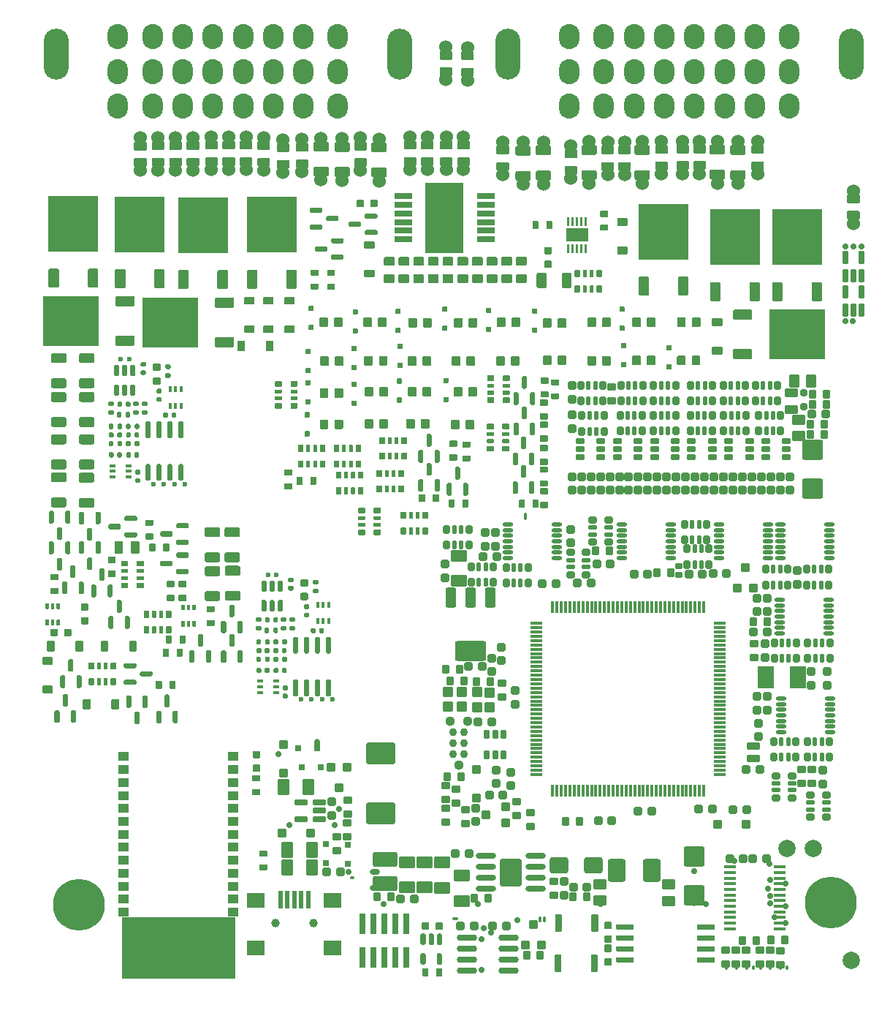
<source format=gts>
G75*
G70*
%OFA0B0*%
%FSLAX25Y25*%
%IPPOS*%
%LPD*%
%AMOC8*
5,1,8,0,0,1.08239X$1,22.5*
%
%AMM127*
21,1,0.076380,0.036220,-0.000000,0.000000,90.000000*
21,1,0.061810,0.050790,-0.000000,0.000000,90.000000*
1,1,0.014570,0.018110,0.030910*
1,1,0.014570,0.018110,-0.030910*
1,1,0.014570,-0.018110,-0.030910*
1,1,0.014570,-0.018110,0.030910*
%
%AMM128*
21,1,0.038980,0.026770,-0.000000,0.000000,270.000000*
21,1,0.026770,0.038980,-0.000000,0.000000,270.000000*
1,1,0.012210,-0.013390,-0.013390*
1,1,0.012210,-0.013390,0.013390*
1,1,0.012210,0.013390,0.013390*
1,1,0.012210,0.013390,-0.013390*
%
%AMM129*
21,1,0.040950,0.030320,-0.000000,0.000000,180.000000*
21,1,0.028350,0.042910,-0.000000,0.000000,180.000000*
1,1,0.012600,-0.014170,0.015160*
1,1,0.012600,0.014170,0.015160*
1,1,0.012600,0.014170,-0.015160*
1,1,0.012600,-0.014170,-0.015160*
%
%AMM130*
21,1,0.027170,0.052760,-0.000000,0.000000,90.000000*
21,1,0.017320,0.062600,-0.000000,0.000000,90.000000*
1,1,0.009840,0.026380,0.008660*
1,1,0.009840,0.026380,-0.008660*
1,1,0.009840,-0.026380,-0.008660*
1,1,0.009840,-0.026380,0.008660*
%
%AMM131*
21,1,0.100000,0.111020,-0.000000,0.000000,270.000000*
21,1,0.075590,0.135430,-0.000000,0.000000,270.000000*
1,1,0.024410,-0.055510,-0.037800*
1,1,0.024410,-0.055510,0.037800*
1,1,0.024410,0.055510,0.037800*
1,1,0.024410,0.055510,-0.037800*
%
%AMM132*
21,1,0.029130,0.018900,-0.000000,0.000000,0.000000*
21,1,0.018900,0.029130,-0.000000,0.000000,0.000000*
1,1,0.010240,0.009450,-0.009450*
1,1,0.010240,-0.009450,-0.009450*
1,1,0.010240,-0.009450,0.009450*
1,1,0.010240,0.009450,0.009450*
%
%AMM133*
21,1,0.041340,0.026770,-0.000000,0.000000,90.000000*
21,1,0.029130,0.038980,-0.000000,0.000000,90.000000*
1,1,0.012210,0.013390,0.014570*
1,1,0.012210,0.013390,-0.014570*
1,1,0.012210,-0.013390,-0.014570*
1,1,0.012210,-0.013390,0.014570*
%
%AMM134*
21,1,0.029130,0.018900,-0.000000,0.000000,270.000000*
21,1,0.018900,0.029130,-0.000000,0.000000,270.000000*
1,1,0.010240,-0.009450,-0.009450*
1,1,0.010240,-0.009450,0.009450*
1,1,0.010240,0.009450,0.009450*
1,1,0.010240,0.009450,-0.009450*
%
%AMM135*
21,1,0.033070,0.030710,-0.000000,0.000000,90.000000*
21,1,0.022050,0.041730,-0.000000,0.000000,90.000000*
1,1,0.011020,0.015350,0.011020*
1,1,0.011020,0.015350,-0.011020*
1,1,0.011020,-0.015350,-0.011020*
1,1,0.011020,-0.015350,0.011020*
%
%AMM136*
21,1,0.038980,0.026770,-0.000000,0.000000,180.000000*
21,1,0.026770,0.038980,-0.000000,0.000000,180.000000*
1,1,0.012210,-0.013390,0.013390*
1,1,0.012210,0.013390,0.013390*
1,1,0.012210,0.013390,-0.013390*
1,1,0.012210,-0.013390,-0.013390*
%
%AMM137*
21,1,0.041340,0.026770,-0.000000,0.000000,180.000000*
21,1,0.029130,0.038980,-0.000000,0.000000,180.000000*
1,1,0.012210,-0.014570,0.013390*
1,1,0.012210,0.014570,0.013390*
1,1,0.012210,0.014570,-0.013390*
1,1,0.012210,-0.014570,-0.013390*
%
%AMM169*
21,1,0.044880,0.049210,-0.000000,-0.000000,270.000000*
21,1,0.031500,0.062600,-0.000000,-0.000000,270.000000*
1,1,0.013390,-0.024610,-0.015750*
1,1,0.013390,-0.024610,0.015750*
1,1,0.013390,0.024610,0.015750*
1,1,0.013390,0.024610,-0.015750*
%
%AMM170*
21,1,0.111810,0.050390,-0.000000,-0.000000,180.000000*
21,1,0.093700,0.068500,-0.000000,-0.000000,180.000000*
1,1,0.018110,-0.046850,0.025200*
1,1,0.018110,0.046850,0.025200*
1,1,0.018110,0.046850,-0.025200*
1,1,0.018110,-0.046850,-0.025200*
%
%AMM171*
21,1,0.080320,0.083460,-0.000000,-0.000000,0.000000*
21,1,0.059840,0.103940,-0.000000,-0.000000,0.000000*
1,1,0.020470,0.029920,-0.041730*
1,1,0.020470,-0.029920,-0.041730*
1,1,0.020470,-0.029920,0.041730*
1,1,0.020470,0.029920,0.041730*
%
%AMM172*
21,1,0.033070,0.030710,-0.000000,-0.000000,0.000000*
21,1,0.022050,0.041730,-0.000000,-0.000000,0.000000*
1,1,0.011020,0.011020,-0.015350*
1,1,0.011020,-0.011020,-0.015350*
1,1,0.011020,-0.011020,0.015350*
1,1,0.011020,0.011020,0.015350*
%
%AMM173*
21,1,0.038980,0.026770,-0.000000,-0.000000,0.000000*
21,1,0.026770,0.038980,-0.000000,-0.000000,0.000000*
1,1,0.012210,0.013390,-0.013390*
1,1,0.012210,-0.013390,-0.013390*
1,1,0.012210,-0.013390,0.013390*
1,1,0.012210,0.013390,0.013390*
%
%AMM174*
21,1,0.038980,0.026770,-0.000000,-0.000000,90.000000*
21,1,0.026770,0.038980,-0.000000,-0.000000,90.000000*
1,1,0.012210,0.013390,0.013390*
1,1,0.012210,0.013390,-0.013390*
1,1,0.012210,-0.013390,-0.013390*
1,1,0.012210,-0.013390,0.013390*
%
%AMM175*
21,1,0.127560,0.075590,-0.000000,-0.000000,90.000000*
21,1,0.103150,0.100000,-0.000000,-0.000000,90.000000*
1,1,0.024410,0.037800,0.051580*
1,1,0.024410,0.037800,-0.051580*
1,1,0.024410,-0.037800,-0.051580*
1,1,0.024410,-0.037800,0.051580*
%
%AMM176*
21,1,0.084250,0.053540,-0.000000,-0.000000,0.000000*
21,1,0.065350,0.072440,-0.000000,-0.000000,0.000000*
1,1,0.018900,0.032680,-0.026770*
1,1,0.018900,-0.032680,-0.026770*
1,1,0.018900,-0.032680,0.026770*
1,1,0.018900,0.032680,0.026770*
%
%AMM177*
21,1,0.076380,0.036220,-0.000000,-0.000000,0.000000*
21,1,0.061810,0.050790,-0.000000,-0.000000,0.000000*
1,1,0.014570,0.030910,-0.018110*
1,1,0.014570,-0.030910,-0.018110*
1,1,0.014570,-0.030910,0.018110*
1,1,0.014570,0.030910,0.018110*
%
%AMM178*
21,1,0.092130,0.073230,-0.000000,-0.000000,270.000000*
21,1,0.069290,0.096060,-0.000000,-0.000000,270.000000*
1,1,0.022840,-0.036610,-0.034650*
1,1,0.022840,-0.036610,0.034650*
1,1,0.022840,0.036610,0.034650*
1,1,0.022840,0.036610,-0.034650*
%
%AMM179*
21,1,0.033070,0.030710,-0.000000,-0.000000,270.000000*
21,1,0.022050,0.041730,-0.000000,-0.000000,270.000000*
1,1,0.011020,-0.015350,-0.011020*
1,1,0.011020,-0.015350,0.011020*
1,1,0.011020,0.015350,0.011020*
1,1,0.011020,0.015350,-0.011020*
%
%AMM209*
21,1,0.040950,0.050000,-0.000000,-0.000000,90.000000*
21,1,0.028350,0.062600,-0.000000,-0.000000,90.000000*
1,1,0.012600,0.025000,0.014170*
1,1,0.012600,0.025000,-0.014170*
1,1,0.012600,-0.025000,-0.014170*
1,1,0.012600,-0.025000,0.014170*
%
%AMM21*
21,1,0.033070,0.030710,0.000000,0.000000,0.000000*
21,1,0.022050,0.041730,0.000000,0.000000,0.000000*
1,1,0.011020,0.011020,-0.015350*
1,1,0.011020,-0.011020,-0.015350*
1,1,0.011020,-0.011020,0.015350*
1,1,0.011020,0.011020,0.015350*
%
%AMM210*
21,1,0.092130,0.073230,-0.000000,-0.000000,90.000000*
21,1,0.069290,0.096060,-0.000000,-0.000000,90.000000*
1,1,0.022840,0.036610,0.034650*
1,1,0.022840,0.036610,-0.034650*
1,1,0.022840,-0.036610,-0.034650*
1,1,0.022840,-0.036610,0.034650*
%
%AMM211*
21,1,0.044880,0.049210,-0.000000,-0.000000,0.000000*
21,1,0.031500,0.062600,-0.000000,-0.000000,0.000000*
1,1,0.013390,0.015750,-0.024610*
1,1,0.013390,-0.015750,-0.024610*
1,1,0.013390,-0.015750,0.024610*
1,1,0.013390,0.015750,0.024610*
%
%AMM212*
21,1,0.029130,0.030710,-0.000000,-0.000000,270.000000*
21,1,0.018900,0.040950,-0.000000,-0.000000,270.000000*
1,1,0.010240,-0.015350,-0.009450*
1,1,0.010240,-0.015350,0.009450*
1,1,0.010240,0.015350,0.009450*
1,1,0.010240,0.015350,-0.009450*
%
%AMM213*
21,1,0.031100,0.026380,-0.000000,-0.000000,180.000000*
21,1,0.020470,0.037010,-0.000000,-0.000000,180.000000*
1,1,0.010630,-0.010240,0.013190*
1,1,0.010630,0.010240,0.013190*
1,1,0.010630,0.010240,-0.013190*
1,1,0.010630,-0.010240,-0.013190*
%
%AMM214*
21,1,0.023230,0.027950,-0.000000,-0.000000,180.000000*
21,1,0.014170,0.037010,-0.000000,-0.000000,180.000000*
1,1,0.009060,-0.007090,0.013980*
1,1,0.009060,0.007090,0.013980*
1,1,0.009060,0.007090,-0.013980*
1,1,0.009060,-0.007090,-0.013980*
%
%AMM215*
21,1,0.033070,0.030710,-0.000000,-0.000000,180.000000*
21,1,0.022050,0.041730,-0.000000,-0.000000,180.000000*
1,1,0.011020,-0.011020,0.015350*
1,1,0.011020,0.011020,0.015350*
1,1,0.011020,0.011020,-0.015350*
1,1,0.011020,-0.011020,-0.015350*
%
%AMM290*
21,1,0.076380,0.036220,-0.000000,-0.000000,180.000000*
21,1,0.061810,0.050790,-0.000000,-0.000000,180.000000*
1,1,0.014570,-0.030910,0.018110*
1,1,0.014570,0.030910,0.018110*
1,1,0.014570,0.030910,-0.018110*
1,1,0.014570,-0.030910,-0.018110*
%
%AMM291*
21,1,0.033070,0.030710,-0.000000,-0.000000,90.000000*
21,1,0.022050,0.041730,-0.000000,-0.000000,90.000000*
1,1,0.011020,0.015350,0.011020*
1,1,0.011020,0.015350,-0.011020*
1,1,0.011020,-0.015350,-0.011020*
1,1,0.011020,-0.015350,0.011020*
%
%AMM292*
21,1,0.038980,0.026770,-0.000000,-0.000000,270.000000*
21,1,0.026770,0.038980,-0.000000,-0.000000,270.000000*
1,1,0.012210,-0.013390,-0.013390*
1,1,0.012210,-0.013390,0.013390*
1,1,0.012210,0.013390,0.013390*
1,1,0.012210,0.013390,-0.013390*
%
%AMM293*
21,1,0.015350,0.017720,-0.000000,-0.000000,0.000000*
21,1,0.000000,0.033070,-0.000000,-0.000000,0.000000*
1,1,0.015350,-0.000000,-0.008860*
1,1,0.015350,-0.000000,-0.008860*
1,1,0.015350,-0.000000,0.008860*
1,1,0.015350,-0.000000,0.008860*
%
%AMM294*
21,1,0.029130,0.030710,-0.000000,-0.000000,0.000000*
21,1,0.018900,0.040950,-0.000000,-0.000000,0.000000*
1,1,0.010240,0.009450,-0.015350*
1,1,0.010240,-0.009450,-0.015350*
1,1,0.010240,-0.009450,0.015350*
1,1,0.010240,0.009450,0.015350*
%
%AMM295*
21,1,0.033070,0.018900,-0.000000,-0.000000,0.000000*
21,1,0.022840,0.029130,-0.000000,-0.000000,0.000000*
1,1,0.010240,0.011420,-0.009450*
1,1,0.010240,-0.011420,-0.009450*
1,1,0.010240,-0.011420,0.009450*
1,1,0.010240,0.011420,0.009450*
%
%AMM296*
21,1,0.143310,0.067720,-0.000000,-0.000000,180.000000*
21,1,0.120870,0.090160,-0.000000,-0.000000,180.000000*
1,1,0.022440,-0.060430,0.033860*
1,1,0.022440,0.060430,0.033860*
1,1,0.022440,0.060430,-0.033860*
1,1,0.022440,-0.060430,-0.033860*
%
%AMM297*
21,1,0.048820,0.075980,-0.000000,-0.000000,180.000000*
21,1,0.034650,0.090160,-0.000000,-0.000000,180.000000*
1,1,0.014170,-0.017320,0.037990*
1,1,0.014170,0.017320,0.037990*
1,1,0.014170,0.017320,-0.037990*
1,1,0.014170,-0.017320,-0.037990*
%
%AMM298*
21,1,0.048820,0.075990,-0.000000,-0.000000,180.000000*
21,1,0.034650,0.090160,-0.000000,-0.000000,180.000000*
1,1,0.014170,-0.017320,0.037990*
1,1,0.014170,0.017320,0.037990*
1,1,0.014170,0.017320,-0.037990*
1,1,0.014170,-0.017320,-0.037990*
%
%AMM299*
21,1,0.044880,0.035430,-0.000000,-0.000000,90.000000*
21,1,0.031500,0.048820,-0.000000,-0.000000,90.000000*
1,1,0.013390,0.017720,0.015750*
1,1,0.013390,0.017720,-0.015750*
1,1,0.013390,-0.017720,-0.015750*
1,1,0.013390,-0.017720,0.015750*
%
%AMM300*
21,1,0.040950,0.030320,-0.000000,-0.000000,90.000000*
21,1,0.028350,0.042910,-0.000000,-0.000000,90.000000*
1,1,0.012600,0.015160,0.014170*
1,1,0.012600,0.015160,-0.014170*
1,1,0.012600,-0.015160,-0.014170*
1,1,0.012600,-0.015160,0.014170*
%
%AMM301*
21,1,0.041340,0.026770,-0.000000,-0.000000,90.000000*
21,1,0.029130,0.038980,-0.000000,-0.000000,90.000000*
1,1,0.012210,0.013390,0.014570*
1,1,0.012210,0.013390,-0.014570*
1,1,0.012210,-0.013390,-0.014570*
1,1,0.012210,-0.013390,0.014570*
%
%AMM302*
21,1,0.040950,0.030320,-0.000000,-0.000000,0.000000*
21,1,0.028350,0.042910,-0.000000,-0.000000,0.000000*
1,1,0.012600,0.014170,-0.015160*
1,1,0.012600,-0.014170,-0.015160*
1,1,0.012600,-0.014170,0.015160*
1,1,0.012600,0.014170,0.015160*
%
%AMM303*
21,1,0.031100,0.026380,-0.000000,-0.000000,90.000000*
21,1,0.020470,0.037010,-0.000000,-0.000000,90.000000*
1,1,0.010630,0.013190,0.010240*
1,1,0.010630,0.013190,-0.010240*
1,1,0.010630,-0.013190,-0.010240*
1,1,0.010630,-0.013190,0.010240*
%
%AMM304*
21,1,0.023230,0.027950,-0.000000,-0.000000,90.000000*
21,1,0.014170,0.037010,-0.000000,-0.000000,90.000000*
1,1,0.009060,0.013980,0.007090*
1,1,0.009060,0.013980,-0.007090*
1,1,0.009060,-0.013980,-0.007090*
1,1,0.009060,-0.013980,0.007090*
%
%AMM305*
21,1,0.033070,0.049610,-0.000000,-0.000000,90.000000*
21,1,0.022050,0.060630,-0.000000,-0.000000,90.000000*
1,1,0.011020,0.024800,0.011020*
1,1,0.011020,0.024800,-0.011020*
1,1,0.011020,-0.024800,-0.011020*
1,1,0.011020,-0.024800,0.011020*
%
%AMM306*
21,1,0.041340,0.026770,-0.000000,-0.000000,0.000000*
21,1,0.029130,0.038980,-0.000000,-0.000000,0.000000*
1,1,0.012210,0.014570,-0.013390*
1,1,0.012210,-0.014570,-0.013390*
1,1,0.012210,-0.014570,0.013390*
1,1,0.012210,0.014570,0.013390*
%
%AMM313*
21,1,0.038980,0.026770,-0.000000,-0.000000,180.000000*
21,1,0.026770,0.038980,-0.000000,-0.000000,180.000000*
1,1,0.012210,-0.013390,0.013390*
1,1,0.012210,0.013390,0.013390*
1,1,0.012210,0.013390,-0.013390*
1,1,0.012210,-0.013390,-0.013390*
%
%AMM315*
21,1,0.027170,0.052760,-0.000000,0.000000,0.000000*
21,1,0.017320,0.062600,-0.000000,0.000000,0.000000*
1,1,0.009840,0.008660,-0.026380*
1,1,0.009840,-0.008660,-0.026380*
1,1,0.009840,-0.008660,0.026380*
1,1,0.009840,0.008660,0.026380*
%
%AMM47*
21,1,0.038980,0.026770,0.000000,0.000000,0.000000*
21,1,0.026770,0.038980,0.000000,0.000000,0.000000*
1,1,0.012210,0.013390,-0.013390*
1,1,0.012210,-0.013390,-0.013390*
1,1,0.012210,-0.013390,0.013390*
1,1,0.012210,0.013390,0.013390*
%
%AMM48*
21,1,0.033070,0.030710,0.000000,0.000000,270.000000*
21,1,0.022050,0.041730,0.000000,0.000000,270.000000*
1,1,0.011020,-0.015350,-0.011020*
1,1,0.011020,-0.015350,0.011020*
1,1,0.011020,0.015350,0.011020*
1,1,0.011020,0.015350,-0.011020*
%
%ADD114O,0.04488X0.02520*%
%ADD12O,0.00787X0.01575*%
%ADD120M21*%
%ADD123C,0.02913*%
%ADD13C,0.02362*%
%ADD14C,0.06000*%
%ADD143O,0.09213X0.02520*%
%ADD149O,0.02520X0.04488*%
%ADD15C,0.23622*%
%ADD150R,0.02559X0.01575*%
%ADD156R,0.01575X0.02559*%
%ADD16C,0.07874*%
%ADD163O,0.01339X0.02126*%
%ADD164O,0.05512X0.01535*%
%ADD165M47*%
%ADD166M48*%
%ADD17R,0.22835X0.25197*%
%ADD179C,0.03701*%
%ADD20R,0.01969X0.07874*%
%ADD21R,0.07874X0.06693*%
%ADD22R,0.25197X0.22835*%
%ADD221O,0.05669X0.01417*%
%ADD222O,0.01417X0.05669*%
%ADD227O,0.04882X0.01732*%
%ADD23R,0.07874X0.02559*%
%ADD230R,0.07244X0.10000*%
%ADD235C,0.03651*%
%ADD238C,0.04451*%
%ADD24R,0.17717X0.31890*%
%ADD246O,0.02520X0.01535*%
%ADD247O,0.01535X0.02520*%
%ADD248O,0.09213X0.02913*%
%ADD27O,0.01969X0.00984*%
%ADD274M127*%
%ADD275M128*%
%ADD276M129*%
%ADD277M130*%
%ADD278O,0.02520X0.01339*%
%ADD279M131*%
%ADD280M132*%
%ADD281M133*%
%ADD282M134*%
%ADD283M135*%
%ADD284M136*%
%ADD285M137*%
%ADD30O,0.00984X0.01969*%
%ADD31O,0.01969X0.03937*%
%ADD325M169*%
%ADD326M170*%
%ADD327M171*%
%ADD328M172*%
%ADD329M173*%
%ADD330M174*%
%ADD331M175*%
%ADD332M176*%
%ADD333M177*%
%ADD334M178*%
%ADD335M179*%
%ADD365M209*%
%ADD366M210*%
%ADD367M211*%
%ADD368M212*%
%ADD369M213*%
%ADD37O,0.01969X0.00787*%
%ADD370M214*%
%ADD371M215*%
%ADD44R,0.10236X0.05906*%
%ADD45R,0.05118X0.03937*%
%ADD450M290*%
%ADD451M291*%
%ADD452M292*%
%ADD453M293*%
%ADD454M294*%
%ADD455M295*%
%ADD456M296*%
%ADD457M297*%
%ADD458M298*%
%ADD459M299*%
%ADD460M300*%
%ADD461M301*%
%ADD462M302*%
%ADD463M303*%
%ADD464M304*%
%ADD465M305*%
%ADD466M306*%
%ADD479M313*%
%ADD482M315*%
%ADD51O,0.03937X0.01969*%
%ADD55R,0.02913X0.09449*%
%ADD56C,0.03937*%
%ADD68C,0.00472*%
%ADD69O,0.11417X0.23228*%
%ADD70O,0.09449X0.11417*%
X0000000Y0000000D02*
%LPD*%
G01*
G36*
X0089961Y0000787D02*
G01*
X0038780Y0000787D01*
X0038780Y0028346D01*
X0089961Y0028346D01*
X0089961Y0000787D01*
G37*
D68*
X0089961Y0000787D02*
X0038780Y0000787D01*
X0038780Y0028346D01*
X0089961Y0028346D01*
X0089961Y0000787D01*
G36*
G01*
X0178642Y0329134D02*
X0182776Y0329134D01*
G75*
G02*
X0183169Y0328740I0000000J-000394D01*
G01*
X0183169Y0325591D01*
G75*
G02*
X0182776Y0325197I-000394J0000000D01*
G01*
X0178642Y0325197D01*
G75*
G02*
X0178248Y0325591I0000000J0000394D01*
G01*
X0178248Y0328740D01*
G75*
G02*
X0178642Y0329134I0000394J0000000D01*
G01*
G37*
G36*
G01*
X0178642Y0321260D02*
X0182776Y0321260D01*
G75*
G02*
X0183169Y0320866I0000000J-000394D01*
G01*
X0183169Y0317717D01*
G75*
G02*
X0182776Y0317323I-000394J0000000D01*
G01*
X0178642Y0317323D01*
G75*
G02*
X0178248Y0317717I0000000J0000394D01*
G01*
X0178248Y0320866D01*
G75*
G02*
X0178642Y0321260I0000394J0000000D01*
G01*
G37*
D12*
X0342145Y0005415D03*
X0339153Y0005415D03*
X0334527Y0005415D03*
X0329901Y0005415D03*
X0326594Y0005415D03*
X0323641Y0005415D03*
X0319015Y0005415D03*
X0314389Y0005415D03*
D13*
X0334232Y0045177D03*
X0341456Y0043504D03*
X0333385Y0041339D03*
X0334232Y0037894D03*
X0334527Y0034547D03*
X0341456Y0033268D03*
X0336299Y0028150D03*
X0341456Y0025591D03*
X0318129Y0053839D03*
X0334173Y0052657D03*
G36*
G01*
X0098858Y0294508D02*
X0094843Y0294508D01*
G75*
G02*
X0094488Y0294862I0000000J0000354D01*
G01*
X0094488Y0297697D01*
G75*
G02*
X0094843Y0298051I0000354J0000000D01*
G01*
X0098858Y0298051D01*
G75*
G02*
X0099213Y0297697I0000000J-000354D01*
G01*
X0099213Y0294862D01*
G75*
G02*
X0098858Y0294508I-000354J0000000D01*
G01*
G37*
G36*
G01*
X0098858Y0307500D02*
X0094843Y0307500D01*
G75*
G02*
X0094488Y0307854I0000000J0000354D01*
G01*
X0094488Y0310689D01*
G75*
G02*
X0094843Y0311043I0000354J0000000D01*
G01*
X0098858Y0311043D01*
G75*
G02*
X0099213Y0310689I0000000J-000354D01*
G01*
X0099213Y0307854D01*
G75*
G02*
X0098858Y0307500I-000354J0000000D01*
G01*
G37*
G36*
G01*
X0304626Y0368898D02*
X0299705Y0368898D01*
G75*
G02*
X0299311Y0369291I0000000J0000394D01*
G01*
X0299311Y0372441D01*
G75*
G02*
X0299705Y0372835I0000394J0000000D01*
G01*
X0304626Y0372835D01*
G75*
G02*
X0305020Y0372441I0000000J-000394D01*
G01*
X0305020Y0369291D01*
G75*
G02*
X0304626Y0368898I-000394J0000000D01*
G01*
G37*
D14*
X0302165Y0367106D03*
G36*
G01*
X0304626Y0376378D02*
X0299705Y0376378D01*
G75*
G02*
X0299311Y0376772I0000000J0000394D01*
G01*
X0299311Y0379921D01*
G75*
G02*
X0299705Y0380315I0000394J0000000D01*
G01*
X0304626Y0380315D01*
G75*
G02*
X0305020Y0379921I0000000J-000394D01*
G01*
X0305020Y0376772D01*
G75*
G02*
X0304626Y0376378I-000394J0000000D01*
G01*
G37*
X0302165Y0382106D03*
G36*
G01*
X0261772Y0016634D02*
X0259094Y0016634D01*
G75*
G02*
X0258760Y0016968I0000000J0000335D01*
G01*
X0258760Y0019646D01*
G75*
G02*
X0259094Y0019980I0000335J0000000D01*
G01*
X0261772Y0019980D01*
G75*
G02*
X0262106Y0019646I0000000J-000335D01*
G01*
X0262106Y0016968D01*
G75*
G02*
X0261772Y0016634I-000335J0000000D01*
G01*
G37*
G36*
G01*
X0261772Y0022854D02*
X0259094Y0022854D01*
G75*
G02*
X0258760Y0023189I0000000J0000335D01*
G01*
X0258760Y0025866D01*
G75*
G02*
X0259094Y0026201I0000335J0000000D01*
G01*
X0261772Y0026201D01*
G75*
G02*
X0262106Y0025866I0000000J-000335D01*
G01*
X0262106Y0023189D01*
G75*
G02*
X0261772Y0022854I-000335J0000000D01*
G01*
G37*
G36*
G01*
X0049646Y0209449D02*
X0052717Y0209449D01*
G75*
G02*
X0052992Y0209173I0000000J-000276D01*
G01*
X0052992Y0206969D01*
G75*
G02*
X0052717Y0206693I-000276J0000000D01*
G01*
X0049646Y0206693D01*
G75*
G02*
X0049370Y0206969I0000000J0000276D01*
G01*
X0049370Y0209173D01*
G75*
G02*
X0049646Y0209449I0000276J0000000D01*
G01*
G37*
G36*
G01*
X0049646Y0203150D02*
X0052717Y0203150D01*
G75*
G02*
X0052992Y0202874I0000000J-000276D01*
G01*
X0052992Y0200669D01*
G75*
G02*
X0052717Y0200394I-000276J0000000D01*
G01*
X0049646Y0200394D01*
G75*
G02*
X0049370Y0200669I0000000J0000276D01*
G01*
X0049370Y0202874D01*
G75*
G02*
X0049646Y0203150I0000276J0000000D01*
G01*
G37*
G36*
G01*
X0101614Y0058661D02*
X0104685Y0058661D01*
G75*
G02*
X0104961Y0058386I0000000J-000276D01*
G01*
X0104961Y0056181D01*
G75*
G02*
X0104685Y0055906I-000276J0000000D01*
G01*
X0101614Y0055906D01*
G75*
G02*
X0101339Y0056181I0000000J0000276D01*
G01*
X0101339Y0058386D01*
G75*
G02*
X0101614Y0058661I0000276J0000000D01*
G01*
G37*
G36*
G01*
X0101614Y0052362D02*
X0104685Y0052362D01*
G75*
G02*
X0104961Y0052087I0000000J-000276D01*
G01*
X0104961Y0049882D01*
G75*
G02*
X0104685Y0049606I-000276J0000000D01*
G01*
X0101614Y0049606D01*
G75*
G02*
X0101339Y0049882I0000000J0000276D01*
G01*
X0101339Y0052087D01*
G75*
G02*
X0101614Y0052362I0000276J0000000D01*
G01*
G37*
G36*
G01*
X0136220Y0221319D02*
X0136220Y0223957D01*
G75*
G02*
X0136476Y0224213I0000256J0000000D01*
G01*
X0138524Y0224213D01*
G75*
G02*
X0138780Y0223957I0000000J-000256D01*
G01*
X0138780Y0221319D01*
G75*
G02*
X0138524Y0221063I-000256J0000000D01*
G01*
X0136476Y0221063D01*
G75*
G02*
X0136220Y0221319I0000000J0000256D01*
G01*
G37*
G36*
G01*
X0140059Y0221240D02*
X0140059Y0224035D01*
G75*
G02*
X0140236Y0224213I0000177J0000000D01*
G01*
X0141654Y0224213D01*
G75*
G02*
X0141831Y0224035I0000000J-000177D01*
G01*
X0141831Y0221240D01*
G75*
G02*
X0141654Y0221063I-000177J0000000D01*
G01*
X0140236Y0221063D01*
G75*
G02*
X0140059Y0221240I0000000J0000177D01*
G01*
G37*
G36*
G01*
X0143209Y0221240D02*
X0143209Y0224035D01*
G75*
G02*
X0143386Y0224213I0000177J0000000D01*
G01*
X0144803Y0224213D01*
G75*
G02*
X0144980Y0224035I0000000J-000177D01*
G01*
X0144980Y0221240D01*
G75*
G02*
X0144803Y0221063I-000177J0000000D01*
G01*
X0143386Y0221063D01*
G75*
G02*
X0143209Y0221240I0000000J0000177D01*
G01*
G37*
G36*
G01*
X0146260Y0221319D02*
X0146260Y0223957D01*
G75*
G02*
X0146516Y0224213I0000256J0000000D01*
G01*
X0148563Y0224213D01*
G75*
G02*
X0148819Y0223957I0000000J-000256D01*
G01*
X0148819Y0221319D01*
G75*
G02*
X0148563Y0221063I-000256J0000000D01*
G01*
X0146516Y0221063D01*
G75*
G02*
X0146260Y0221319I0000000J0000256D01*
G01*
G37*
G36*
G01*
X0146260Y0228406D02*
X0146260Y0231043D01*
G75*
G02*
X0146516Y0231299I0000256J0000000D01*
G01*
X0148563Y0231299D01*
G75*
G02*
X0148819Y0231043I0000000J-000256D01*
G01*
X0148819Y0228406D01*
G75*
G02*
X0148563Y0228150I-000256J0000000D01*
G01*
X0146516Y0228150D01*
G75*
G02*
X0146260Y0228406I0000000J0000256D01*
G01*
G37*
G36*
G01*
X0143209Y0228327D02*
X0143209Y0231122D01*
G75*
G02*
X0143386Y0231299I0000177J0000000D01*
G01*
X0144803Y0231299D01*
G75*
G02*
X0144980Y0231122I0000000J-000177D01*
G01*
X0144980Y0228327D01*
G75*
G02*
X0144803Y0228150I-000177J0000000D01*
G01*
X0143386Y0228150D01*
G75*
G02*
X0143209Y0228327I0000000J0000177D01*
G01*
G37*
G36*
G01*
X0140059Y0228327D02*
X0140059Y0231122D01*
G75*
G02*
X0140236Y0231299I0000177J0000000D01*
G01*
X0141654Y0231299D01*
G75*
G02*
X0141831Y0231122I0000000J-000177D01*
G01*
X0141831Y0228327D01*
G75*
G02*
X0141654Y0228150I-000177J0000000D01*
G01*
X0140236Y0228150D01*
G75*
G02*
X0140059Y0228327I0000000J0000177D01*
G01*
G37*
G36*
G01*
X0136220Y0228406D02*
X0136220Y0231043D01*
G75*
G02*
X0136476Y0231299I0000256J0000000D01*
G01*
X0138524Y0231299D01*
G75*
G02*
X0138780Y0231043I0000000J-000256D01*
G01*
X0138780Y0228406D01*
G75*
G02*
X0138524Y0228150I-000256J0000000D01*
G01*
X0136476Y0228150D01*
G75*
G02*
X0136220Y0228406I0000000J0000256D01*
G01*
G37*
G36*
G01*
X0199409Y0254528D02*
X0199409Y0250984D01*
G75*
G02*
X0199016Y0250591I-000394J0000000D01*
G01*
X0195866Y0250591D01*
G75*
G02*
X0195472Y0250984I0000000J0000394D01*
G01*
X0195472Y0254528D01*
G75*
G02*
X0195866Y0254921I0000394J0000000D01*
G01*
X0199016Y0254921D01*
G75*
G02*
X0199409Y0254528I0000000J-000394D01*
G01*
G37*
G36*
G01*
X0192717Y0254528D02*
X0192717Y0250984D01*
G75*
G02*
X0192323Y0250591I-000394J0000000D01*
G01*
X0189173Y0250591D01*
G75*
G02*
X0188780Y0250984I0000000J0000394D01*
G01*
X0188780Y0254528D01*
G75*
G02*
X0189173Y0254921I0000394J0000000D01*
G01*
X0192323Y0254921D01*
G75*
G02*
X0192717Y0254528I0000000J-000394D01*
G01*
G37*
G36*
G01*
X0215295Y0262598D02*
X0212657Y0262598D01*
G75*
G02*
X0212402Y0262854I0000000J0000256D01*
G01*
X0212402Y0264902D01*
G75*
G02*
X0212657Y0265157I0000256J0000000D01*
G01*
X0215295Y0265157D01*
G75*
G02*
X0215551Y0264902I0000000J-000256D01*
G01*
X0215551Y0262854D01*
G75*
G02*
X0215295Y0262598I-000256J0000000D01*
G01*
G37*
G36*
G01*
X0215374Y0266437D02*
X0212579Y0266437D01*
G75*
G02*
X0212402Y0266614I0000000J0000177D01*
G01*
X0212402Y0268031D01*
G75*
G02*
X0212579Y0268209I0000177J0000000D01*
G01*
X0215374Y0268209D01*
G75*
G02*
X0215551Y0268031I0000000J-000177D01*
G01*
X0215551Y0266614D01*
G75*
G02*
X0215374Y0266437I-000177J0000000D01*
G01*
G37*
G36*
G01*
X0215374Y0269587D02*
X0212579Y0269587D01*
G75*
G02*
X0212402Y0269764I0000000J0000177D01*
G01*
X0212402Y0271181D01*
G75*
G02*
X0212579Y0271358I0000177J0000000D01*
G01*
X0215374Y0271358D01*
G75*
G02*
X0215551Y0271181I0000000J-000177D01*
G01*
X0215551Y0269764D01*
G75*
G02*
X0215374Y0269587I-000177J0000000D01*
G01*
G37*
G36*
G01*
X0215295Y0272638D02*
X0212657Y0272638D01*
G75*
G02*
X0212402Y0272894I0000000J0000256D01*
G01*
X0212402Y0274941D01*
G75*
G02*
X0212657Y0275197I0000256J0000000D01*
G01*
X0215295Y0275197D01*
G75*
G02*
X0215551Y0274941I0000000J-000256D01*
G01*
X0215551Y0272894D01*
G75*
G02*
X0215295Y0272638I-000256J0000000D01*
G01*
G37*
G36*
G01*
X0208209Y0272638D02*
X0205571Y0272638D01*
G75*
G02*
X0205315Y0272894I0000000J0000256D01*
G01*
X0205315Y0274941D01*
G75*
G02*
X0205571Y0275197I0000256J0000000D01*
G01*
X0208209Y0275197D01*
G75*
G02*
X0208465Y0274941I0000000J-000256D01*
G01*
X0208465Y0272894D01*
G75*
G02*
X0208209Y0272638I-000256J0000000D01*
G01*
G37*
G36*
G01*
X0208287Y0269587D02*
X0205492Y0269587D01*
G75*
G02*
X0205315Y0269764I0000000J0000177D01*
G01*
X0205315Y0271181D01*
G75*
G02*
X0205492Y0271358I0000177J0000000D01*
G01*
X0208287Y0271358D01*
G75*
G02*
X0208465Y0271181I0000000J-000177D01*
G01*
X0208465Y0269764D01*
G75*
G02*
X0208287Y0269587I-000177J0000000D01*
G01*
G37*
G36*
G01*
X0208287Y0266437D02*
X0205492Y0266437D01*
G75*
G02*
X0205315Y0266614I0000000J0000177D01*
G01*
X0205315Y0268031D01*
G75*
G02*
X0205492Y0268209I0000177J0000000D01*
G01*
X0208287Y0268209D01*
G75*
G02*
X0208465Y0268031I0000000J-000177D01*
G01*
X0208465Y0266614D01*
G75*
G02*
X0208287Y0266437I-000177J0000000D01*
G01*
G37*
G36*
G01*
X0208209Y0262598D02*
X0205571Y0262598D01*
G75*
G02*
X0205315Y0262854I0000000J0000256D01*
G01*
X0205315Y0264902D01*
G75*
G02*
X0205571Y0265157I0000256J0000000D01*
G01*
X0208209Y0265157D01*
G75*
G02*
X0208465Y0264902I0000000J-000256D01*
G01*
X0208465Y0262854D01*
G75*
G02*
X0208209Y0262598I-000256J0000000D01*
G01*
G37*
G36*
G01*
X0265551Y0295715D02*
X0265551Y0297604D01*
G75*
G02*
X0265787Y0297841I0000236J0000000D01*
G01*
X0267677Y0297841D01*
G75*
G02*
X0267913Y0297604I0000000J-000236D01*
G01*
X0267913Y0295715D01*
G75*
G02*
X0267677Y0295478I-000236J0000000D01*
G01*
X0265787Y0295478D01*
G75*
G02*
X0265551Y0295715I0000000J0000236D01*
G01*
G37*
G36*
G01*
X0265551Y0304376D02*
X0265551Y0306266D01*
G75*
G02*
X0265787Y0306502I0000236J0000000D01*
G01*
X0267677Y0306502D01*
G75*
G02*
X0267913Y0306266I0000000J-000236D01*
G01*
X0267913Y0304376D01*
G75*
G02*
X0267677Y0304140I-000236J0000000D01*
G01*
X0265787Y0304140D01*
G75*
G02*
X0265551Y0304376I0000000J0000236D01*
G01*
G37*
G36*
G01*
X0098661Y0104075D02*
X0101339Y0104075D01*
G75*
G02*
X0101673Y0103740I0000000J-000335D01*
G01*
X0101673Y0101063D01*
G75*
G02*
X0101339Y0100728I-000335J0000000D01*
G01*
X0098661Y0100728D01*
G75*
G02*
X0098327Y0101063I0000000J0000335D01*
G01*
X0098327Y0103740D01*
G75*
G02*
X0098661Y0104075I0000335J0000000D01*
G01*
G37*
G36*
G01*
X0098661Y0097854D02*
X0101339Y0097854D01*
G75*
G02*
X0101673Y0097520I0000000J-000335D01*
G01*
X0101673Y0094843D01*
G75*
G02*
X0101339Y0094508I-000335J0000000D01*
G01*
X0098661Y0094508D01*
G75*
G02*
X0098327Y0094843I0000000J0000335D01*
G01*
X0098327Y0097520D01*
G75*
G02*
X0098661Y0097854I0000335J0000000D01*
G01*
G37*
G36*
G01*
X0124606Y0272795D02*
X0124606Y0270906D01*
G75*
G02*
X0124370Y0270669I-000236J0000000D01*
G01*
X0122480Y0270669D01*
G75*
G02*
X0122244Y0270906I0000000J0000236D01*
G01*
X0122244Y0272795D01*
G75*
G02*
X0122480Y0273031I0000236J0000000D01*
G01*
X0124370Y0273031D01*
G75*
G02*
X0124606Y0272795I0000000J-000236D01*
G01*
G37*
G36*
G01*
X0124606Y0264134D02*
X0124606Y0262244D01*
G75*
G02*
X0124370Y0262008I-000236J0000000D01*
G01*
X0122480Y0262008D01*
G75*
G02*
X0122244Y0262244I0000000J0000236D01*
G01*
X0122244Y0264134D01*
G75*
G02*
X0122480Y0264370I0000236J0000000D01*
G01*
X0124370Y0264370D01*
G75*
G02*
X0124606Y0264134I0000000J-000236D01*
G01*
G37*
G36*
G01*
X0229567Y0243504D02*
X0232638Y0243504D01*
G75*
G02*
X0232913Y0243228I0000000J-000276D01*
G01*
X0232913Y0241024D01*
G75*
G02*
X0232638Y0240748I-000276J0000000D01*
G01*
X0229567Y0240748D01*
G75*
G02*
X0229291Y0241024I0000000J0000276D01*
G01*
X0229291Y0243228D01*
G75*
G02*
X0229567Y0243504I0000276J0000000D01*
G01*
G37*
G36*
G01*
X0229567Y0237205D02*
X0232638Y0237205D01*
G75*
G02*
X0232913Y0236929I0000000J-000276D01*
G01*
X0232913Y0234724D01*
G75*
G02*
X0232638Y0234449I-000276J0000000D01*
G01*
X0229567Y0234449D01*
G75*
G02*
X0229291Y0234724I0000000J0000276D01*
G01*
X0229291Y0236929D01*
G75*
G02*
X0229567Y0237205I0000276J0000000D01*
G01*
G37*
G36*
G01*
X0067717Y0156457D02*
X0067717Y0153386D01*
G75*
G02*
X0067441Y0153110I-000276J0000000D01*
G01*
X0065236Y0153110D01*
G75*
G02*
X0064961Y0153386I0000000J0000276D01*
G01*
X0064961Y0156457D01*
G75*
G02*
X0065236Y0156732I0000276J0000000D01*
G01*
X0067441Y0156732D01*
G75*
G02*
X0067717Y0156457I0000000J-000276D01*
G01*
G37*
G36*
G01*
X0061417Y0156457D02*
X0061417Y0153386D01*
G75*
G02*
X0061142Y0153110I-000276J0000000D01*
G01*
X0058937Y0153110D01*
G75*
G02*
X0058661Y0153386I0000000J0000276D01*
G01*
X0058661Y0156457D01*
G75*
G02*
X0058937Y0156732I0000276J0000000D01*
G01*
X0061142Y0156732D01*
G75*
G02*
X0061417Y0156457I0000000J-000276D01*
G01*
G37*
G36*
G01*
X0132520Y0323425D02*
X0135591Y0323425D01*
G75*
G02*
X0135866Y0323150I0000000J-000276D01*
G01*
X0135866Y0320945D01*
G75*
G02*
X0135591Y0320669I-000276J0000000D01*
G01*
X0132520Y0320669D01*
G75*
G02*
X0132244Y0320945I0000000J0000276D01*
G01*
X0132244Y0323150D01*
G75*
G02*
X0132520Y0323425I0000276J0000000D01*
G01*
G37*
G36*
G01*
X0132520Y0317126D02*
X0135591Y0317126D01*
G75*
G02*
X0135866Y0316850I0000000J-000276D01*
G01*
X0135866Y0314646D01*
G75*
G02*
X0135591Y0314370I-000276J0000000D01*
G01*
X0132520Y0314370D01*
G75*
G02*
X0132244Y0314646I0000000J0000276D01*
G01*
X0132244Y0316850D01*
G75*
G02*
X0132520Y0317126I0000276J0000000D01*
G01*
G37*
D15*
X0018909Y0033933D03*
G36*
G01*
X0160039Y0254921D02*
X0160039Y0251378D01*
G75*
G02*
X0159646Y0250984I-000394J0000000D01*
G01*
X0156496Y0250984D01*
G75*
G02*
X0156102Y0251378I0000000J0000394D01*
G01*
X0156102Y0254921D01*
G75*
G02*
X0156496Y0255315I0000394J0000000D01*
G01*
X0159646Y0255315D01*
G75*
G02*
X0160039Y0254921I0000000J-000394D01*
G01*
G37*
G36*
G01*
X0153346Y0254921D02*
X0153346Y0251378D01*
G75*
G02*
X0152953Y0250984I-000394J0000000D01*
G01*
X0149803Y0250984D01*
G75*
G02*
X0149409Y0251378I0000000J0000394D01*
G01*
X0149409Y0254921D01*
G75*
G02*
X0149803Y0255315I0000394J0000000D01*
G01*
X0152953Y0255315D01*
G75*
G02*
X0153346Y0254921I0000000J-000394D01*
G01*
G37*
D14*
X0177953Y0383878D03*
G36*
G01*
X0175492Y0382087D02*
X0180413Y0382087D01*
G75*
G02*
X0180807Y0381693I0000000J-000394D01*
G01*
X0180807Y0378543D01*
G75*
G02*
X0180413Y0378150I-000394J0000000D01*
G01*
X0175492Y0378150D01*
G75*
G02*
X0175098Y0378543I0000000J0000394D01*
G01*
X0175098Y0381693D01*
G75*
G02*
X0175492Y0382087I0000394J0000000D01*
G01*
G37*
X0177953Y0368878D03*
G36*
G01*
X0175492Y0374606D02*
X0180413Y0374606D01*
G75*
G02*
X0180807Y0374213I0000000J-000394D01*
G01*
X0180807Y0371063D01*
G75*
G02*
X0180413Y0370669I-000394J0000000D01*
G01*
X0175492Y0370669D01*
G75*
G02*
X0175098Y0371063I0000000J0000394D01*
G01*
X0175098Y0374213D01*
G75*
G02*
X0175492Y0374606I0000394J0000000D01*
G01*
G37*
X0294488Y0367106D03*
G36*
G01*
X0296949Y0368898D02*
X0292028Y0368898D01*
G75*
G02*
X0291634Y0369291I0000000J0000394D01*
G01*
X0291634Y0372441D01*
G75*
G02*
X0292028Y0372835I0000394J0000000D01*
G01*
X0296949Y0372835D01*
G75*
G02*
X0297343Y0372441I0000000J-000394D01*
G01*
X0297343Y0369291D01*
G75*
G02*
X0296949Y0368898I-000394J0000000D01*
G01*
G37*
X0294488Y0382106D03*
G36*
G01*
X0296949Y0376378D02*
X0292028Y0376378D01*
G75*
G02*
X0291634Y0376772I0000000J0000394D01*
G01*
X0291634Y0379921D01*
G75*
G02*
X0292028Y0380315I0000394J0000000D01*
G01*
X0296949Y0380315D01*
G75*
G02*
X0297343Y0379921I0000000J-000394D01*
G01*
X0297343Y0376772D01*
G75*
G02*
X0296949Y0376378I-000394J0000000D01*
G01*
G37*
G36*
G01*
X0097736Y0370669D02*
X0092815Y0370669D01*
G75*
G02*
X0092421Y0371063I0000000J0000394D01*
G01*
X0092421Y0374213D01*
G75*
G02*
X0092815Y0374606I0000394J0000000D01*
G01*
X0097736Y0374606D01*
G75*
G02*
X0098130Y0374213I0000000J-000394D01*
G01*
X0098130Y0371063D01*
G75*
G02*
X0097736Y0370669I-000394J0000000D01*
G01*
G37*
X0095276Y0368878D03*
X0095276Y0383878D03*
G36*
G01*
X0097736Y0378150D02*
X0092815Y0378150D01*
G75*
G02*
X0092421Y0378543I0000000J0000394D01*
G01*
X0092421Y0381693D01*
G75*
G02*
X0092815Y0382087I0000394J0000000D01*
G01*
X0097736Y0382087D01*
G75*
G02*
X0098130Y0381693I0000000J-000394D01*
G01*
X0098130Y0378543D01*
G75*
G02*
X0097736Y0378150I-000394J0000000D01*
G01*
G37*
G36*
G01*
X0013386Y0236004D02*
X0013386Y0233287D01*
G75*
G02*
X0012480Y0232382I-000906J0000000D01*
G01*
X0007205Y0232382D01*
G75*
G02*
X0006299Y0233287I0000000J0000906D01*
G01*
X0006299Y0236004D01*
G75*
G02*
X0007205Y0236909I0000906J0000000D01*
G01*
X0012480Y0236909D01*
G75*
G02*
X0013386Y0236004I0000000J-000906D01*
G01*
G37*
G36*
G01*
X0013386Y0247421D02*
X0013386Y0244705D01*
G75*
G02*
X0012480Y0243799I-000906J0000000D01*
G01*
X0007205Y0243799D01*
G75*
G02*
X0006299Y0244705I0000000J0000906D01*
G01*
X0006299Y0247421D01*
G75*
G02*
X0007205Y0248327I0000906J0000000D01*
G01*
X0012480Y0248327D01*
G75*
G02*
X0013386Y0247421I0000000J-000906D01*
G01*
G37*
D16*
X0353937Y0059488D03*
G36*
G01*
X0229961Y0274213D02*
X0233031Y0274213D01*
G75*
G02*
X0233307Y0273937I0000000J-000276D01*
G01*
X0233307Y0271732D01*
G75*
G02*
X0233031Y0271457I-000276J0000000D01*
G01*
X0229961Y0271457D01*
G75*
G02*
X0229685Y0271732I0000000J0000276D01*
G01*
X0229685Y0273937D01*
G75*
G02*
X0229961Y0274213I0000276J0000000D01*
G01*
G37*
G36*
G01*
X0229961Y0267913D02*
X0233031Y0267913D01*
G75*
G02*
X0233307Y0267638I0000000J-000276D01*
G01*
X0233307Y0265433D01*
G75*
G02*
X0233031Y0265157I-000276J0000000D01*
G01*
X0229961Y0265157D01*
G75*
G02*
X0229685Y0265433I0000000J0000276D01*
G01*
X0229685Y0267638D01*
G75*
G02*
X0229961Y0267913I0000276J0000000D01*
G01*
G37*
G36*
G01*
X0124311Y0349803D02*
X0124311Y0350984D01*
G75*
G02*
X0124902Y0351575I0000591J0000000D01*
G01*
X0129528Y0351575D01*
G75*
G02*
X0130118Y0350984I0000000J-000591D01*
G01*
X0130118Y0349803D01*
G75*
G02*
X0129528Y0349213I-000591J0000000D01*
G01*
X0124902Y0349213D01*
G75*
G02*
X0124311Y0349803I0000000J0000591D01*
G01*
G37*
G36*
G01*
X0131693Y0346063D02*
X0131693Y0347244D01*
G75*
G02*
X0132283Y0347835I0000591J0000000D01*
G01*
X0136909Y0347835D01*
G75*
G02*
X0137500Y0347244I0000000J-000591D01*
G01*
X0137500Y0346063D01*
G75*
G02*
X0136909Y0345472I-000591J0000000D01*
G01*
X0132283Y0345472D01*
G75*
G02*
X0131693Y0346063I0000000J0000591D01*
G01*
G37*
G36*
G01*
X0124311Y0342323D02*
X0124311Y0343504D01*
G75*
G02*
X0124902Y0344094I0000591J0000000D01*
G01*
X0129528Y0344094D01*
G75*
G02*
X0130118Y0343504I0000000J-000591D01*
G01*
X0130118Y0342323D01*
G75*
G02*
X0129528Y0341732I-000591J0000000D01*
G01*
X0124902Y0341732D01*
G75*
G02*
X0124311Y0342323I0000000J0000591D01*
G01*
G37*
D14*
X0251772Y0381890D03*
G36*
G01*
X0248228Y0376595D02*
X0248228Y0379311D01*
G75*
G02*
X0249134Y0380217I0000906J0000000D01*
G01*
X0254409Y0380217D01*
G75*
G02*
X0255315Y0379311I0000000J-000906D01*
G01*
X0255315Y0376595D01*
G75*
G02*
X0254409Y0375689I-000906J0000000D01*
G01*
X0249134Y0375689D01*
G75*
G02*
X0248228Y0376595I0000000J0000906D01*
G01*
G37*
X0251772Y0362598D03*
G36*
G01*
X0248228Y0365177D02*
X0248228Y0367894D01*
G75*
G02*
X0249134Y0368799I0000906J0000000D01*
G01*
X0254409Y0368799D01*
G75*
G02*
X0255315Y0367894I0000000J-000906D01*
G01*
X0255315Y0365177D01*
G75*
G02*
X0254409Y0364272I-000906J0000000D01*
G01*
X0249134Y0364272D01*
G75*
G02*
X0248228Y0365177I0000000J0000906D01*
G01*
G37*
G36*
G01*
X0188622Y0220374D02*
X0187441Y0220374D01*
G75*
G02*
X0186850Y0220965I0000000J0000591D01*
G01*
X0186850Y0225591D01*
G75*
G02*
X0187441Y0226181I0000591J0000000D01*
G01*
X0188622Y0226181D01*
G75*
G02*
X0189213Y0225591I0000000J-000591D01*
G01*
X0189213Y0220965D01*
G75*
G02*
X0188622Y0220374I-000591J0000000D01*
G01*
G37*
G36*
G01*
X0192362Y0227756D02*
X0191181Y0227756D01*
G75*
G02*
X0190591Y0228346I0000000J0000591D01*
G01*
X0190591Y0232972D01*
G75*
G02*
X0191181Y0233563I0000591J0000000D01*
G01*
X0192362Y0233563D01*
G75*
G02*
X0192953Y0232972I0000000J-000591D01*
G01*
X0192953Y0228346D01*
G75*
G02*
X0192362Y0227756I-000591J0000000D01*
G01*
G37*
G36*
G01*
X0196102Y0220374D02*
X0194921Y0220374D01*
G75*
G02*
X0194331Y0220965I0000000J0000591D01*
G01*
X0194331Y0225591D01*
G75*
G02*
X0194921Y0226181I0000591J0000000D01*
G01*
X0196102Y0226181D01*
G75*
G02*
X0196693Y0225591I0000000J-000591D01*
G01*
X0196693Y0220965D01*
G75*
G02*
X0196102Y0220374I-000591J0000000D01*
G01*
G37*
X0372362Y0344429D03*
G36*
G01*
X0374823Y0346220D02*
X0369902Y0346220D01*
G75*
G02*
X0369508Y0346614I0000000J0000394D01*
G01*
X0369508Y0349764D01*
G75*
G02*
X0369902Y0350157I0000394J0000000D01*
G01*
X0374823Y0350157D01*
G75*
G02*
X0375217Y0349764I0000000J-000394D01*
G01*
X0375217Y0346614D01*
G75*
G02*
X0374823Y0346220I-000394J0000000D01*
G01*
G37*
G36*
G01*
X0374823Y0353701D02*
X0369902Y0353701D01*
G75*
G02*
X0369508Y0354095I0000000J0000394D01*
G01*
X0369508Y0357244D01*
G75*
G02*
X0369902Y0357638I0000394J0000000D01*
G01*
X0374823Y0357638D01*
G75*
G02*
X0375217Y0357244I0000000J-000394D01*
G01*
X0375217Y0354095D01*
G75*
G02*
X0374823Y0353701I-000394J0000000D01*
G01*
G37*
X0372362Y0359429D03*
G36*
G01*
X0266339Y0279173D02*
X0266339Y0281063D01*
G75*
G02*
X0266575Y0281299I0000236J0000000D01*
G01*
X0268465Y0281299D01*
G75*
G02*
X0268701Y0281063I0000000J-000236D01*
G01*
X0268701Y0279173D01*
G75*
G02*
X0268465Y0278937I-000236J0000000D01*
G01*
X0266575Y0278937D01*
G75*
G02*
X0266339Y0279173I0000000J0000236D01*
G01*
G37*
G36*
G01*
X0266339Y0287835D02*
X0266339Y0289724D01*
G75*
G02*
X0266575Y0289961I0000236J0000000D01*
G01*
X0268465Y0289961D01*
G75*
G02*
X0268701Y0289724I0000000J-000236D01*
G01*
X0268701Y0287835D01*
G75*
G02*
X0268465Y0287598I-000236J0000000D01*
G01*
X0266575Y0287598D01*
G75*
G02*
X0266339Y0287835I0000000J0000236D01*
G01*
G37*
G36*
G01*
X0159449Y0301181D02*
X0159449Y0297638D01*
G75*
G02*
X0159055Y0297244I-000394J0000000D01*
G01*
X0155906Y0297244D01*
G75*
G02*
X0155512Y0297638I0000000J0000394D01*
G01*
X0155512Y0301181D01*
G75*
G02*
X0155906Y0301575I0000394J0000000D01*
G01*
X0159055Y0301575D01*
G75*
G02*
X0159449Y0301181I0000000J-000394D01*
G01*
G37*
G36*
G01*
X0152756Y0301181D02*
X0152756Y0297638D01*
G75*
G02*
X0152362Y0297244I-000394J0000000D01*
G01*
X0149213Y0297244D01*
G75*
G02*
X0148819Y0297638I0000000J0000394D01*
G01*
X0148819Y0301181D01*
G75*
G02*
X0149213Y0301575I0000394J0000000D01*
G01*
X0152362Y0301575D01*
G75*
G02*
X0152756Y0301181I0000000J-000394D01*
G01*
G37*
G36*
G01*
X0231732Y0333720D02*
X0234409Y0333720D01*
G75*
G02*
X0234744Y0333386I0000000J-000335D01*
G01*
X0234744Y0330709D01*
G75*
G02*
X0234409Y0330374I-000335J0000000D01*
G01*
X0231732Y0330374D01*
G75*
G02*
X0231398Y0330709I0000000J0000335D01*
G01*
X0231398Y0333386D01*
G75*
G02*
X0231732Y0333720I0000335J0000000D01*
G01*
G37*
G36*
G01*
X0231732Y0327500D02*
X0234409Y0327500D01*
G75*
G02*
X0234744Y0327165I0000000J-000335D01*
G01*
X0234744Y0324488D01*
G75*
G02*
X0234409Y0324154I-000335J0000000D01*
G01*
X0231732Y0324154D01*
G75*
G02*
X0231398Y0324488I0000000J0000335D01*
G01*
X0231398Y0327165D01*
G75*
G02*
X0231732Y0327500I0000335J0000000D01*
G01*
G37*
G36*
G01*
X0100000Y0314764D02*
X0096220Y0314764D01*
G75*
G02*
X0095748Y0315236I0000000J0000472D01*
G01*
X0095748Y0322953D01*
G75*
G02*
X0096220Y0323425I0000472J0000000D01*
G01*
X0100000Y0323425D01*
G75*
G02*
X0100472Y0322953I0000000J-000472D01*
G01*
X0100472Y0315236D01*
G75*
G02*
X0100000Y0314764I-000472J0000000D01*
G01*
G37*
D17*
X0107087Y0343898D03*
G36*
G01*
X0117953Y0314764D02*
X0114173Y0314764D01*
G75*
G02*
X0113701Y0315236I0000000J0000472D01*
G01*
X0113701Y0322953D01*
G75*
G02*
X0114173Y0323425I0000472J0000000D01*
G01*
X0117953Y0323425D01*
G75*
G02*
X0118425Y0322953I0000000J-000472D01*
G01*
X0118425Y0315236D01*
G75*
G02*
X0117953Y0314764I-000472J0000000D01*
G01*
G37*
G36*
G01*
X0255709Y0010906D02*
X0255709Y0003661D01*
G75*
G02*
X0255394Y0003346I-000315J0000000D01*
G01*
X0252874Y0003346D01*
G75*
G02*
X0252559Y0003661I0000000J0000315D01*
G01*
X0252559Y0010906D01*
G75*
G02*
X0252874Y0011220I0000315J0000000D01*
G01*
X0255394Y0011220D01*
G75*
G02*
X0255709Y0010906I0000000J-000315D01*
G01*
G37*
G36*
G01*
X0239173Y0010906D02*
X0239173Y0003661D01*
G75*
G02*
X0238858Y0003346I-000315J0000000D01*
G01*
X0236339Y0003346D01*
G75*
G02*
X0236024Y0003661I0000000J0000315D01*
G01*
X0236024Y0010906D01*
G75*
G02*
X0236339Y0011220I0000315J0000000D01*
G01*
X0238858Y0011220D01*
G75*
G02*
X0239173Y0010906I0000000J-000315D01*
G01*
G37*
G36*
G01*
X0164370Y0278780D02*
X0164370Y0280669D01*
G75*
G02*
X0164606Y0280906I0000236J0000000D01*
G01*
X0166496Y0280906D01*
G75*
G02*
X0166732Y0280669I0000000J-000236D01*
G01*
X0166732Y0278780D01*
G75*
G02*
X0166496Y0278543I-000236J0000000D01*
G01*
X0164606Y0278543D01*
G75*
G02*
X0164370Y0278780I0000000J0000236D01*
G01*
G37*
G36*
G01*
X0164370Y0287441D02*
X0164370Y0289331D01*
G75*
G02*
X0164606Y0289567I0000236J0000000D01*
G01*
X0166496Y0289567D01*
G75*
G02*
X0166732Y0289331I0000000J-000236D01*
G01*
X0166732Y0287441D01*
G75*
G02*
X0166496Y0287205I-000236J0000000D01*
G01*
X0164606Y0287205D01*
G75*
G02*
X0164370Y0287441I0000000J0000236D01*
G01*
G37*
G36*
G01*
X0185098Y0025551D02*
X0185098Y0022874D01*
G75*
G02*
X0184764Y0022539I-000335J0000000D01*
G01*
X0182087Y0022539D01*
G75*
G02*
X0181752Y0022874I0000000J0000335D01*
G01*
X0181752Y0025551D01*
G75*
G02*
X0182087Y0025886I0000335J0000000D01*
G01*
X0184764Y0025886D01*
G75*
G02*
X0185098Y0025551I0000000J-000335D01*
G01*
G37*
G36*
G01*
X0178878Y0025551D02*
X0178878Y0022874D01*
G75*
G02*
X0178543Y0022539I-000335J0000000D01*
G01*
X0175866Y0022539D01*
G75*
G02*
X0175531Y0022874I0000000J0000335D01*
G01*
X0175531Y0025551D01*
G75*
G02*
X0175866Y0025886I0000335J0000000D01*
G01*
X0178543Y0025886D01*
G75*
G02*
X0178878Y0025551I0000000J-000335D01*
G01*
G37*
G36*
G01*
X0009646Y0116831D02*
X0008465Y0116831D01*
G75*
G02*
X0007874Y0117421I0000000J0000591D01*
G01*
X0007874Y0122047D01*
G75*
G02*
X0008465Y0122638I0000591J0000000D01*
G01*
X0009646Y0122638D01*
G75*
G02*
X0010236Y0122047I0000000J-000591D01*
G01*
X0010236Y0117421D01*
G75*
G02*
X0009646Y0116831I-000591J0000000D01*
G01*
G37*
G36*
G01*
X0013386Y0124213D02*
X0012205Y0124213D01*
G75*
G02*
X0011614Y0124803I0000000J0000591D01*
G01*
X0011614Y0129429D01*
G75*
G02*
X0012205Y0130020I0000591J0000000D01*
G01*
X0013386Y0130020D01*
G75*
G02*
X0013976Y0129429I0000000J-000591D01*
G01*
X0013976Y0124803D01*
G75*
G02*
X0013386Y0124213I-000591J0000000D01*
G01*
G37*
G36*
G01*
X0017126Y0116831D02*
X0015945Y0116831D01*
G75*
G02*
X0015354Y0117421I0000000J0000591D01*
G01*
X0015354Y0122047D01*
G75*
G02*
X0015945Y0122638I0000591J0000000D01*
G01*
X0017126Y0122638D01*
G75*
G02*
X0017717Y0122047I0000000J-000591D01*
G01*
X0017717Y0117421D01*
G75*
G02*
X0017126Y0116831I-000591J0000000D01*
G01*
G37*
G36*
G01*
X0013386Y0255295D02*
X0013386Y0252579D01*
G75*
G02*
X0012480Y0251673I-000906J0000000D01*
G01*
X0007205Y0251673D01*
G75*
G02*
X0006299Y0252579I0000000J0000906D01*
G01*
X0006299Y0255295D01*
G75*
G02*
X0007205Y0256201I0000906J0000000D01*
G01*
X0012480Y0256201D01*
G75*
G02*
X0013386Y0255295I0000000J-000906D01*
G01*
G37*
G36*
G01*
X0013386Y0266713D02*
X0013386Y0263996D01*
G75*
G02*
X0012480Y0263091I-000906J0000000D01*
G01*
X0007205Y0263091D01*
G75*
G02*
X0006299Y0263996I0000000J0000906D01*
G01*
X0006299Y0266713D01*
G75*
G02*
X0007205Y0267618I0000906J0000000D01*
G01*
X0012480Y0267618D01*
G75*
G02*
X0013386Y0266713I0000000J-000906D01*
G01*
G37*
G36*
G01*
X0135236Y0233524D02*
X0135236Y0236161D01*
G75*
G02*
X0135492Y0236417I0000256J0000000D01*
G01*
X0137539Y0236417D01*
G75*
G02*
X0137795Y0236161I0000000J-000256D01*
G01*
X0137795Y0233524D01*
G75*
G02*
X0137539Y0233268I-000256J0000000D01*
G01*
X0135492Y0233268D01*
G75*
G02*
X0135236Y0233524I0000000J0000256D01*
G01*
G37*
G36*
G01*
X0139075Y0233445D02*
X0139075Y0236240D01*
G75*
G02*
X0139252Y0236417I0000177J0000000D01*
G01*
X0140669Y0236417D01*
G75*
G02*
X0140846Y0236240I0000000J-000177D01*
G01*
X0140846Y0233445D01*
G75*
G02*
X0140669Y0233268I-000177J0000000D01*
G01*
X0139252Y0233268D01*
G75*
G02*
X0139075Y0233445I0000000J0000177D01*
G01*
G37*
G36*
G01*
X0142224Y0233445D02*
X0142224Y0236240D01*
G75*
G02*
X0142402Y0236417I0000177J0000000D01*
G01*
X0143819Y0236417D01*
G75*
G02*
X0143996Y0236240I0000000J-000177D01*
G01*
X0143996Y0233445D01*
G75*
G02*
X0143819Y0233268I-000177J0000000D01*
G01*
X0142402Y0233268D01*
G75*
G02*
X0142224Y0233445I0000000J0000177D01*
G01*
G37*
G36*
G01*
X0145276Y0233524D02*
X0145276Y0236161D01*
G75*
G02*
X0145531Y0236417I0000256J0000000D01*
G01*
X0147579Y0236417D01*
G75*
G02*
X0147835Y0236161I0000000J-000256D01*
G01*
X0147835Y0233524D01*
G75*
G02*
X0147579Y0233268I-000256J0000000D01*
G01*
X0145531Y0233268D01*
G75*
G02*
X0145276Y0233524I0000000J0000256D01*
G01*
G37*
G36*
G01*
X0145276Y0240610D02*
X0145276Y0243248D01*
G75*
G02*
X0145531Y0243504I0000256J0000000D01*
G01*
X0147579Y0243504D01*
G75*
G02*
X0147835Y0243248I0000000J-000256D01*
G01*
X0147835Y0240610D01*
G75*
G02*
X0147579Y0240354I-000256J0000000D01*
G01*
X0145531Y0240354D01*
G75*
G02*
X0145276Y0240610I0000000J0000256D01*
G01*
G37*
G36*
G01*
X0142224Y0240531D02*
X0142224Y0243327D01*
G75*
G02*
X0142402Y0243504I0000177J0000000D01*
G01*
X0143819Y0243504D01*
G75*
G02*
X0143996Y0243327I0000000J-000177D01*
G01*
X0143996Y0240531D01*
G75*
G02*
X0143819Y0240354I-000177J0000000D01*
G01*
X0142402Y0240354D01*
G75*
G02*
X0142224Y0240531I0000000J0000177D01*
G01*
G37*
G36*
G01*
X0139075Y0240531D02*
X0139075Y0243327D01*
G75*
G02*
X0139252Y0243504I0000177J0000000D01*
G01*
X0140669Y0243504D01*
G75*
G02*
X0140846Y0243327I0000000J-000177D01*
G01*
X0140846Y0240531D01*
G75*
G02*
X0140669Y0240354I-000177J0000000D01*
G01*
X0139252Y0240354D01*
G75*
G02*
X0139075Y0240531I0000000J0000177D01*
G01*
G37*
G36*
G01*
X0135236Y0240610D02*
X0135236Y0243248D01*
G75*
G02*
X0135492Y0243504I0000256J0000000D01*
G01*
X0137539Y0243504D01*
G75*
G02*
X0137795Y0243248I0000000J-000256D01*
G01*
X0137795Y0240610D01*
G75*
G02*
X0137539Y0240354I-000256J0000000D01*
G01*
X0135492Y0240354D01*
G75*
G02*
X0135236Y0240610I0000000J0000256D01*
G01*
G37*
G36*
G01*
X0071024Y0170768D02*
X0072283Y0170768D01*
G75*
G02*
X0072441Y0170610I0000000J-000157D01*
G01*
X0072441Y0168366D01*
G75*
G02*
X0072283Y0168209I-000157J0000000D01*
G01*
X0071024Y0168209D01*
G75*
G02*
X0070866Y0168366I0000000J0000157D01*
G01*
X0070866Y0170610D01*
G75*
G02*
X0071024Y0170768I0000157J0000000D01*
G01*
G37*
G36*
G01*
X0068465Y0170768D02*
X0069724Y0170768D01*
G75*
G02*
X0069882Y0170610I0000000J-000157D01*
G01*
X0069882Y0168366D01*
G75*
G02*
X0069724Y0168209I-000157J0000000D01*
G01*
X0068465Y0168209D01*
G75*
G02*
X0068307Y0168366I0000000J0000157D01*
G01*
X0068307Y0170610D01*
G75*
G02*
X0068465Y0170768I0000157J0000000D01*
G01*
G37*
G36*
G01*
X0065906Y0170768D02*
X0067165Y0170768D01*
G75*
G02*
X0067323Y0170610I0000000J-000157D01*
G01*
X0067323Y0168366D01*
G75*
G02*
X0067165Y0168209I-000157J0000000D01*
G01*
X0065906Y0168209D01*
G75*
G02*
X0065748Y0168366I0000000J0000157D01*
G01*
X0065748Y0170610D01*
G75*
G02*
X0065906Y0170768I0000157J0000000D01*
G01*
G37*
G36*
G01*
X0065906Y0163287D02*
X0067165Y0163287D01*
G75*
G02*
X0067323Y0163130I0000000J-000157D01*
G01*
X0067323Y0160886D01*
G75*
G02*
X0067165Y0160728I-000157J0000000D01*
G01*
X0065906Y0160728D01*
G75*
G02*
X0065748Y0160886I0000000J0000157D01*
G01*
X0065748Y0163130D01*
G75*
G02*
X0065906Y0163287I0000157J0000000D01*
G01*
G37*
G36*
G01*
X0068465Y0163287D02*
X0069724Y0163287D01*
G75*
G02*
X0069882Y0163130I0000000J-000157D01*
G01*
X0069882Y0160886D01*
G75*
G02*
X0069724Y0160728I-000157J0000000D01*
G01*
X0068465Y0160728D01*
G75*
G02*
X0068307Y0160886I0000000J0000157D01*
G01*
X0068307Y0163130D01*
G75*
G02*
X0068465Y0163287I0000157J0000000D01*
G01*
G37*
G36*
G01*
X0071024Y0163287D02*
X0072283Y0163287D01*
G75*
G02*
X0072441Y0163130I0000000J-000157D01*
G01*
X0072441Y0160886D01*
G75*
G02*
X0072283Y0160728I-000157J0000000D01*
G01*
X0071024Y0160728D01*
G75*
G02*
X0070866Y0160886I0000000J0000157D01*
G01*
X0070866Y0163130D01*
G75*
G02*
X0071024Y0163287I0000157J0000000D01*
G01*
G37*
G36*
G01*
X0021063Y0153780D02*
X0021063Y0149764D01*
G75*
G02*
X0020709Y0149409I-000354J0000000D01*
G01*
X0017874Y0149409D01*
G75*
G02*
X0017520Y0149764I0000000J0000354D01*
G01*
X0017520Y0153780D01*
G75*
G02*
X0017874Y0154134I0000354J0000000D01*
G01*
X0020709Y0154134D01*
G75*
G02*
X0021063Y0153780I0000000J-000354D01*
G01*
G37*
G36*
G01*
X0008071Y0153780D02*
X0008071Y0149764D01*
G75*
G02*
X0007717Y0149409I-000354J0000000D01*
G01*
X0004882Y0149409D01*
G75*
G02*
X0004528Y0149764I0000000J0000354D01*
G01*
X0004528Y0153780D01*
G75*
G02*
X0004882Y0154134I0000354J0000000D01*
G01*
X0007717Y0154134D01*
G75*
G02*
X0008071Y0153780I0000000J-000354D01*
G01*
G37*
G36*
G01*
X0241339Y0300787D02*
X0241339Y0297244D01*
G75*
G02*
X0240945Y0296850I-000394J0000000D01*
G01*
X0237795Y0296850D01*
G75*
G02*
X0237402Y0297244I0000000J0000394D01*
G01*
X0237402Y0300787D01*
G75*
G02*
X0237795Y0301181I0000394J0000000D01*
G01*
X0240945Y0301181D01*
G75*
G02*
X0241339Y0300787I0000000J-000394D01*
G01*
G37*
G36*
G01*
X0234646Y0300787D02*
X0234646Y0297244D01*
G75*
G02*
X0234252Y0296850I-000394J0000000D01*
G01*
X0231102Y0296850D01*
G75*
G02*
X0230709Y0297244I0000000J0000394D01*
G01*
X0230709Y0300787D01*
G75*
G02*
X0231102Y0301181I0000394J0000000D01*
G01*
X0234252Y0301181D01*
G75*
G02*
X0234646Y0300787I0000000J-000394D01*
G01*
G37*
D69*
X0165354Y0421654D03*
X0008661Y0421654D03*
D70*
X0036811Y0398031D03*
X0052559Y0398031D03*
X0066339Y0398031D03*
X0080118Y0398031D03*
X0093898Y0398031D03*
X0107677Y0398031D03*
X0121457Y0398031D03*
X0137205Y0398031D03*
X0036811Y0413780D03*
X0052559Y0413780D03*
X0066339Y0413780D03*
X0080118Y0413780D03*
X0093898Y0413780D03*
X0107677Y0413780D03*
X0121457Y0413780D03*
X0137205Y0413780D03*
X0036811Y0429528D03*
X0052559Y0429528D03*
X0066339Y0429528D03*
X0080118Y0429528D03*
X0093898Y0429528D03*
X0107677Y0429528D03*
X0121457Y0429528D03*
X0137205Y0429528D03*
G36*
G01*
X0101417Y0083898D02*
X0098346Y0083898D01*
G75*
G02*
X0098071Y0084173I0000000J0000276D01*
G01*
X0098071Y0086378D01*
G75*
G02*
X0098346Y0086654I0000276J0000000D01*
G01*
X0101417Y0086654D01*
G75*
G02*
X0101693Y0086378I0000000J-000276D01*
G01*
X0101693Y0084173D01*
G75*
G02*
X0101417Y0083898I-000276J0000000D01*
G01*
G37*
G36*
G01*
X0101417Y0090197D02*
X0098346Y0090197D01*
G75*
G02*
X0098071Y0090472I0000000J0000276D01*
G01*
X0098071Y0092677D01*
G75*
G02*
X0098346Y0092953I0000276J0000000D01*
G01*
X0101417Y0092953D01*
G75*
G02*
X0101693Y0092677I0000000J-000276D01*
G01*
X0101693Y0090472D01*
G75*
G02*
X0101417Y0090197I-000276J0000000D01*
G01*
G37*
G36*
G01*
X0124360Y0258234D02*
X0124360Y0256344D01*
G75*
G02*
X0124124Y0256108I-000236J0000000D01*
G01*
X0122234Y0256108D01*
G75*
G02*
X0121998Y0256344I0000000J0000236D01*
G01*
X0121998Y0258234D01*
G75*
G02*
X0122234Y0258470I0000236J0000000D01*
G01*
X0124124Y0258470D01*
G75*
G02*
X0124360Y0258234I0000000J-000236D01*
G01*
G37*
G36*
G01*
X0124360Y0249573D02*
X0124360Y0247683D01*
G75*
G02*
X0124124Y0247447I-000236J0000000D01*
G01*
X0122234Y0247447D01*
G75*
G02*
X0121998Y0247683I0000000J0000236D01*
G01*
X0121998Y0249573D01*
G75*
G02*
X0122234Y0249809I0000236J0000000D01*
G01*
X0124124Y0249809D01*
G75*
G02*
X0124360Y0249573I0000000J-000236D01*
G01*
G37*
G36*
G01*
X0191299Y0242717D02*
X0188228Y0242717D01*
G75*
G02*
X0187953Y0242992I0000000J0000276D01*
G01*
X0187953Y0245197D01*
G75*
G02*
X0188228Y0245472I0000276J0000000D01*
G01*
X0191299Y0245472D01*
G75*
G02*
X0191575Y0245197I0000000J-000276D01*
G01*
X0191575Y0242992D01*
G75*
G02*
X0191299Y0242717I-000276J0000000D01*
G01*
G37*
G36*
G01*
X0191299Y0236417D02*
X0188228Y0236417D01*
G75*
G02*
X0187953Y0236693I0000000J0000276D01*
G01*
X0187953Y0238898D01*
G75*
G02*
X0188228Y0239173I0000276J0000000D01*
G01*
X0191299Y0239173D01*
G75*
G02*
X0191575Y0238898I0000000J-000276D01*
G01*
X0191575Y0236693D01*
G75*
G02*
X0191299Y0236417I-000276J0000000D01*
G01*
G37*
G36*
G01*
X0282087Y0301181D02*
X0282087Y0297638D01*
G75*
G02*
X0281693Y0297244I-000394J0000000D01*
G01*
X0278543Y0297244D01*
G75*
G02*
X0278150Y0297638I0000000J0000394D01*
G01*
X0278150Y0301181D01*
G75*
G02*
X0278543Y0301575I0000394J0000000D01*
G01*
X0281693Y0301575D01*
G75*
G02*
X0282087Y0301181I0000000J-000394D01*
G01*
G37*
G36*
G01*
X0275394Y0301181D02*
X0275394Y0297638D01*
G75*
G02*
X0275000Y0297244I-000394J0000000D01*
G01*
X0271850Y0297244D01*
G75*
G02*
X0271457Y0297638I0000000J0000394D01*
G01*
X0271457Y0301181D01*
G75*
G02*
X0271850Y0301575I0000394J0000000D01*
G01*
X0275000Y0301575D01*
G75*
G02*
X0275394Y0301181I0000000J-000394D01*
G01*
G37*
G36*
G01*
X0204724Y0295315D02*
X0204724Y0297205D01*
G75*
G02*
X0204961Y0297441I0000236J0000000D01*
G01*
X0206850Y0297441D01*
G75*
G02*
X0207087Y0297205I0000000J-000236D01*
G01*
X0207087Y0295315D01*
G75*
G02*
X0206850Y0295079I-000236J0000000D01*
G01*
X0204961Y0295079D01*
G75*
G02*
X0204724Y0295315I0000000J0000236D01*
G01*
G37*
G36*
G01*
X0204724Y0303976D02*
X0204724Y0305866D01*
G75*
G02*
X0204961Y0306102I0000236J0000000D01*
G01*
X0206850Y0306102D01*
G75*
G02*
X0207087Y0305866I0000000J-000236D01*
G01*
X0207087Y0303976D01*
G75*
G02*
X0206850Y0303740I-000236J0000000D01*
G01*
X0204961Y0303740D01*
G75*
G02*
X0204724Y0303976I0000000J0000236D01*
G01*
G37*
G36*
G01*
X0198720Y0329134D02*
X0202854Y0329134D01*
G75*
G02*
X0203248Y0328740I0000000J-000394D01*
G01*
X0203248Y0325591D01*
G75*
G02*
X0202854Y0325197I-000394J0000000D01*
G01*
X0198720Y0325197D01*
G75*
G02*
X0198327Y0325591I0000000J0000394D01*
G01*
X0198327Y0328740D01*
G75*
G02*
X0198720Y0329134I0000394J0000000D01*
G01*
G37*
G36*
G01*
X0198720Y0321260D02*
X0202854Y0321260D01*
G75*
G02*
X0203248Y0320866I0000000J-000394D01*
G01*
X0203248Y0317717D01*
G75*
G02*
X0202854Y0317323I-000394J0000000D01*
G01*
X0198720Y0317323D01*
G75*
G02*
X0198327Y0317717I0000000J0000394D01*
G01*
X0198327Y0320866D01*
G75*
G02*
X0198720Y0321260I0000394J0000000D01*
G01*
G37*
G36*
G01*
X0188878Y0411614D02*
X0183957Y0411614D01*
G75*
G02*
X0183563Y0412008I0000000J0000394D01*
G01*
X0183563Y0415157D01*
G75*
G02*
X0183957Y0415551I0000394J0000000D01*
G01*
X0188878Y0415551D01*
G75*
G02*
X0189272Y0415157I0000000J-000394D01*
G01*
X0189272Y0412008D01*
G75*
G02*
X0188878Y0411614I-000394J0000000D01*
G01*
G37*
D14*
X0186417Y0409823D03*
G36*
G01*
X0188878Y0419095D02*
X0183957Y0419095D01*
G75*
G02*
X0183563Y0419488I0000000J0000394D01*
G01*
X0183563Y0422638D01*
G75*
G02*
X0183957Y0423032I0000394J0000000D01*
G01*
X0188878Y0423032D01*
G75*
G02*
X0189272Y0422638I0000000J-000394D01*
G01*
X0189272Y0419488D01*
G75*
G02*
X0188878Y0419095I-000394J0000000D01*
G01*
G37*
X0186417Y0424823D03*
G36*
G01*
X0219094Y0247933D02*
X0217913Y0247933D01*
G75*
G02*
X0217323Y0248524I0000000J0000591D01*
G01*
X0217323Y0253150D01*
G75*
G02*
X0217913Y0253740I0000591J0000000D01*
G01*
X0219094Y0253740D01*
G75*
G02*
X0219685Y0253150I0000000J-000591D01*
G01*
X0219685Y0248524D01*
G75*
G02*
X0219094Y0247933I-000591J0000000D01*
G01*
G37*
G36*
G01*
X0222835Y0255315D02*
X0221654Y0255315D01*
G75*
G02*
X0221063Y0255906I0000000J0000591D01*
G01*
X0221063Y0260531D01*
G75*
G02*
X0221654Y0261122I0000591J0000000D01*
G01*
X0222835Y0261122D01*
G75*
G02*
X0223425Y0260531I0000000J-000591D01*
G01*
X0223425Y0255906D01*
G75*
G02*
X0222835Y0255315I-000591J0000000D01*
G01*
G37*
G36*
G01*
X0226575Y0247933D02*
X0225394Y0247933D01*
G75*
G02*
X0224803Y0248524I0000000J0000591D01*
G01*
X0224803Y0253150D01*
G75*
G02*
X0225394Y0253740I0000591J0000000D01*
G01*
X0226575Y0253740D01*
G75*
G02*
X0227165Y0253150I0000000J-000591D01*
G01*
X0227165Y0248524D01*
G75*
G02*
X0226575Y0247933I-000591J0000000D01*
G01*
G37*
G36*
G01*
X0172539Y0370669D02*
X0167618Y0370669D01*
G75*
G02*
X0167224Y0371063I0000000J0000394D01*
G01*
X0167224Y0374213D01*
G75*
G02*
X0167618Y0374606I0000394J0000000D01*
G01*
X0172539Y0374606D01*
G75*
G02*
X0172933Y0374213I0000000J-000394D01*
G01*
X0172933Y0371063D01*
G75*
G02*
X0172539Y0370669I-000394J0000000D01*
G01*
G37*
X0170079Y0368878D03*
G36*
G01*
X0172539Y0378150D02*
X0167618Y0378150D01*
G75*
G02*
X0167224Y0378543I0000000J0000394D01*
G01*
X0167224Y0381693D01*
G75*
G02*
X0167618Y0382087I0000394J0000000D01*
G01*
X0172539Y0382087D01*
G75*
G02*
X0172933Y0381693I0000000J-000394D01*
G01*
X0172933Y0378543D01*
G75*
G02*
X0172539Y0378150I-000394J0000000D01*
G01*
G37*
X0170079Y0383878D03*
D56*
X0125984Y0025591D03*
X0108661Y0025591D03*
D20*
X0111024Y0036220D03*
X0114173Y0036220D03*
X0117323Y0036220D03*
X0120472Y0036220D03*
X0123622Y0036220D03*
D21*
X0099803Y0035827D03*
X0134843Y0035827D03*
X0099803Y0014370D03*
X0134843Y0014370D03*
G36*
G01*
X0026071Y0218524D02*
X0026071Y0215807D01*
G75*
G02*
X0025166Y0214902I-000906J0000000D01*
G01*
X0019890Y0214902D01*
G75*
G02*
X0018985Y0215807I0000000J0000906D01*
G01*
X0018985Y0218524D01*
G75*
G02*
X0019890Y0219429I0000906J0000000D01*
G01*
X0025166Y0219429D01*
G75*
G02*
X0026071Y0218524I0000000J-000906D01*
G01*
G37*
G36*
G01*
X0026071Y0229941D02*
X0026071Y0227224D01*
G75*
G02*
X0025166Y0226319I-000906J0000000D01*
G01*
X0019890Y0226319D01*
G75*
G02*
X0018985Y0227224I0000000J0000906D01*
G01*
X0018985Y0229941D01*
G75*
G02*
X0019890Y0230846I0000906J0000000D01*
G01*
X0025166Y0230846D01*
G75*
G02*
X0026071Y0229941I0000000J-000906D01*
G01*
G37*
G36*
G01*
X0232638Y0245079D02*
X0229567Y0245079D01*
G75*
G02*
X0229291Y0245354I0000000J0000276D01*
G01*
X0229291Y0247559D01*
G75*
G02*
X0229567Y0247835I0000276J0000000D01*
G01*
X0232638Y0247835D01*
G75*
G02*
X0232913Y0247559I0000000J-000276D01*
G01*
X0232913Y0245354D01*
G75*
G02*
X0232638Y0245079I-000276J0000000D01*
G01*
G37*
G36*
G01*
X0232638Y0251378D02*
X0229567Y0251378D01*
G75*
G02*
X0229291Y0251654I0000000J0000276D01*
G01*
X0229291Y0253858D01*
G75*
G02*
X0229567Y0254134I0000276J0000000D01*
G01*
X0232638Y0254134D01*
G75*
G02*
X0232913Y0253858I0000000J-000276D01*
G01*
X0232913Y0251654D01*
G75*
G02*
X0232638Y0251378I-000276J0000000D01*
G01*
G37*
G36*
G01*
X0317520Y0300984D02*
X0317520Y0304764D01*
G75*
G02*
X0317992Y0305236I0000472J0000000D01*
G01*
X0325709Y0305236D01*
G75*
G02*
X0326181Y0304764I0000000J-000472D01*
G01*
X0326181Y0300984D01*
G75*
G02*
X0325709Y0300512I-000472J0000000D01*
G01*
X0317992Y0300512D01*
G75*
G02*
X0317520Y0300984I0000000J0000472D01*
G01*
G37*
D22*
X0346654Y0293898D03*
G36*
G01*
X0317520Y0283031D02*
X0317520Y0286811D01*
G75*
G02*
X0317992Y0287283I0000472J0000000D01*
G01*
X0325709Y0287283D01*
G75*
G02*
X0326181Y0286811I0000000J-000472D01*
G01*
X0326181Y0283031D01*
G75*
G02*
X0325709Y0282559I-000472J0000000D01*
G01*
X0317992Y0282559D01*
G75*
G02*
X0317520Y0283031I0000000J0000472D01*
G01*
G37*
G36*
G01*
X0013386Y0199508D02*
X0014567Y0199508D01*
G75*
G02*
X0015157Y0198917I0000000J-000591D01*
G01*
X0015157Y0194291D01*
G75*
G02*
X0014567Y0193701I-000591J0000000D01*
G01*
X0013386Y0193701D01*
G75*
G02*
X0012795Y0194291I0000000J0000591D01*
G01*
X0012795Y0198917D01*
G75*
G02*
X0013386Y0199508I0000591J0000000D01*
G01*
G37*
G36*
G01*
X0009646Y0192126D02*
X0010827Y0192126D01*
G75*
G02*
X0011417Y0191535I0000000J-000591D01*
G01*
X0011417Y0186909D01*
G75*
G02*
X0010827Y0186319I-000591J0000000D01*
G01*
X0009646Y0186319D01*
G75*
G02*
X0009055Y0186909I0000000J0000591D01*
G01*
X0009055Y0191535D01*
G75*
G02*
X0009646Y0192126I0000591J0000000D01*
G01*
G37*
G36*
G01*
X0005906Y0199508D02*
X0007087Y0199508D01*
G75*
G02*
X0007677Y0198917I0000000J-000591D01*
G01*
X0007677Y0194291D01*
G75*
G02*
X0007087Y0193701I-000591J0000000D01*
G01*
X0005906Y0193701D01*
G75*
G02*
X0005315Y0194291I0000000J0000591D01*
G01*
X0005315Y0198917D01*
G75*
G02*
X0005906Y0199508I0000591J0000000D01*
G01*
G37*
G36*
G01*
X0012205Y0132776D02*
X0011024Y0132776D01*
G75*
G02*
X0010433Y0133366I0000000J0000591D01*
G01*
X0010433Y0137992D01*
G75*
G02*
X0011024Y0138583I0000591J0000000D01*
G01*
X0012205Y0138583D01*
G75*
G02*
X0012795Y0137992I0000000J-000591D01*
G01*
X0012795Y0133366D01*
G75*
G02*
X0012205Y0132776I-000591J0000000D01*
G01*
G37*
G36*
G01*
X0015945Y0140157D02*
X0014764Y0140157D01*
G75*
G02*
X0014173Y0140748I0000000J0000591D01*
G01*
X0014173Y0145374D01*
G75*
G02*
X0014764Y0145965I0000591J0000000D01*
G01*
X0015945Y0145965D01*
G75*
G02*
X0016535Y0145374I0000000J-000591D01*
G01*
X0016535Y0140748D01*
G75*
G02*
X0015945Y0140157I-000591J0000000D01*
G01*
G37*
G36*
G01*
X0019685Y0132776D02*
X0018504Y0132776D01*
G75*
G02*
X0017913Y0133366I0000000J0000591D01*
G01*
X0017913Y0137992D01*
G75*
G02*
X0018504Y0138583I0000591J0000000D01*
G01*
X0019685Y0138583D01*
G75*
G02*
X0020276Y0137992I0000000J-000591D01*
G01*
X0020276Y0133366D01*
G75*
G02*
X0019685Y0132776I-000591J0000000D01*
G01*
G37*
D23*
X0166929Y0356890D03*
X0166929Y0352953D03*
X0166929Y0349016D03*
X0166929Y0345079D03*
X0166929Y0341142D03*
X0166929Y0337205D03*
X0204724Y0337205D03*
X0204724Y0341142D03*
X0204724Y0345079D03*
X0204724Y0349016D03*
X0204724Y0352953D03*
X0204724Y0356890D03*
D24*
X0185827Y0347047D03*
G36*
G01*
X0093110Y0144193D02*
X0091929Y0144193D01*
G75*
G02*
X0091339Y0144783I0000000J0000591D01*
G01*
X0091339Y0149409D01*
G75*
G02*
X0091929Y0150000I0000591J0000000D01*
G01*
X0093110Y0150000D01*
G75*
G02*
X0093701Y0149409I0000000J-000591D01*
G01*
X0093701Y0144783D01*
G75*
G02*
X0093110Y0144193I-000591J0000000D01*
G01*
G37*
G36*
G01*
X0089370Y0151575D02*
X0088189Y0151575D01*
G75*
G02*
X0087598Y0152165I0000000J0000591D01*
G01*
X0087598Y0156791D01*
G75*
G02*
X0088189Y0157382I0000591J0000000D01*
G01*
X0089370Y0157382D01*
G75*
G02*
X0089961Y0156791I0000000J-000591D01*
G01*
X0089961Y0152165D01*
G75*
G02*
X0089370Y0151575I-000591J0000000D01*
G01*
G37*
G36*
G01*
X0085630Y0144193D02*
X0084449Y0144193D01*
G75*
G02*
X0083858Y0144783I0000000J0000591D01*
G01*
X0083858Y0149409D01*
G75*
G02*
X0084449Y0150000I0000591J0000000D01*
G01*
X0085630Y0150000D01*
G75*
G02*
X0086220Y0149409I0000000J-000591D01*
G01*
X0086220Y0144783D01*
G75*
G02*
X0085630Y0144193I-000591J0000000D01*
G01*
G37*
G36*
G01*
X0222933Y0317323D02*
X0218799Y0317323D01*
G75*
G02*
X0218406Y0317717I0000000J0000394D01*
G01*
X0218406Y0320866D01*
G75*
G02*
X0218799Y0321260I0000394J0000000D01*
G01*
X0222933Y0321260D01*
G75*
G02*
X0223327Y0320866I0000000J-000394D01*
G01*
X0223327Y0317717D01*
G75*
G02*
X0222933Y0317323I-000394J0000000D01*
G01*
G37*
G36*
G01*
X0222933Y0325197D02*
X0218799Y0325197D01*
G75*
G02*
X0218406Y0325591I0000000J0000394D01*
G01*
X0218406Y0328740D01*
G75*
G02*
X0218799Y0329134I0000394J0000000D01*
G01*
X0222933Y0329134D01*
G75*
G02*
X0223327Y0328740I0000000J-000394D01*
G01*
X0223327Y0325591D01*
G75*
G02*
X0222933Y0325197I-000394J0000000D01*
G01*
G37*
G36*
G01*
X0174213Y0217756D02*
X0174213Y0220827D01*
G75*
G02*
X0174488Y0221102I0000276J0000000D01*
G01*
X0176693Y0221102D01*
G75*
G02*
X0176969Y0220827I0000000J-000276D01*
G01*
X0176969Y0217756D01*
G75*
G02*
X0176693Y0217480I-000276J0000000D01*
G01*
X0174488Y0217480D01*
G75*
G02*
X0174213Y0217756I0000000J0000276D01*
G01*
G37*
G36*
G01*
X0180512Y0217756D02*
X0180512Y0220827D01*
G75*
G02*
X0180787Y0221102I0000276J0000000D01*
G01*
X0182992Y0221102D01*
G75*
G02*
X0183268Y0220827I0000000J-000276D01*
G01*
X0183268Y0217756D01*
G75*
G02*
X0182992Y0217480I-000276J0000000D01*
G01*
X0180787Y0217480D01*
G75*
G02*
X0180512Y0217756I0000000J0000276D01*
G01*
G37*
G36*
G01*
X0059291Y0181496D02*
X0062362Y0181496D01*
G75*
G02*
X0062638Y0181220I0000000J-000276D01*
G01*
X0062638Y0179016D01*
G75*
G02*
X0062362Y0178740I-000276J0000000D01*
G01*
X0059291Y0178740D01*
G75*
G02*
X0059016Y0179016I0000000J0000276D01*
G01*
X0059016Y0181220D01*
G75*
G02*
X0059291Y0181496I0000276J0000000D01*
G01*
G37*
G36*
G01*
X0059291Y0175197D02*
X0062362Y0175197D01*
G75*
G02*
X0062638Y0174921I0000000J-000276D01*
G01*
X0062638Y0172717D01*
G75*
G02*
X0062362Y0172441I-000276J0000000D01*
G01*
X0059291Y0172441D01*
G75*
G02*
X0059016Y0172717I0000000J0000276D01*
G01*
X0059016Y0174921D01*
G75*
G02*
X0059291Y0175197I0000276J0000000D01*
G01*
G37*
G36*
G01*
X0009016Y0171358D02*
X0010276Y0171358D01*
G75*
G02*
X0010433Y0171201I0000000J-000157D01*
G01*
X0010433Y0168957D01*
G75*
G02*
X0010276Y0168799I-000157J0000000D01*
G01*
X0009016Y0168799D01*
G75*
G02*
X0008858Y0168957I0000000J0000157D01*
G01*
X0008858Y0171201D01*
G75*
G02*
X0009016Y0171358I0000157J0000000D01*
G01*
G37*
G36*
G01*
X0006457Y0171358D02*
X0007717Y0171358D01*
G75*
G02*
X0007874Y0171201I0000000J-000157D01*
G01*
X0007874Y0168957D01*
G75*
G02*
X0007717Y0168799I-000157J0000000D01*
G01*
X0006457Y0168799D01*
G75*
G02*
X0006299Y0168957I0000000J0000157D01*
G01*
X0006299Y0171201D01*
G75*
G02*
X0006457Y0171358I0000157J0000000D01*
G01*
G37*
G36*
G01*
X0003898Y0171358D02*
X0005157Y0171358D01*
G75*
G02*
X0005315Y0171201I0000000J-000157D01*
G01*
X0005315Y0168957D01*
G75*
G02*
X0005157Y0168799I-000157J0000000D01*
G01*
X0003898Y0168799D01*
G75*
G02*
X0003740Y0168957I0000000J0000157D01*
G01*
X0003740Y0171201D01*
G75*
G02*
X0003898Y0171358I0000157J0000000D01*
G01*
G37*
G36*
G01*
X0003898Y0163878D02*
X0005157Y0163878D01*
G75*
G02*
X0005315Y0163721I0000000J-000157D01*
G01*
X0005315Y0161476D01*
G75*
G02*
X0005157Y0161319I-000157J0000000D01*
G01*
X0003898Y0161319D01*
G75*
G02*
X0003740Y0161476I0000000J0000157D01*
G01*
X0003740Y0163721D01*
G75*
G02*
X0003898Y0163878I0000157J0000000D01*
G01*
G37*
G36*
G01*
X0006457Y0163878D02*
X0007717Y0163878D01*
G75*
G02*
X0007874Y0163721I0000000J-000157D01*
G01*
X0007874Y0161476D01*
G75*
G02*
X0007717Y0161319I-000157J0000000D01*
G01*
X0006457Y0161319D01*
G75*
G02*
X0006299Y0161476I0000000J0000157D01*
G01*
X0006299Y0163721D01*
G75*
G02*
X0006457Y0163878I0000157J0000000D01*
G01*
G37*
G36*
G01*
X0009016Y0163878D02*
X0010276Y0163878D01*
G75*
G02*
X0010433Y0163721I0000000J-000157D01*
G01*
X0010433Y0161476D01*
G75*
G02*
X0010276Y0161319I-000157J0000000D01*
G01*
X0009016Y0161319D01*
G75*
G02*
X0008858Y0161476I0000000J0000157D01*
G01*
X0008858Y0163721D01*
G75*
G02*
X0009016Y0163878I0000157J0000000D01*
G01*
G37*
G36*
G01*
X0125039Y0323425D02*
X0128110Y0323425D01*
G75*
G02*
X0128386Y0323150I0000000J-000276D01*
G01*
X0128386Y0320945D01*
G75*
G02*
X0128110Y0320669I-000276J0000000D01*
G01*
X0125039Y0320669D01*
G75*
G02*
X0124764Y0320945I0000000J0000276D01*
G01*
X0124764Y0323150D01*
G75*
G02*
X0125039Y0323425I0000276J0000000D01*
G01*
G37*
G36*
G01*
X0125039Y0317126D02*
X0128110Y0317126D01*
G75*
G02*
X0128386Y0316850I0000000J-000276D01*
G01*
X0128386Y0314646D01*
G75*
G02*
X0128110Y0314370I-000276J0000000D01*
G01*
X0125039Y0314370D01*
G75*
G02*
X0124764Y0314646I0000000J0000276D01*
G01*
X0124764Y0316850D01*
G75*
G02*
X0125039Y0317126I0000276J0000000D01*
G01*
G37*
G36*
G01*
X0033858Y0174114D02*
X0032677Y0174114D01*
G75*
G02*
X0032087Y0174705I0000000J0000591D01*
G01*
X0032087Y0179331D01*
G75*
G02*
X0032677Y0179921I0000591J0000000D01*
G01*
X0033858Y0179921D01*
G75*
G02*
X0034449Y0179331I0000000J-000591D01*
G01*
X0034449Y0174705D01*
G75*
G02*
X0033858Y0174114I-000591J0000000D01*
G01*
G37*
G36*
G01*
X0030118Y0181496D02*
X0028937Y0181496D01*
G75*
G02*
X0028346Y0182087I0000000J0000591D01*
G01*
X0028346Y0186713D01*
G75*
G02*
X0028937Y0187303I0000591J0000000D01*
G01*
X0030118Y0187303D01*
G75*
G02*
X0030709Y0186713I0000000J-000591D01*
G01*
X0030709Y0182087D01*
G75*
G02*
X0030118Y0181496I-000591J0000000D01*
G01*
G37*
G36*
G01*
X0026378Y0174114D02*
X0025197Y0174114D01*
G75*
G02*
X0024606Y0174705I0000000J0000591D01*
G01*
X0024606Y0179331D01*
G75*
G02*
X0025197Y0179921I0000591J0000000D01*
G01*
X0026378Y0179921D01*
G75*
G02*
X0026969Y0179331I0000000J-000591D01*
G01*
X0026969Y0174705D01*
G75*
G02*
X0026378Y0174114I-000591J0000000D01*
G01*
G37*
G36*
G01*
X0270374Y0368504D02*
X0265453Y0368504D01*
G75*
G02*
X0265059Y0368898I0000000J0000394D01*
G01*
X0265059Y0372047D01*
G75*
G02*
X0265453Y0372441I0000394J0000000D01*
G01*
X0270374Y0372441D01*
G75*
G02*
X0270768Y0372047I0000000J-000394D01*
G01*
X0270768Y0368898D01*
G75*
G02*
X0270374Y0368504I-000394J0000000D01*
G01*
G37*
D14*
X0267913Y0366713D03*
X0267913Y0381713D03*
G36*
G01*
X0270374Y0375984D02*
X0265453Y0375984D01*
G75*
G02*
X0265059Y0376378I0000000J0000394D01*
G01*
X0265059Y0379528D01*
G75*
G02*
X0265453Y0379921I0000394J0000000D01*
G01*
X0270374Y0379921D01*
G75*
G02*
X0270768Y0379528I0000000J-000394D01*
G01*
X0270768Y0376378D01*
G75*
G02*
X0270374Y0375984I-000394J0000000D01*
G01*
G37*
G36*
G01*
X0232835Y0214764D02*
X0229764Y0214764D01*
G75*
G02*
X0229488Y0215039I0000000J0000276D01*
G01*
X0229488Y0217244D01*
G75*
G02*
X0229764Y0217520I0000276J0000000D01*
G01*
X0232835Y0217520D01*
G75*
G02*
X0233110Y0217244I0000000J-000276D01*
G01*
X0233110Y0215039D01*
G75*
G02*
X0232835Y0214764I-000276J0000000D01*
G01*
G37*
G36*
G01*
X0232835Y0221063D02*
X0229764Y0221063D01*
G75*
G02*
X0229488Y0221339I0000000J0000276D01*
G01*
X0229488Y0223543D01*
G75*
G02*
X0229764Y0223819I0000276J0000000D01*
G01*
X0232835Y0223819D01*
G75*
G02*
X0233110Y0223543I0000000J-000276D01*
G01*
X0233110Y0221339D01*
G75*
G02*
X0232835Y0221063I-000276J0000000D01*
G01*
G37*
G36*
G01*
X0197299Y0236024D02*
X0194228Y0236024D01*
G75*
G02*
X0193953Y0236299I0000000J0000276D01*
G01*
X0193953Y0238504D01*
G75*
G02*
X0194228Y0238780I0000276J0000000D01*
G01*
X0197299Y0238780D01*
G75*
G02*
X0197575Y0238504I0000000J-000276D01*
G01*
X0197575Y0236299D01*
G75*
G02*
X0197299Y0236024I-000276J0000000D01*
G01*
G37*
G36*
G01*
X0197299Y0242323D02*
X0194228Y0242323D01*
G75*
G02*
X0193953Y0242598I0000000J0000276D01*
G01*
X0193953Y0244803D01*
G75*
G02*
X0194228Y0245079I0000276J0000000D01*
G01*
X0197299Y0245079D01*
G75*
G02*
X0197575Y0244803I0000000J-000276D01*
G01*
X0197575Y0242598D01*
G75*
G02*
X0197299Y0242323I-000276J0000000D01*
G01*
G37*
G36*
G01*
X0232638Y0255118D02*
X0229567Y0255118D01*
G75*
G02*
X0229291Y0255394I0000000J0000276D01*
G01*
X0229291Y0257598D01*
G75*
G02*
X0229567Y0257874I0000276J0000000D01*
G01*
X0232638Y0257874D01*
G75*
G02*
X0232913Y0257598I0000000J-000276D01*
G01*
X0232913Y0255394D01*
G75*
G02*
X0232638Y0255118I-000276J0000000D01*
G01*
G37*
G36*
G01*
X0232638Y0261417D02*
X0229567Y0261417D01*
G75*
G02*
X0229291Y0261693I0000000J0000276D01*
G01*
X0229291Y0263898D01*
G75*
G02*
X0229567Y0264173I0000276J0000000D01*
G01*
X0232638Y0264173D01*
G75*
G02*
X0232913Y0263898I0000000J-000276D01*
G01*
X0232913Y0261693D01*
G75*
G02*
X0232638Y0261417I-000276J0000000D01*
G01*
G37*
G36*
G01*
X0218701Y0221161D02*
X0217520Y0221161D01*
G75*
G02*
X0216929Y0221752I0000000J0000591D01*
G01*
X0216929Y0226378D01*
G75*
G02*
X0217520Y0226969I0000591J0000000D01*
G01*
X0218701Y0226969D01*
G75*
G02*
X0219291Y0226378I0000000J-000591D01*
G01*
X0219291Y0221752D01*
G75*
G02*
X0218701Y0221161I-000591J0000000D01*
G01*
G37*
G36*
G01*
X0222441Y0228543D02*
X0221260Y0228543D01*
G75*
G02*
X0220669Y0229134I0000000J0000591D01*
G01*
X0220669Y0233760D01*
G75*
G02*
X0221260Y0234350I0000591J0000000D01*
G01*
X0222441Y0234350D01*
G75*
G02*
X0223031Y0233760I0000000J-000591D01*
G01*
X0223031Y0229134D01*
G75*
G02*
X0222441Y0228543I-000591J0000000D01*
G01*
G37*
G36*
G01*
X0226181Y0221161D02*
X0225000Y0221161D01*
G75*
G02*
X0224409Y0221752I0000000J0000591D01*
G01*
X0224409Y0226378D01*
G75*
G02*
X0225000Y0226969I0000591J0000000D01*
G01*
X0226181Y0226969D01*
G75*
G02*
X0226772Y0226378I0000000J-000591D01*
G01*
X0226772Y0221752D01*
G75*
G02*
X0226181Y0221161I-000591J0000000D01*
G01*
G37*
G36*
G01*
X0056102Y0116634D02*
X0054921Y0116634D01*
G75*
G02*
X0054331Y0117224I0000000J0000591D01*
G01*
X0054331Y0121850D01*
G75*
G02*
X0054921Y0122441I0000591J0000000D01*
G01*
X0056102Y0122441D01*
G75*
G02*
X0056693Y0121850I0000000J-000591D01*
G01*
X0056693Y0117224D01*
G75*
G02*
X0056102Y0116634I-000591J0000000D01*
G01*
G37*
G36*
G01*
X0059843Y0124016D02*
X0058661Y0124016D01*
G75*
G02*
X0058071Y0124606I0000000J0000591D01*
G01*
X0058071Y0129232D01*
G75*
G02*
X0058661Y0129823I0000591J0000000D01*
G01*
X0059843Y0129823D01*
G75*
G02*
X0060433Y0129232I0000000J-000591D01*
G01*
X0060433Y0124606D01*
G75*
G02*
X0059843Y0124016I-000591J0000000D01*
G01*
G37*
G36*
G01*
X0063583Y0116634D02*
X0062402Y0116634D01*
G75*
G02*
X0061811Y0117224I0000000J0000591D01*
G01*
X0061811Y0121850D01*
G75*
G02*
X0062402Y0122441I0000591J0000000D01*
G01*
X0063583Y0122441D01*
G75*
G02*
X0064173Y0121850I0000000J-000591D01*
G01*
X0064173Y0117224D01*
G75*
G02*
X0063583Y0116634I-000591J0000000D01*
G01*
G37*
G36*
G01*
X0239370Y0029213D02*
X0239370Y0021969D01*
G75*
G02*
X0239055Y0021654I-000315J0000000D01*
G01*
X0236535Y0021654D01*
G75*
G02*
X0236220Y0021969I0000000J0000315D01*
G01*
X0236220Y0029213D01*
G75*
G02*
X0236535Y0029528I0000315J0000000D01*
G01*
X0239055Y0029528D01*
G75*
G02*
X0239370Y0029213I0000000J-000315D01*
G01*
G37*
G36*
G01*
X0255906Y0029213D02*
X0255906Y0021969D01*
G75*
G02*
X0255591Y0021654I-000315J0000000D01*
G01*
X0253071Y0021654D01*
G75*
G02*
X0252756Y0021969I0000000J0000315D01*
G01*
X0252756Y0029213D01*
G75*
G02*
X0253071Y0029528I0000315J0000000D01*
G01*
X0255591Y0029528D01*
G75*
G02*
X0255906Y0029213I0000000J-000315D01*
G01*
G37*
G36*
G01*
X0200787Y0300984D02*
X0200787Y0297441D01*
G75*
G02*
X0200394Y0297047I-000394J0000000D01*
G01*
X0197244Y0297047D01*
G75*
G02*
X0196850Y0297441I0000000J0000394D01*
G01*
X0196850Y0300984D01*
G75*
G02*
X0197244Y0301378I0000394J0000000D01*
G01*
X0200394Y0301378D01*
G75*
G02*
X0200787Y0300984I0000000J-000394D01*
G01*
G37*
G36*
G01*
X0194094Y0300984D02*
X0194094Y0297441D01*
G75*
G02*
X0193701Y0297047I-000394J0000000D01*
G01*
X0190551Y0297047D01*
G75*
G02*
X0190157Y0297441I0000000J0000394D01*
G01*
X0190157Y0300984D01*
G75*
G02*
X0190551Y0301378I0000394J0000000D01*
G01*
X0193701Y0301378D01*
G75*
G02*
X0194094Y0300984I0000000J-000394D01*
G01*
G37*
G36*
G01*
X0085630Y0157579D02*
X0084449Y0157579D01*
G75*
G02*
X0083858Y0158169I0000000J0000591D01*
G01*
X0083858Y0162795D01*
G75*
G02*
X0084449Y0163386I0000591J0000000D01*
G01*
X0085630Y0163386D01*
G75*
G02*
X0086220Y0162795I0000000J-000591D01*
G01*
X0086220Y0158169D01*
G75*
G02*
X0085630Y0157579I-000591J0000000D01*
G01*
G37*
G36*
G01*
X0089370Y0164961D02*
X0088189Y0164961D01*
G75*
G02*
X0087598Y0165551I0000000J0000591D01*
G01*
X0087598Y0170177D01*
G75*
G02*
X0088189Y0170768I0000591J0000000D01*
G01*
X0089370Y0170768D01*
G75*
G02*
X0089961Y0170177I0000000J-000591D01*
G01*
X0089961Y0165551D01*
G75*
G02*
X0089370Y0164961I-000591J0000000D01*
G01*
G37*
G36*
G01*
X0093110Y0157579D02*
X0091929Y0157579D01*
G75*
G02*
X0091339Y0158169I0000000J0000591D01*
G01*
X0091339Y0162795D01*
G75*
G02*
X0091929Y0163386I0000591J0000000D01*
G01*
X0093110Y0163386D01*
G75*
G02*
X0093701Y0162795I0000000J-000591D01*
G01*
X0093701Y0158169D01*
G75*
G02*
X0093110Y0157579I-000591J0000000D01*
G01*
G37*
G36*
G01*
X0139764Y0283465D02*
X0139764Y0279921D01*
G75*
G02*
X0139370Y0279528I-000394J0000000D01*
G01*
X0136220Y0279528D01*
G75*
G02*
X0135827Y0279921I0000000J0000394D01*
G01*
X0135827Y0283465D01*
G75*
G02*
X0136220Y0283858I0000394J0000000D01*
G01*
X0139370Y0283858D01*
G75*
G02*
X0139764Y0283465I0000000J-000394D01*
G01*
G37*
G36*
G01*
X0133071Y0283465D02*
X0133071Y0279921D01*
G75*
G02*
X0132677Y0279528I-000394J0000000D01*
G01*
X0129528Y0279528D01*
G75*
G02*
X0129134Y0279921I0000000J0000394D01*
G01*
X0129134Y0283465D01*
G75*
G02*
X0129528Y0283858I0000394J0000000D01*
G01*
X0132677Y0283858D01*
G75*
G02*
X0133071Y0283465I0000000J-000394D01*
G01*
G37*
G36*
G01*
X0089862Y0370669D02*
X0084941Y0370669D01*
G75*
G02*
X0084547Y0371063I0000000J0000394D01*
G01*
X0084547Y0374213D01*
G75*
G02*
X0084941Y0374606I0000394J0000000D01*
G01*
X0089862Y0374606D01*
G75*
G02*
X0090256Y0374213I0000000J-000394D01*
G01*
X0090256Y0371063D01*
G75*
G02*
X0089862Y0370669I-000394J0000000D01*
G01*
G37*
X0087402Y0368878D03*
G36*
G01*
X0089862Y0378150D02*
X0084941Y0378150D01*
G75*
G02*
X0084547Y0378543I0000000J0000394D01*
G01*
X0084547Y0381693D01*
G75*
G02*
X0084941Y0382087I0000394J0000000D01*
G01*
X0089862Y0382087D01*
G75*
G02*
X0090256Y0381693I0000000J-000394D01*
G01*
X0090256Y0378543D01*
G75*
G02*
X0089862Y0378150I-000394J0000000D01*
G01*
G37*
X0087402Y0383878D03*
G36*
G01*
X0048622Y0129429D02*
X0049803Y0129429D01*
G75*
G02*
X0050394Y0128839I0000000J-000591D01*
G01*
X0050394Y0124213D01*
G75*
G02*
X0049803Y0123622I-000591J0000000D01*
G01*
X0048622Y0123622D01*
G75*
G02*
X0048031Y0124213I0000000J0000591D01*
G01*
X0048031Y0128839D01*
G75*
G02*
X0048622Y0129429I0000591J0000000D01*
G01*
G37*
G36*
G01*
X0044882Y0122047D02*
X0046063Y0122047D01*
G75*
G02*
X0046654Y0121457I0000000J-000591D01*
G01*
X0046654Y0116831D01*
G75*
G02*
X0046063Y0116240I-000591J0000000D01*
G01*
X0044882Y0116240D01*
G75*
G02*
X0044291Y0116831I0000000J0000591D01*
G01*
X0044291Y0121457D01*
G75*
G02*
X0044882Y0122047I0000591J0000000D01*
G01*
G37*
G36*
G01*
X0041142Y0129429D02*
X0042323Y0129429D01*
G75*
G02*
X0042913Y0128839I0000000J-000591D01*
G01*
X0042913Y0124213D01*
G75*
G02*
X0042323Y0123622I-000591J0000000D01*
G01*
X0041142Y0123622D01*
G75*
G02*
X0040551Y0124213I0000000J0000591D01*
G01*
X0040551Y0128839D01*
G75*
G02*
X0041142Y0129429I0000591J0000000D01*
G01*
G37*
G36*
G01*
X0066339Y0150354D02*
X0066339Y0147283D01*
G75*
G02*
X0066063Y0147008I-000276J0000000D01*
G01*
X0063858Y0147008D01*
G75*
G02*
X0063583Y0147283I0000000J0000276D01*
G01*
X0063583Y0150354D01*
G75*
G02*
X0063858Y0150630I0000276J0000000D01*
G01*
X0066063Y0150630D01*
G75*
G02*
X0066339Y0150354I0000000J-000276D01*
G01*
G37*
G36*
G01*
X0060039Y0150354D02*
X0060039Y0147283D01*
G75*
G02*
X0059764Y0147008I-000276J0000000D01*
G01*
X0057559Y0147008D01*
G75*
G02*
X0057283Y0147283I0000000J0000276D01*
G01*
X0057283Y0150354D01*
G75*
G02*
X0057559Y0150630I0000276J0000000D01*
G01*
X0059764Y0150630D01*
G75*
G02*
X0060039Y0150354I0000000J-000276D01*
G01*
G37*
G36*
G01*
X0220276Y0301181D02*
X0220276Y0297638D01*
G75*
G02*
X0219882Y0297244I-000394J0000000D01*
G01*
X0216732Y0297244D01*
G75*
G02*
X0216339Y0297638I0000000J0000394D01*
G01*
X0216339Y0301181D01*
G75*
G02*
X0216732Y0301575I0000394J0000000D01*
G01*
X0219882Y0301575D01*
G75*
G02*
X0220276Y0301181I0000000J-000394D01*
G01*
G37*
G36*
G01*
X0213583Y0301181D02*
X0213583Y0297638D01*
G75*
G02*
X0213189Y0297244I-000394J0000000D01*
G01*
X0210039Y0297244D01*
G75*
G02*
X0209646Y0297638I0000000J0000394D01*
G01*
X0209646Y0301181D01*
G75*
G02*
X0210039Y0301575I0000394J0000000D01*
G01*
X0213189Y0301575D01*
G75*
G02*
X0213583Y0301181I0000000J-000394D01*
G01*
G37*
G36*
G01*
X0026181Y0236004D02*
X0026181Y0233287D01*
G75*
G02*
X0025276Y0232382I-000906J0000000D01*
G01*
X0020000Y0232382D01*
G75*
G02*
X0019094Y0233287I0000000J0000906D01*
G01*
X0019094Y0236004D01*
G75*
G02*
X0020000Y0236909I0000906J0000000D01*
G01*
X0025276Y0236909D01*
G75*
G02*
X0026181Y0236004I0000000J-000906D01*
G01*
G37*
G36*
G01*
X0026181Y0247421D02*
X0026181Y0244705D01*
G75*
G02*
X0025276Y0243799I-000906J0000000D01*
G01*
X0020000Y0243799D01*
G75*
G02*
X0019094Y0244705I0000000J0000906D01*
G01*
X0019094Y0247421D01*
G75*
G02*
X0020000Y0248327I0000906J0000000D01*
G01*
X0025276Y0248327D01*
G75*
G02*
X0026181Y0247421I0000000J-000906D01*
G01*
G37*
G36*
G01*
X0264921Y0346870D02*
X0268937Y0346870D01*
G75*
G02*
X0269291Y0346516I0000000J-000354D01*
G01*
X0269291Y0343681D01*
G75*
G02*
X0268937Y0343327I-000354J0000000D01*
G01*
X0264921Y0343327D01*
G75*
G02*
X0264567Y0343681I0000000J0000354D01*
G01*
X0264567Y0346516D01*
G75*
G02*
X0264921Y0346870I0000354J0000000D01*
G01*
G37*
G36*
G01*
X0264921Y0333878D02*
X0268937Y0333878D01*
G75*
G02*
X0269291Y0333524I0000000J-000354D01*
G01*
X0269291Y0330689D01*
G75*
G02*
X0268937Y0330335I-000354J0000000D01*
G01*
X0264921Y0330335D01*
G75*
G02*
X0264567Y0330689I0000000J0000354D01*
G01*
X0264567Y0333524D01*
G75*
G02*
X0264921Y0333878I0000354J0000000D01*
G01*
G37*
X0284843Y0366909D03*
G36*
G01*
X0287303Y0368701D02*
X0282382Y0368701D01*
G75*
G02*
X0281988Y0369094I0000000J0000394D01*
G01*
X0281988Y0372244D01*
G75*
G02*
X0282382Y0372638I0000394J0000000D01*
G01*
X0287303Y0372638D01*
G75*
G02*
X0287697Y0372244I0000000J-000394D01*
G01*
X0287697Y0369094D01*
G75*
G02*
X0287303Y0368701I-000394J0000000D01*
G01*
G37*
X0284843Y0381909D03*
G36*
G01*
X0287303Y0376181D02*
X0282382Y0376181D01*
G75*
G02*
X0281988Y0376575I0000000J0000394D01*
G01*
X0281988Y0379724D01*
G75*
G02*
X0282382Y0380118I0000394J0000000D01*
G01*
X0287303Y0380118D01*
G75*
G02*
X0287697Y0379724I0000000J-000394D01*
G01*
X0287697Y0376575D01*
G75*
G02*
X0287303Y0376181I-000394J0000000D01*
G01*
G37*
X0047047Y0368484D03*
G36*
G01*
X0049508Y0370276D02*
X0044587Y0370276D01*
G75*
G02*
X0044193Y0370669I0000000J0000394D01*
G01*
X0044193Y0373819D01*
G75*
G02*
X0044587Y0374213I0000394J0000000D01*
G01*
X0049508Y0374213D01*
G75*
G02*
X0049902Y0373819I0000000J-000394D01*
G01*
X0049902Y0370669D01*
G75*
G02*
X0049508Y0370276I-000394J0000000D01*
G01*
G37*
X0047047Y0383484D03*
G36*
G01*
X0049508Y0377756D02*
X0044587Y0377756D01*
G75*
G02*
X0044193Y0378150I0000000J0000394D01*
G01*
X0044193Y0381299D01*
G75*
G02*
X0044587Y0381693I0000394J0000000D01*
G01*
X0049508Y0381693D01*
G75*
G02*
X0049902Y0381299I0000000J-000394D01*
G01*
X0049902Y0378150D01*
G75*
G02*
X0049508Y0377756I-000394J0000000D01*
G01*
G37*
G36*
G01*
X0302559Y0301181D02*
X0302559Y0297638D01*
G75*
G02*
X0302165Y0297244I-000394J0000000D01*
G01*
X0299016Y0297244D01*
G75*
G02*
X0298622Y0297638I0000000J0000394D01*
G01*
X0298622Y0301181D01*
G75*
G02*
X0299016Y0301575I0000394J0000000D01*
G01*
X0302165Y0301575D01*
G75*
G02*
X0302559Y0301181I0000000J-000394D01*
G01*
G37*
G36*
G01*
X0295866Y0301181D02*
X0295866Y0297638D01*
G75*
G02*
X0295472Y0297244I-000394J0000000D01*
G01*
X0292323Y0297244D01*
G75*
G02*
X0291929Y0297638I0000000J0000394D01*
G01*
X0291929Y0301181D01*
G75*
G02*
X0292323Y0301575I0000394J0000000D01*
G01*
X0295472Y0301575D01*
G75*
G02*
X0295866Y0301181I0000000J-000394D01*
G01*
G37*
D27*
X0190748Y0027657D03*
D30*
X0231496Y0027461D03*
X0229528Y0027461D03*
D13*
X0203740Y0023327D03*
X0207185Y0021260D03*
X0202559Y0018307D03*
X0202854Y0004331D03*
G36*
G01*
X0282039Y0283756D02*
X0282039Y0280213D01*
G75*
G02*
X0281646Y0279819I-000394J0000000D01*
G01*
X0278496Y0279819D01*
G75*
G02*
X0278102Y0280213I0000000J0000394D01*
G01*
X0278102Y0283756D01*
G75*
G02*
X0278496Y0284150I0000394J0000000D01*
G01*
X0281646Y0284150D01*
G75*
G02*
X0282039Y0283756I0000000J-000394D01*
G01*
G37*
G36*
G01*
X0275346Y0283756D02*
X0275346Y0280213D01*
G75*
G02*
X0274953Y0279819I-000394J0000000D01*
G01*
X0271803Y0279819D01*
G75*
G02*
X0271409Y0280213I0000000J0000394D01*
G01*
X0271409Y0283756D01*
G75*
G02*
X0271803Y0284150I0000394J0000000D01*
G01*
X0274953Y0284150D01*
G75*
G02*
X0275346Y0283756I0000000J-000394D01*
G01*
G37*
G36*
G01*
X0139370Y0301181D02*
X0139370Y0297638D01*
G75*
G02*
X0138976Y0297244I-000394J0000000D01*
G01*
X0135827Y0297244D01*
G75*
G02*
X0135433Y0297638I0000000J0000394D01*
G01*
X0135433Y0301181D01*
G75*
G02*
X0135827Y0301575I0000394J0000000D01*
G01*
X0138976Y0301575D01*
G75*
G02*
X0139370Y0301181I0000000J-000394D01*
G01*
G37*
G36*
G01*
X0132677Y0301181D02*
X0132677Y0297638D01*
G75*
G02*
X0132283Y0297244I-000394J0000000D01*
G01*
X0129134Y0297244D01*
G75*
G02*
X0128740Y0297638I0000000J0000394D01*
G01*
X0128740Y0301181D01*
G75*
G02*
X0129134Y0301575I0000394J0000000D01*
G01*
X0132283Y0301575D01*
G75*
G02*
X0132677Y0301181I0000000J-000394D01*
G01*
G37*
G36*
G01*
X0009449Y0315157D02*
X0005669Y0315157D01*
G75*
G02*
X0005197Y0315630I0000000J0000472D01*
G01*
X0005197Y0323346D01*
G75*
G02*
X0005669Y0323819I0000472J0000000D01*
G01*
X0009449Y0323819D01*
G75*
G02*
X0009921Y0323346I0000000J-000472D01*
G01*
X0009921Y0315630D01*
G75*
G02*
X0009449Y0315157I-000472J0000000D01*
G01*
G37*
D17*
X0016535Y0344291D03*
G36*
G01*
X0027402Y0315157D02*
X0023622Y0315157D01*
G75*
G02*
X0023150Y0315630I0000000J0000472D01*
G01*
X0023150Y0323346D01*
G75*
G02*
X0023622Y0323819I0000472J0000000D01*
G01*
X0027402Y0323819D01*
G75*
G02*
X0027874Y0323346I0000000J-000472D01*
G01*
X0027874Y0315630D01*
G75*
G02*
X0027402Y0315157I-000472J0000000D01*
G01*
G37*
G36*
G01*
X0163386Y0294724D02*
X0163386Y0296614D01*
G75*
G02*
X0163622Y0296850I0000236J0000000D01*
G01*
X0165512Y0296850D01*
G75*
G02*
X0165748Y0296614I0000000J-000236D01*
G01*
X0165748Y0294724D01*
G75*
G02*
X0165512Y0294488I-000236J0000000D01*
G01*
X0163622Y0294488D01*
G75*
G02*
X0163386Y0294724I0000000J0000236D01*
G01*
G37*
G36*
G01*
X0163386Y0303386D02*
X0163386Y0305276D01*
G75*
G02*
X0163622Y0305512I0000236J0000000D01*
G01*
X0165512Y0305512D01*
G75*
G02*
X0165748Y0305276I0000000J-000236D01*
G01*
X0165748Y0303386D01*
G75*
G02*
X0165512Y0303150I-000236J0000000D01*
G01*
X0163622Y0303150D01*
G75*
G02*
X0163386Y0303386I0000000J0000236D01*
G01*
G37*
D16*
X0342087Y0059488D03*
G36*
G01*
X0154724Y0229193D02*
X0154724Y0231831D01*
G75*
G02*
X0154980Y0232087I0000256J0000000D01*
G01*
X0157028Y0232087D01*
G75*
G02*
X0157283Y0231831I0000000J-000256D01*
G01*
X0157283Y0229193D01*
G75*
G02*
X0157028Y0228937I-000256J0000000D01*
G01*
X0154980Y0228937D01*
G75*
G02*
X0154724Y0229193I0000000J0000256D01*
G01*
G37*
G36*
G01*
X0158563Y0229114D02*
X0158563Y0231909D01*
G75*
G02*
X0158740Y0232087I0000177J0000000D01*
G01*
X0160157Y0232087D01*
G75*
G02*
X0160335Y0231909I0000000J-000177D01*
G01*
X0160335Y0229114D01*
G75*
G02*
X0160157Y0228937I-000177J0000000D01*
G01*
X0158740Y0228937D01*
G75*
G02*
X0158563Y0229114I0000000J0000177D01*
G01*
G37*
G36*
G01*
X0161713Y0229114D02*
X0161713Y0231909D01*
G75*
G02*
X0161890Y0232087I0000177J0000000D01*
G01*
X0163307Y0232087D01*
G75*
G02*
X0163484Y0231909I0000000J-000177D01*
G01*
X0163484Y0229114D01*
G75*
G02*
X0163307Y0228937I-000177J0000000D01*
G01*
X0161890Y0228937D01*
G75*
G02*
X0161713Y0229114I0000000J0000177D01*
G01*
G37*
G36*
G01*
X0164764Y0229193D02*
X0164764Y0231831D01*
G75*
G02*
X0165020Y0232087I0000256J0000000D01*
G01*
X0167067Y0232087D01*
G75*
G02*
X0167323Y0231831I0000000J-000256D01*
G01*
X0167323Y0229193D01*
G75*
G02*
X0167067Y0228937I-000256J0000000D01*
G01*
X0165020Y0228937D01*
G75*
G02*
X0164764Y0229193I0000000J0000256D01*
G01*
G37*
G36*
G01*
X0164764Y0222106D02*
X0164764Y0224744D01*
G75*
G02*
X0165020Y0225000I0000256J0000000D01*
G01*
X0167067Y0225000D01*
G75*
G02*
X0167323Y0224744I0000000J-000256D01*
G01*
X0167323Y0222106D01*
G75*
G02*
X0167067Y0221850I-000256J0000000D01*
G01*
X0165020Y0221850D01*
G75*
G02*
X0164764Y0222106I0000000J0000256D01*
G01*
G37*
G36*
G01*
X0161713Y0222028D02*
X0161713Y0224823D01*
G75*
G02*
X0161890Y0225000I0000177J0000000D01*
G01*
X0163307Y0225000D01*
G75*
G02*
X0163484Y0224823I0000000J-000177D01*
G01*
X0163484Y0222028D01*
G75*
G02*
X0163307Y0221850I-000177J0000000D01*
G01*
X0161890Y0221850D01*
G75*
G02*
X0161713Y0222028I0000000J0000177D01*
G01*
G37*
G36*
G01*
X0158563Y0222028D02*
X0158563Y0224823D01*
G75*
G02*
X0158740Y0225000I0000177J0000000D01*
G01*
X0160157Y0225000D01*
G75*
G02*
X0160335Y0224823I0000000J-000177D01*
G01*
X0160335Y0222028D01*
G75*
G02*
X0160157Y0221850I-000177J0000000D01*
G01*
X0158740Y0221850D01*
G75*
G02*
X0158563Y0222028I0000000J0000177D01*
G01*
G37*
G36*
G01*
X0154724Y0222106D02*
X0154724Y0224744D01*
G75*
G02*
X0154980Y0225000I0000256J0000000D01*
G01*
X0157028Y0225000D01*
G75*
G02*
X0157283Y0224744I0000000J-000256D01*
G01*
X0157283Y0222106D01*
G75*
G02*
X0157028Y0221850I-000256J0000000D01*
G01*
X0154980Y0221850D01*
G75*
G02*
X0154724Y0222106I0000000J0000256D01*
G01*
G37*
G36*
G01*
X0179724Y0283465D02*
X0179724Y0279921D01*
G75*
G02*
X0179331Y0279528I-000394J0000000D01*
G01*
X0176181Y0279528D01*
G75*
G02*
X0175787Y0279921I0000000J0000394D01*
G01*
X0175787Y0283465D01*
G75*
G02*
X0176181Y0283858I0000394J0000000D01*
G01*
X0179331Y0283858D01*
G75*
G02*
X0179724Y0283465I0000000J-000394D01*
G01*
G37*
G36*
G01*
X0173031Y0283465D02*
X0173031Y0279921D01*
G75*
G02*
X0172638Y0279528I-000394J0000000D01*
G01*
X0169488Y0279528D01*
G75*
G02*
X0169094Y0279921I0000000J0000394D01*
G01*
X0169094Y0283465D01*
G75*
G02*
X0169488Y0283858I0000394J0000000D01*
G01*
X0172638Y0283858D01*
G75*
G02*
X0173031Y0283465I0000000J-000394D01*
G01*
G37*
D31*
X0127708Y0107319D03*
D37*
X0143653Y0046197D03*
D13*
X0109992Y0102693D03*
X0115208Y0070311D03*
X0135809Y0070380D03*
X0137748Y0077791D03*
X0142177Y0048854D03*
G36*
G01*
X0026181Y0273012D02*
X0026181Y0270295D01*
G75*
G02*
X0025276Y0269390I-000906J0000000D01*
G01*
X0020000Y0269390D01*
G75*
G02*
X0019094Y0270295I0000000J0000906D01*
G01*
X0019094Y0273012D01*
G75*
G02*
X0020000Y0273917I0000906J0000000D01*
G01*
X0025276Y0273917D01*
G75*
G02*
X0026181Y0273012I0000000J-000906D01*
G01*
G37*
G36*
G01*
X0026181Y0284429D02*
X0026181Y0281713D01*
G75*
G02*
X0025276Y0280807I-000906J0000000D01*
G01*
X0020000Y0280807D01*
G75*
G02*
X0019094Y0281713I0000000J0000906D01*
G01*
X0019094Y0284429D01*
G75*
G02*
X0020000Y0285335I0000906J0000000D01*
G01*
X0025276Y0285335D01*
G75*
G02*
X0026181Y0284429I0000000J-000906D01*
G01*
G37*
G36*
G01*
X0175591Y0235335D02*
X0174409Y0235335D01*
G75*
G02*
X0173819Y0235925I0000000J0000591D01*
G01*
X0173819Y0240551D01*
G75*
G02*
X0174409Y0241142I0000591J0000000D01*
G01*
X0175591Y0241142D01*
G75*
G02*
X0176181Y0240551I0000000J-000591D01*
G01*
X0176181Y0235925D01*
G75*
G02*
X0175591Y0235335I-000591J0000000D01*
G01*
G37*
G36*
G01*
X0179331Y0242717D02*
X0178150Y0242717D01*
G75*
G02*
X0177559Y0243307I0000000J0000591D01*
G01*
X0177559Y0247933D01*
G75*
G02*
X0178150Y0248524I0000591J0000000D01*
G01*
X0179331Y0248524D01*
G75*
G02*
X0179921Y0247933I0000000J-000591D01*
G01*
X0179921Y0243307D01*
G75*
G02*
X0179331Y0242717I-000591J0000000D01*
G01*
G37*
G36*
G01*
X0183071Y0235335D02*
X0181890Y0235335D01*
G75*
G02*
X0181299Y0235925I0000000J0000591D01*
G01*
X0181299Y0240551D01*
G75*
G02*
X0181890Y0241142I0000591J0000000D01*
G01*
X0183071Y0241142D01*
G75*
G02*
X0183661Y0240551I0000000J-000591D01*
G01*
X0183661Y0235925D01*
G75*
G02*
X0183071Y0235335I-000591J0000000D01*
G01*
G37*
G36*
G01*
X0155217Y0340945D02*
X0155217Y0339764D01*
G75*
G02*
X0154626Y0339173I-000591J0000000D01*
G01*
X0150000Y0339173D01*
G75*
G02*
X0149409Y0339764I0000000J0000591D01*
G01*
X0149409Y0340945D01*
G75*
G02*
X0150000Y0341535I0000591J0000000D01*
G01*
X0154626Y0341535D01*
G75*
G02*
X0155217Y0340945I0000000J-000591D01*
G01*
G37*
G36*
G01*
X0147835Y0344685D02*
X0147835Y0343504D01*
G75*
G02*
X0147244Y0342913I-000591J0000000D01*
G01*
X0142618Y0342913D01*
G75*
G02*
X0142028Y0343504I0000000J0000591D01*
G01*
X0142028Y0344685D01*
G75*
G02*
X0142618Y0345276I0000591J0000000D01*
G01*
X0147244Y0345276D01*
G75*
G02*
X0147835Y0344685I0000000J-000591D01*
G01*
G37*
G36*
G01*
X0155217Y0348425D02*
X0155217Y0347244D01*
G75*
G02*
X0154626Y0346654I-000591J0000000D01*
G01*
X0150000Y0346654D01*
G75*
G02*
X0149409Y0347244I0000000J0000591D01*
G01*
X0149409Y0348425D01*
G75*
G02*
X0150000Y0349016I0000591J0000000D01*
G01*
X0154626Y0349016D01*
G75*
G02*
X0155217Y0348425I0000000J-000591D01*
G01*
G37*
G36*
G01*
X0020866Y0123386D02*
X0020866Y0127402D01*
G75*
G02*
X0021220Y0127756I0000354J0000000D01*
G01*
X0024055Y0127756D01*
G75*
G02*
X0024409Y0127402I0000000J-000354D01*
G01*
X0024409Y0123386D01*
G75*
G02*
X0024055Y0123031I-000354J0000000D01*
G01*
X0021220Y0123031D01*
G75*
G02*
X0020866Y0123386I0000000J0000354D01*
G01*
G37*
G36*
G01*
X0033858Y0123386D02*
X0033858Y0127402D01*
G75*
G02*
X0034213Y0127756I0000354J0000000D01*
G01*
X0037047Y0127756D01*
G75*
G02*
X0037402Y0127402I0000000J-000354D01*
G01*
X0037402Y0123386D01*
G75*
G02*
X0037047Y0123031I-000354J0000000D01*
G01*
X0034213Y0123031D01*
G75*
G02*
X0033858Y0123386I0000000J0000354D01*
G01*
G37*
G36*
G01*
X0218701Y0234203D02*
X0217520Y0234203D01*
G75*
G02*
X0216929Y0234793I0000000J0000591D01*
G01*
X0216929Y0239419D01*
G75*
G02*
X0217520Y0240010I0000591J0000000D01*
G01*
X0218701Y0240010D01*
G75*
G02*
X0219291Y0239419I0000000J-000591D01*
G01*
X0219291Y0234793D01*
G75*
G02*
X0218701Y0234203I-000591J0000000D01*
G01*
G37*
G36*
G01*
X0222441Y0241585D02*
X0221260Y0241585D01*
G75*
G02*
X0220669Y0242175I0000000J0000591D01*
G01*
X0220669Y0246801D01*
G75*
G02*
X0221260Y0247392I0000591J0000000D01*
G01*
X0222441Y0247392D01*
G75*
G02*
X0223031Y0246801I0000000J-000591D01*
G01*
X0223031Y0242175D01*
G75*
G02*
X0222441Y0241585I-000591J0000000D01*
G01*
G37*
G36*
G01*
X0226181Y0234203D02*
X0225000Y0234203D01*
G75*
G02*
X0224409Y0234793I0000000J0000591D01*
G01*
X0224409Y0239419D01*
G75*
G02*
X0225000Y0240010I0000591J0000000D01*
G01*
X0226181Y0240010D01*
G75*
G02*
X0226772Y0239419I0000000J-000591D01*
G01*
X0226772Y0234793D01*
G75*
G02*
X0226181Y0234203I-000591J0000000D01*
G01*
G37*
G36*
G01*
X0035236Y0194390D02*
X0035236Y0199311D01*
G75*
G02*
X0035630Y0199705I0000394J0000000D01*
G01*
X0038780Y0199705D01*
G75*
G02*
X0039173Y0199311I0000000J-000394D01*
G01*
X0039173Y0194390D01*
G75*
G02*
X0038780Y0193996I-000394J0000000D01*
G01*
X0035630Y0193996D01*
G75*
G02*
X0035236Y0194390I0000000J0000394D01*
G01*
G37*
G36*
G01*
X0042717Y0194390D02*
X0042717Y0199311D01*
G75*
G02*
X0043110Y0199705I0000394J0000000D01*
G01*
X0046260Y0199705D01*
G75*
G02*
X0046654Y0199311I0000000J-000394D01*
G01*
X0046654Y0194390D01*
G75*
G02*
X0046260Y0193996I-000394J0000000D01*
G01*
X0043110Y0193996D01*
G75*
G02*
X0042717Y0194390I0000000J0000394D01*
G01*
G37*
G36*
G01*
X0200591Y0269488D02*
X0200591Y0265945D01*
G75*
G02*
X0200197Y0265551I-000394J0000000D01*
G01*
X0197047Y0265551D01*
G75*
G02*
X0196654Y0265945I0000000J0000394D01*
G01*
X0196654Y0269488D01*
G75*
G02*
X0197047Y0269882I0000394J0000000D01*
G01*
X0200197Y0269882D01*
G75*
G02*
X0200591Y0269488I0000000J-000394D01*
G01*
G37*
G36*
G01*
X0193898Y0269488D02*
X0193898Y0265945D01*
G75*
G02*
X0193504Y0265551I-000394J0000000D01*
G01*
X0190354Y0265551D01*
G75*
G02*
X0189961Y0265945I0000000J0000394D01*
G01*
X0189961Y0269488D01*
G75*
G02*
X0190354Y0269882I0000394J0000000D01*
G01*
X0193504Y0269882D01*
G75*
G02*
X0193898Y0269488I0000000J-000394D01*
G01*
G37*
G36*
G01*
X0158563Y0329134D02*
X0162697Y0329134D01*
G75*
G02*
X0163091Y0328740I0000000J-000394D01*
G01*
X0163091Y0325591D01*
G75*
G02*
X0162697Y0325197I-000394J0000000D01*
G01*
X0158563Y0325197D01*
G75*
G02*
X0158169Y0325591I0000000J0000394D01*
G01*
X0158169Y0328740D01*
G75*
G02*
X0158563Y0329134I0000394J0000000D01*
G01*
G37*
G36*
G01*
X0158563Y0321260D02*
X0162697Y0321260D01*
G75*
G02*
X0163091Y0320866I0000000J-000394D01*
G01*
X0163091Y0317717D01*
G75*
G02*
X0162697Y0317323I-000394J0000000D01*
G01*
X0158563Y0317323D01*
G75*
G02*
X0158169Y0317717I0000000J0000394D01*
G01*
X0158169Y0320866D01*
G75*
G02*
X0158563Y0321260I0000394J0000000D01*
G01*
G37*
G36*
G01*
X0015650Y0159362D02*
X0015650Y0156685D01*
G75*
G02*
X0015315Y0156350I-000335J0000000D01*
G01*
X0012638Y0156350D01*
G75*
G02*
X0012303Y0156685I0000000J0000335D01*
G01*
X0012303Y0159362D01*
G75*
G02*
X0012638Y0159697I0000335J0000000D01*
G01*
X0015315Y0159697D01*
G75*
G02*
X0015650Y0159362I0000000J-000335D01*
G01*
G37*
G36*
G01*
X0009429Y0159362D02*
X0009429Y0156685D01*
G75*
G02*
X0009094Y0156350I-000335J0000000D01*
G01*
X0006417Y0156350D01*
G75*
G02*
X0006083Y0156685I0000000J0000335D01*
G01*
X0006083Y0159362D01*
G75*
G02*
X0006417Y0159697I0000335J0000000D01*
G01*
X0009094Y0159697D01*
G75*
G02*
X0009429Y0159362I0000000J-000335D01*
G01*
G37*
G36*
G01*
X0179921Y0300984D02*
X0179921Y0297441D01*
G75*
G02*
X0179528Y0297047I-000394J0000000D01*
G01*
X0176378Y0297047D01*
G75*
G02*
X0175984Y0297441I0000000J0000394D01*
G01*
X0175984Y0300984D01*
G75*
G02*
X0176378Y0301378I0000394J0000000D01*
G01*
X0179528Y0301378D01*
G75*
G02*
X0179921Y0300984I0000000J-000394D01*
G01*
G37*
G36*
G01*
X0173228Y0300984D02*
X0173228Y0297441D01*
G75*
G02*
X0172835Y0297047I-000394J0000000D01*
G01*
X0169685Y0297047D01*
G75*
G02*
X0169291Y0297441I0000000J0000394D01*
G01*
X0169291Y0300984D01*
G75*
G02*
X0169685Y0301378I0000394J0000000D01*
G01*
X0172835Y0301378D01*
G75*
G02*
X0173228Y0300984I0000000J-000394D01*
G01*
G37*
G36*
G01*
X0261614Y0283661D02*
X0261614Y0280118D01*
G75*
G02*
X0261220Y0279724I-000394J0000000D01*
G01*
X0258071Y0279724D01*
G75*
G02*
X0257677Y0280118I0000000J0000394D01*
G01*
X0257677Y0283661D01*
G75*
G02*
X0258071Y0284055I0000394J0000000D01*
G01*
X0261220Y0284055D01*
G75*
G02*
X0261614Y0283661I0000000J-000394D01*
G01*
G37*
G36*
G01*
X0254921Y0283661D02*
X0254921Y0280118D01*
G75*
G02*
X0254528Y0279724I-000394J0000000D01*
G01*
X0251378Y0279724D01*
G75*
G02*
X0250984Y0280118I0000000J0000394D01*
G01*
X0250984Y0283661D01*
G75*
G02*
X0251378Y0284055I0000394J0000000D01*
G01*
X0254528Y0284055D01*
G75*
G02*
X0254921Y0283661I0000000J-000394D01*
G01*
G37*
D13*
X0125197Y0127559D03*
X0120472Y0127559D03*
X0129921Y0127559D03*
X0134646Y0127559D03*
X0109213Y0184350D03*
X0105276Y0184350D03*
G36*
G01*
X0257126Y0350197D02*
X0260197Y0350197D01*
G75*
G02*
X0260472Y0349921I0000000J-000276D01*
G01*
X0260472Y0347717D01*
G75*
G02*
X0260197Y0347441I-000276J0000000D01*
G01*
X0257126Y0347441D01*
G75*
G02*
X0256850Y0347717I0000000J0000276D01*
G01*
X0256850Y0349921D01*
G75*
G02*
X0257126Y0350197I0000276J0000000D01*
G01*
G37*
G36*
G01*
X0257126Y0343898D02*
X0260197Y0343898D01*
G75*
G02*
X0260472Y0343622I0000000J-000276D01*
G01*
X0260472Y0341417D01*
G75*
G02*
X0260197Y0341142I-000276J0000000D01*
G01*
X0257126Y0341142D01*
G75*
G02*
X0256850Y0341417I0000000J0000276D01*
G01*
X0256850Y0343622D01*
G75*
G02*
X0257126Y0343898I0000276J0000000D01*
G01*
G37*
G36*
G01*
X0107520Y0294488D02*
X0103504Y0294488D01*
G75*
G02*
X0103150Y0294843I0000000J0000354D01*
G01*
X0103150Y0297677D01*
G75*
G02*
X0103504Y0298031I0000354J0000000D01*
G01*
X0107520Y0298031D01*
G75*
G02*
X0107874Y0297677I0000000J-000354D01*
G01*
X0107874Y0294843D01*
G75*
G02*
X0107520Y0294488I-000354J0000000D01*
G01*
G37*
G36*
G01*
X0107520Y0307480D02*
X0103504Y0307480D01*
G75*
G02*
X0103150Y0307835I0000000J0000354D01*
G01*
X0103150Y0310669D01*
G75*
G02*
X0103504Y0311024I0000354J0000000D01*
G01*
X0107520Y0311024D01*
G75*
G02*
X0107874Y0310669I0000000J-000354D01*
G01*
X0107874Y0307835D01*
G75*
G02*
X0107520Y0307480I-000354J0000000D01*
G01*
G37*
G36*
G01*
X0013386Y0218681D02*
X0013386Y0215965D01*
G75*
G02*
X0012480Y0215059I-000906J0000000D01*
G01*
X0007205Y0215059D01*
G75*
G02*
X0006299Y0215965I0000000J0000906D01*
G01*
X0006299Y0218681D01*
G75*
G02*
X0007205Y0219587I0000906J0000000D01*
G01*
X0012480Y0219587D01*
G75*
G02*
X0013386Y0218681I0000000J-000906D01*
G01*
G37*
G36*
G01*
X0013386Y0230099D02*
X0013386Y0227382D01*
G75*
G02*
X0012480Y0226476I-000906J0000000D01*
G01*
X0007205Y0226476D01*
G75*
G02*
X0006299Y0227382I0000000J0000906D01*
G01*
X0006299Y0230099D01*
G75*
G02*
X0007205Y0231004I0000906J0000000D01*
G01*
X0012480Y0231004D01*
G75*
G02*
X0013386Y0230099I0000000J-000906D01*
G01*
G37*
D14*
X0260236Y0366713D03*
G36*
G01*
X0262697Y0368504D02*
X0257776Y0368504D01*
G75*
G02*
X0257382Y0368898I0000000J0000394D01*
G01*
X0257382Y0372047D01*
G75*
G02*
X0257776Y0372441I0000394J0000000D01*
G01*
X0262697Y0372441D01*
G75*
G02*
X0263091Y0372047I0000000J-000394D01*
G01*
X0263091Y0368898D01*
G75*
G02*
X0262697Y0368504I-000394J0000000D01*
G01*
G37*
G36*
G01*
X0262697Y0375984D02*
X0257776Y0375984D01*
G75*
G02*
X0257382Y0376378I0000000J0000394D01*
G01*
X0257382Y0379528D01*
G75*
G02*
X0257776Y0379921I0000394J0000000D01*
G01*
X0262697Y0379921D01*
G75*
G02*
X0263091Y0379528I0000000J-000394D01*
G01*
X0263091Y0376378D01*
G75*
G02*
X0262697Y0375984I-000394J0000000D01*
G01*
G37*
X0260236Y0381713D03*
G36*
G01*
X0080669Y0167323D02*
X0077598Y0167323D01*
G75*
G02*
X0077323Y0167598I0000000J0000276D01*
G01*
X0077323Y0169803D01*
G75*
G02*
X0077598Y0170079I0000276J0000000D01*
G01*
X0080669Y0170079D01*
G75*
G02*
X0080945Y0169803I0000000J-000276D01*
G01*
X0080945Y0167598D01*
G75*
G02*
X0080669Y0167323I-000276J0000000D01*
G01*
G37*
G36*
G01*
X0080669Y0161024D02*
X0077598Y0161024D01*
G75*
G02*
X0077323Y0161299I0000000J0000276D01*
G01*
X0077323Y0163504D01*
G75*
G02*
X0077598Y0163780I0000276J0000000D01*
G01*
X0080669Y0163780D01*
G75*
G02*
X0080945Y0163504I0000000J-000276D01*
G01*
X0080945Y0161299D01*
G75*
G02*
X0080669Y0161024I-000276J0000000D01*
G01*
G37*
G36*
G01*
X0220031Y0283559D02*
X0220031Y0280016D01*
G75*
G02*
X0219638Y0279622I-000394J0000000D01*
G01*
X0216488Y0279622D01*
G75*
G02*
X0216094Y0280016I0000000J0000394D01*
G01*
X0216094Y0283559D01*
G75*
G02*
X0216488Y0283953I0000394J0000000D01*
G01*
X0219638Y0283953D01*
G75*
G02*
X0220031Y0283559I0000000J-000394D01*
G01*
G37*
G36*
G01*
X0213339Y0283559D02*
X0213339Y0280016D01*
G75*
G02*
X0212945Y0279622I-000394J0000000D01*
G01*
X0209795Y0279622D01*
G75*
G02*
X0209402Y0280016I0000000J0000394D01*
G01*
X0209402Y0283559D01*
G75*
G02*
X0209795Y0283953I0000394J0000000D01*
G01*
X0212945Y0283953D01*
G75*
G02*
X0213339Y0283559I0000000J-000394D01*
G01*
G37*
G36*
G01*
X0143356Y0277801D02*
X0143356Y0279691D01*
G75*
G02*
X0143593Y0279927I0000236J0000000D01*
G01*
X0145482Y0279927D01*
G75*
G02*
X0145719Y0279691I0000000J-000236D01*
G01*
X0145719Y0277801D01*
G75*
G02*
X0145482Y0277565I-000236J0000000D01*
G01*
X0143593Y0277565D01*
G75*
G02*
X0143356Y0277801I0000000J0000236D01*
G01*
G37*
G36*
G01*
X0143356Y0286463D02*
X0143356Y0288352D01*
G75*
G02*
X0143593Y0288589I0000236J0000000D01*
G01*
X0145482Y0288589D01*
G75*
G02*
X0145719Y0288352I0000000J-000236D01*
G01*
X0145719Y0286463D01*
G75*
G02*
X0145482Y0286226I-000236J0000000D01*
G01*
X0143593Y0286226D01*
G75*
G02*
X0143356Y0286463I0000000J0000236D01*
G01*
G37*
X0112205Y0367697D03*
G36*
G01*
X0114665Y0369488D02*
X0109744Y0369488D01*
G75*
G02*
X0109350Y0369882I0000000J0000394D01*
G01*
X0109350Y0373031D01*
G75*
G02*
X0109744Y0373425I0000394J0000000D01*
G01*
X0114665Y0373425D01*
G75*
G02*
X0115059Y0373031I0000000J-000394D01*
G01*
X0115059Y0369882D01*
G75*
G02*
X0114665Y0369488I-000394J0000000D01*
G01*
G37*
X0112205Y0382697D03*
G36*
G01*
X0114665Y0376969D02*
X0109744Y0376969D01*
G75*
G02*
X0109350Y0377362I0000000J0000394D01*
G01*
X0109350Y0380512D01*
G75*
G02*
X0109744Y0380906I0000394J0000000D01*
G01*
X0114665Y0380906D01*
G75*
G02*
X0115059Y0380512I0000000J-000394D01*
G01*
X0115059Y0377362D01*
G75*
G02*
X0114665Y0376969I-000394J0000000D01*
G01*
G37*
G36*
G01*
X0083465Y0175965D02*
X0083465Y0173248D01*
G75*
G02*
X0082559Y0172343I-000906J0000000D01*
G01*
X0077283Y0172343D01*
G75*
G02*
X0076378Y0173248I0000000J0000906D01*
G01*
X0076378Y0175965D01*
G75*
G02*
X0077283Y0176870I0000906J0000000D01*
G01*
X0082559Y0176870D01*
G75*
G02*
X0083465Y0175965I0000000J-000906D01*
G01*
G37*
G36*
G01*
X0083465Y0187382D02*
X0083465Y0184665D01*
G75*
G02*
X0082559Y0183760I-000906J0000000D01*
G01*
X0077283Y0183760D01*
G75*
G02*
X0076378Y0184665I0000000J0000906D01*
G01*
X0076378Y0187382D01*
G75*
G02*
X0077283Y0188287I0000906J0000000D01*
G01*
X0082559Y0188287D01*
G75*
G02*
X0083465Y0187382I0000000J-000906D01*
G01*
G37*
G36*
G01*
X0002717Y0146850D02*
X0006732Y0146850D01*
G75*
G02*
X0007087Y0146496I0000000J-000354D01*
G01*
X0007087Y0143661D01*
G75*
G02*
X0006732Y0143307I-000354J0000000D01*
G01*
X0002717Y0143307D01*
G75*
G02*
X0002362Y0143661I0000000J0000354D01*
G01*
X0002362Y0146496D01*
G75*
G02*
X0002717Y0146850I0000354J0000000D01*
G01*
G37*
G36*
G01*
X0002717Y0133858D02*
X0006732Y0133858D01*
G75*
G02*
X0007087Y0133504I0000000J-000354D01*
G01*
X0007087Y0130669D01*
G75*
G02*
X0006732Y0130315I-000354J0000000D01*
G01*
X0002717Y0130315D01*
G75*
G02*
X0002362Y0130669I0000000J0000354D01*
G01*
X0002362Y0133504D01*
G75*
G02*
X0002717Y0133858I0000354J0000000D01*
G01*
G37*
G36*
G01*
X0241339Y0283858D02*
X0241339Y0280315D01*
G75*
G02*
X0240945Y0279921I-000394J0000000D01*
G01*
X0237795Y0279921D01*
G75*
G02*
X0237402Y0280315I0000000J0000394D01*
G01*
X0237402Y0283858D01*
G75*
G02*
X0237795Y0284252I0000394J0000000D01*
G01*
X0240945Y0284252D01*
G75*
G02*
X0241339Y0283858I0000000J-000394D01*
G01*
G37*
G36*
G01*
X0234646Y0283858D02*
X0234646Y0280315D01*
G75*
G02*
X0234252Y0279921I-000394J0000000D01*
G01*
X0231102Y0279921D01*
G75*
G02*
X0230709Y0280315I0000000J0000394D01*
G01*
X0230709Y0283858D01*
G75*
G02*
X0231102Y0284252I0000394J0000000D01*
G01*
X0234252Y0284252D01*
G75*
G02*
X0234646Y0283858I0000000J-000394D01*
G01*
G37*
G36*
G01*
X0009409Y0175591D02*
X0006339Y0175591D01*
G75*
G02*
X0006063Y0175866I0000000J0000276D01*
G01*
X0006063Y0178071D01*
G75*
G02*
X0006339Y0178346I0000276J0000000D01*
G01*
X0009409Y0178346D01*
G75*
G02*
X0009685Y0178071I0000000J-000276D01*
G01*
X0009685Y0175866D01*
G75*
G02*
X0009409Y0175591I-000276J0000000D01*
G01*
G37*
G36*
G01*
X0009409Y0181890D02*
X0006339Y0181890D01*
G75*
G02*
X0006063Y0182165I0000000J0000276D01*
G01*
X0006063Y0184370D01*
G75*
G02*
X0006339Y0184646I0000276J0000000D01*
G01*
X0009409Y0184646D01*
G75*
G02*
X0009685Y0184370I0000000J-000276D01*
G01*
X0009685Y0182165D01*
G75*
G02*
X0009409Y0181890I-000276J0000000D01*
G01*
G37*
G36*
G01*
X0184843Y0295715D02*
X0184843Y0297604D01*
G75*
G02*
X0185079Y0297841I0000236J0000000D01*
G01*
X0186969Y0297841D01*
G75*
G02*
X0187205Y0297604I0000000J-000236D01*
G01*
X0187205Y0295715D01*
G75*
G02*
X0186969Y0295478I-000236J0000000D01*
G01*
X0185079Y0295478D01*
G75*
G02*
X0184843Y0295715I0000000J0000236D01*
G01*
G37*
G36*
G01*
X0184843Y0304376D02*
X0184843Y0306266D01*
G75*
G02*
X0185079Y0306502I0000236J0000000D01*
G01*
X0186969Y0306502D01*
G75*
G02*
X0187205Y0306266I0000000J-000236D01*
G01*
X0187205Y0304376D01*
G75*
G02*
X0186969Y0304140I-000236J0000000D01*
G01*
X0185079Y0304140D01*
G75*
G02*
X0184843Y0304376I0000000J0000236D01*
G01*
G37*
G36*
G01*
X0187638Y0215394D02*
X0187638Y0218465D01*
G75*
G02*
X0187913Y0218740I0000276J0000000D01*
G01*
X0190118Y0218740D01*
G75*
G02*
X0190394Y0218465I0000000J-000276D01*
G01*
X0190394Y0215394D01*
G75*
G02*
X0190118Y0215118I-000276J0000000D01*
G01*
X0187913Y0215118D01*
G75*
G02*
X0187638Y0215394I0000000J0000276D01*
G01*
G37*
G36*
G01*
X0193937Y0215394D02*
X0193937Y0218465D01*
G75*
G02*
X0194213Y0218740I0000276J0000000D01*
G01*
X0196417Y0218740D01*
G75*
G02*
X0196693Y0218465I0000000J-000276D01*
G01*
X0196693Y0215394D01*
G75*
G02*
X0196417Y0215118I-000276J0000000D01*
G01*
X0194213Y0215118D01*
G75*
G02*
X0193937Y0215394I0000000J0000276D01*
G01*
G37*
G36*
G01*
X0125984Y0378169D02*
X0125984Y0380886D01*
G75*
G02*
X0126890Y0381791I0000906J0000000D01*
G01*
X0132165Y0381791D01*
G75*
G02*
X0133071Y0380886I0000000J-000906D01*
G01*
X0133071Y0378169D01*
G75*
G02*
X0132165Y0377264I-000906J0000000D01*
G01*
X0126890Y0377264D01*
G75*
G02*
X0125984Y0378169I0000000J0000906D01*
G01*
G37*
X0129528Y0383464D03*
G36*
G01*
X0125984Y0366752D02*
X0125984Y0369468D01*
G75*
G02*
X0126890Y0370374I0000906J0000000D01*
G01*
X0132165Y0370374D01*
G75*
G02*
X0133071Y0369468I0000000J-000906D01*
G01*
X0133071Y0366752D01*
G75*
G02*
X0132165Y0365846I-000906J0000000D01*
G01*
X0126890Y0365846D01*
G75*
G02*
X0125984Y0366752I0000000J0000906D01*
G01*
G37*
X0129528Y0364173D03*
G36*
G01*
X0242569Y0330866D02*
X0242077Y0330866D01*
G75*
G02*
X0241831Y0331112I0000000J0000246D01*
G01*
X0241831Y0334754D01*
G75*
G02*
X0242077Y0335000I0000246J0000000D01*
G01*
X0242569Y0335000D01*
G75*
G02*
X0242815Y0334754I0000000J-000246D01*
G01*
X0242815Y0331112D01*
G75*
G02*
X0242569Y0330866I-000246J0000000D01*
G01*
G37*
G36*
G01*
X0244537Y0330866D02*
X0244045Y0330866D01*
G75*
G02*
X0243799Y0331112I0000000J0000246D01*
G01*
X0243799Y0334754D01*
G75*
G02*
X0244045Y0335000I0000246J0000000D01*
G01*
X0244537Y0335000D01*
G75*
G02*
X0244783Y0334754I0000000J-000246D01*
G01*
X0244783Y0331112D01*
G75*
G02*
X0244537Y0330866I-000246J0000000D01*
G01*
G37*
G36*
G01*
X0246506Y0330866D02*
X0246014Y0330866D01*
G75*
G02*
X0245768Y0331112I0000000J0000246D01*
G01*
X0245768Y0334754D01*
G75*
G02*
X0246014Y0335000I0000246J0000000D01*
G01*
X0246506Y0335000D01*
G75*
G02*
X0246752Y0334754I0000000J-000246D01*
G01*
X0246752Y0331112D01*
G75*
G02*
X0246506Y0330866I-000246J0000000D01*
G01*
G37*
G36*
G01*
X0248474Y0330866D02*
X0247982Y0330866D01*
G75*
G02*
X0247736Y0331112I0000000J0000246D01*
G01*
X0247736Y0334754D01*
G75*
G02*
X0247982Y0335000I0000246J0000000D01*
G01*
X0248474Y0335000D01*
G75*
G02*
X0248720Y0334754I0000000J-000246D01*
G01*
X0248720Y0331112D01*
G75*
G02*
X0248474Y0330866I-000246J0000000D01*
G01*
G37*
G36*
G01*
X0250443Y0330866D02*
X0249951Y0330866D01*
G75*
G02*
X0249705Y0331112I0000000J0000246D01*
G01*
X0249705Y0334754D01*
G75*
G02*
X0249951Y0335000I0000246J0000000D01*
G01*
X0250443Y0335000D01*
G75*
G02*
X0250689Y0334754I0000000J-000246D01*
G01*
X0250689Y0331112D01*
G75*
G02*
X0250443Y0330866I-000246J0000000D01*
G01*
G37*
G36*
G01*
X0250443Y0343268D02*
X0249951Y0343268D01*
G75*
G02*
X0249705Y0343514I0000000J0000246D01*
G01*
X0249705Y0347156D01*
G75*
G02*
X0249951Y0347402I0000246J0000000D01*
G01*
X0250443Y0347402D01*
G75*
G02*
X0250689Y0347156I0000000J-000246D01*
G01*
X0250689Y0343514D01*
G75*
G02*
X0250443Y0343268I-000246J0000000D01*
G01*
G37*
G36*
G01*
X0248474Y0343268D02*
X0247982Y0343268D01*
G75*
G02*
X0247736Y0343514I0000000J0000246D01*
G01*
X0247736Y0347156D01*
G75*
G02*
X0247982Y0347402I0000246J0000000D01*
G01*
X0248474Y0347402D01*
G75*
G02*
X0248720Y0347156I0000000J-000246D01*
G01*
X0248720Y0343514D01*
G75*
G02*
X0248474Y0343268I-000246J0000000D01*
G01*
G37*
G36*
G01*
X0246506Y0343268D02*
X0246014Y0343268D01*
G75*
G02*
X0245768Y0343514I0000000J0000246D01*
G01*
X0245768Y0347156D01*
G75*
G02*
X0246014Y0347402I0000246J0000000D01*
G01*
X0246506Y0347402D01*
G75*
G02*
X0246752Y0347156I0000000J-000246D01*
G01*
X0246752Y0343514D01*
G75*
G02*
X0246506Y0343268I-000246J0000000D01*
G01*
G37*
G36*
G01*
X0244537Y0343268D02*
X0244045Y0343268D01*
G75*
G02*
X0243799Y0343514I0000000J0000246D01*
G01*
X0243799Y0347156D01*
G75*
G02*
X0244045Y0347402I0000246J0000000D01*
G01*
X0244537Y0347402D01*
G75*
G02*
X0244783Y0347156I0000000J-000246D01*
G01*
X0244783Y0343514D01*
G75*
G02*
X0244537Y0343268I-000246J0000000D01*
G01*
G37*
G36*
G01*
X0242569Y0343268D02*
X0242077Y0343268D01*
G75*
G02*
X0241831Y0343514I0000000J0000246D01*
G01*
X0241831Y0347156D01*
G75*
G02*
X0242077Y0347402I0000246J0000000D01*
G01*
X0242569Y0347402D01*
G75*
G02*
X0242815Y0347156I0000000J-000246D01*
G01*
X0242815Y0343514D01*
G75*
G02*
X0242569Y0343268I-000246J0000000D01*
G01*
G37*
D44*
X0246260Y0339134D03*
G36*
G01*
X0027165Y0213091D02*
X0028346Y0213091D01*
G75*
G02*
X0028937Y0212500I0000000J-000591D01*
G01*
X0028937Y0207874D01*
G75*
G02*
X0028346Y0207284I-000591J0000000D01*
G01*
X0027165Y0207284D01*
G75*
G02*
X0026575Y0207874I0000000J0000591D01*
G01*
X0026575Y0212500D01*
G75*
G02*
X0027165Y0213091I0000591J0000000D01*
G01*
G37*
G36*
G01*
X0023425Y0205709D02*
X0024606Y0205709D01*
G75*
G02*
X0025197Y0205118I0000000J-000591D01*
G01*
X0025197Y0200492D01*
G75*
G02*
X0024606Y0199902I-000591J0000000D01*
G01*
X0023425Y0199902D01*
G75*
G02*
X0022835Y0200492I0000000J0000591D01*
G01*
X0022835Y0205118D01*
G75*
G02*
X0023425Y0205709I0000591J0000000D01*
G01*
G37*
G36*
G01*
X0019685Y0213091D02*
X0020866Y0213091D01*
G75*
G02*
X0021457Y0212500I0000000J-000591D01*
G01*
X0021457Y0207874D01*
G75*
G02*
X0020866Y0207284I-000591J0000000D01*
G01*
X0019685Y0207284D01*
G75*
G02*
X0019094Y0207874I0000000J0000591D01*
G01*
X0019094Y0212500D01*
G75*
G02*
X0019685Y0213091I0000591J0000000D01*
G01*
G37*
G36*
G01*
X0108720Y0272638D02*
X0111358Y0272638D01*
G75*
G02*
X0111614Y0272382I0000000J-000256D01*
G01*
X0111614Y0270335D01*
G75*
G02*
X0111358Y0270079I-000256J0000000D01*
G01*
X0108720Y0270079D01*
G75*
G02*
X0108465Y0270335I0000000J0000256D01*
G01*
X0108465Y0272382D01*
G75*
G02*
X0108720Y0272638I0000256J0000000D01*
G01*
G37*
G36*
G01*
X0108642Y0268799D02*
X0111437Y0268799D01*
G75*
G02*
X0111614Y0268622I0000000J-000177D01*
G01*
X0111614Y0267205D01*
G75*
G02*
X0111437Y0267028I-000177J0000000D01*
G01*
X0108642Y0267028D01*
G75*
G02*
X0108465Y0267205I0000000J0000177D01*
G01*
X0108465Y0268622D01*
G75*
G02*
X0108642Y0268799I0000177J0000000D01*
G01*
G37*
G36*
G01*
X0108642Y0265650D02*
X0111437Y0265650D01*
G75*
G02*
X0111614Y0265472I0000000J-000177D01*
G01*
X0111614Y0264055D01*
G75*
G02*
X0111437Y0263878I-000177J0000000D01*
G01*
X0108642Y0263878D01*
G75*
G02*
X0108465Y0264055I0000000J0000177D01*
G01*
X0108465Y0265472D01*
G75*
G02*
X0108642Y0265650I0000177J0000000D01*
G01*
G37*
G36*
G01*
X0108720Y0262598D02*
X0111358Y0262598D01*
G75*
G02*
X0111614Y0262343I0000000J-000256D01*
G01*
X0111614Y0260295D01*
G75*
G02*
X0111358Y0260039I-000256J0000000D01*
G01*
X0108720Y0260039D01*
G75*
G02*
X0108465Y0260295I0000000J0000256D01*
G01*
X0108465Y0262343D01*
G75*
G02*
X0108720Y0262598I0000256J0000000D01*
G01*
G37*
G36*
G01*
X0115807Y0262598D02*
X0118445Y0262598D01*
G75*
G02*
X0118701Y0262343I0000000J-000256D01*
G01*
X0118701Y0260295D01*
G75*
G02*
X0118445Y0260039I-000256J0000000D01*
G01*
X0115807Y0260039D01*
G75*
G02*
X0115551Y0260295I0000000J0000256D01*
G01*
X0115551Y0262343D01*
G75*
G02*
X0115807Y0262598I0000256J0000000D01*
G01*
G37*
G36*
G01*
X0115728Y0265650D02*
X0118524Y0265650D01*
G75*
G02*
X0118701Y0265472I0000000J-000177D01*
G01*
X0118701Y0264055D01*
G75*
G02*
X0118524Y0263878I-000177J0000000D01*
G01*
X0115728Y0263878D01*
G75*
G02*
X0115551Y0264055I0000000J0000177D01*
G01*
X0115551Y0265472D01*
G75*
G02*
X0115728Y0265650I0000177J0000000D01*
G01*
G37*
G36*
G01*
X0115728Y0268799D02*
X0118524Y0268799D01*
G75*
G02*
X0118701Y0268622I0000000J-000177D01*
G01*
X0118701Y0267205D01*
G75*
G02*
X0118524Y0267028I-000177J0000000D01*
G01*
X0115728Y0267028D01*
G75*
G02*
X0115551Y0267205I0000000J0000177D01*
G01*
X0115551Y0268622D01*
G75*
G02*
X0115728Y0268799I0000177J0000000D01*
G01*
G37*
G36*
G01*
X0115807Y0272638D02*
X0118445Y0272638D01*
G75*
G02*
X0118701Y0272382I0000000J-000256D01*
G01*
X0118701Y0270335D01*
G75*
G02*
X0118445Y0270079I-000256J0000000D01*
G01*
X0115807Y0270079D01*
G75*
G02*
X0115551Y0270335I0000000J0000256D01*
G01*
X0115551Y0272382D01*
G75*
G02*
X0115807Y0272638I0000256J0000000D01*
G01*
G37*
G36*
G01*
X0166388Y0273583D02*
X0166388Y0271693D01*
G75*
G02*
X0166152Y0271457I-000236J0000000D01*
G01*
X0164262Y0271457D01*
G75*
G02*
X0164026Y0271693I0000000J0000236D01*
G01*
X0164026Y0273583D01*
G75*
G02*
X0164262Y0273819I0000236J0000000D01*
G01*
X0166152Y0273819D01*
G75*
G02*
X0166388Y0273583I0000000J-000236D01*
G01*
G37*
G36*
G01*
X0166388Y0264921D02*
X0166388Y0263031D01*
G75*
G02*
X0166152Y0262795I-000236J0000000D01*
G01*
X0164262Y0262795D01*
G75*
G02*
X0164026Y0263031I0000000J0000236D01*
G01*
X0164026Y0264921D01*
G75*
G02*
X0164262Y0265157I0000236J0000000D01*
G01*
X0166152Y0265157D01*
G75*
G02*
X0166388Y0264921I0000000J-000236D01*
G01*
G37*
G36*
G01*
X0064803Y0181496D02*
X0067874Y0181496D01*
G75*
G02*
X0068150Y0181220I0000000J-000276D01*
G01*
X0068150Y0179016D01*
G75*
G02*
X0067874Y0178740I-000276J0000000D01*
G01*
X0064803Y0178740D01*
G75*
G02*
X0064528Y0179016I0000000J0000276D01*
G01*
X0064528Y0181220D01*
G75*
G02*
X0064803Y0181496I0000276J0000000D01*
G01*
G37*
G36*
G01*
X0064803Y0175197D02*
X0067874Y0175197D01*
G75*
G02*
X0068150Y0174921I0000000J-000276D01*
G01*
X0068150Y0172717D01*
G75*
G02*
X0067874Y0172441I-000276J0000000D01*
G01*
X0064803Y0172441D01*
G75*
G02*
X0064528Y0172717I0000000J0000276D01*
G01*
X0064528Y0174921D01*
G75*
G02*
X0064803Y0175197I0000276J0000000D01*
G01*
G37*
G36*
G01*
X0160039Y0269488D02*
X0160039Y0265945D01*
G75*
G02*
X0159646Y0265551I-000394J0000000D01*
G01*
X0156496Y0265551D01*
G75*
G02*
X0156102Y0265945I0000000J0000394D01*
G01*
X0156102Y0269488D01*
G75*
G02*
X0156496Y0269882I0000394J0000000D01*
G01*
X0159646Y0269882D01*
G75*
G02*
X0160039Y0269488I0000000J-000394D01*
G01*
G37*
G36*
G01*
X0153346Y0269488D02*
X0153346Y0265945D01*
G75*
G02*
X0152953Y0265551I-000394J0000000D01*
G01*
X0149803Y0265551D01*
G75*
G02*
X0149409Y0265945I0000000J0000394D01*
G01*
X0149409Y0269488D01*
G75*
G02*
X0149803Y0269882I0000394J0000000D01*
G01*
X0152953Y0269882D01*
G75*
G02*
X0153346Y0269488I0000000J-000394D01*
G01*
G37*
G36*
G01*
X0261614Y0301181D02*
X0261614Y0297638D01*
G75*
G02*
X0261220Y0297244I-000394J0000000D01*
G01*
X0258071Y0297244D01*
G75*
G02*
X0257677Y0297638I0000000J0000394D01*
G01*
X0257677Y0301181D01*
G75*
G02*
X0258071Y0301575I0000394J0000000D01*
G01*
X0261220Y0301575D01*
G75*
G02*
X0261614Y0301181I0000000J-000394D01*
G01*
G37*
G36*
G01*
X0254921Y0301181D02*
X0254921Y0297638D01*
G75*
G02*
X0254528Y0297244I-000394J0000000D01*
G01*
X0251378Y0297244D01*
G75*
G02*
X0250984Y0297638I0000000J0000394D01*
G01*
X0250984Y0301181D01*
G75*
G02*
X0251378Y0301575I0000394J0000000D01*
G01*
X0254528Y0301575D01*
G75*
G02*
X0254921Y0301181I0000000J-000394D01*
G01*
G37*
G36*
G01*
X0083465Y0193681D02*
X0083465Y0190965D01*
G75*
G02*
X0082559Y0190059I-000906J0000000D01*
G01*
X0077283Y0190059D01*
G75*
G02*
X0076378Y0190965I0000000J0000906D01*
G01*
X0076378Y0193681D01*
G75*
G02*
X0077283Y0194587I0000906J0000000D01*
G01*
X0082559Y0194587D01*
G75*
G02*
X0083465Y0193681I0000000J-000906D01*
G01*
G37*
G36*
G01*
X0083465Y0205098D02*
X0083465Y0202382D01*
G75*
G02*
X0082559Y0201476I-000906J0000000D01*
G01*
X0077283Y0201476D01*
G75*
G02*
X0076378Y0202382I0000000J0000906D01*
G01*
X0076378Y0205098D01*
G75*
G02*
X0077283Y0206004I0000906J0000000D01*
G01*
X0082559Y0206004D01*
G75*
G02*
X0083465Y0205098I0000000J-000906D01*
G01*
G37*
D14*
X0055118Y0368681D03*
G36*
G01*
X0057579Y0370472D02*
X0052657Y0370472D01*
G75*
G02*
X0052264Y0370866I0000000J0000394D01*
G01*
X0052264Y0374016D01*
G75*
G02*
X0052657Y0374409I0000394J0000000D01*
G01*
X0057579Y0374409D01*
G75*
G02*
X0057972Y0374016I0000000J-000394D01*
G01*
X0057972Y0370866D01*
G75*
G02*
X0057579Y0370472I-000394J0000000D01*
G01*
G37*
X0055118Y0383681D03*
G36*
G01*
X0057579Y0377953D02*
X0052657Y0377953D01*
G75*
G02*
X0052264Y0378347I0000000J0000394D01*
G01*
X0052264Y0381496D01*
G75*
G02*
X0052657Y0381890I0000394J0000000D01*
G01*
X0057579Y0381890D01*
G75*
G02*
X0057972Y0381496I0000000J-000394D01*
G01*
X0057972Y0378347D01*
G75*
G02*
X0057579Y0377953I-000394J0000000D01*
G01*
G37*
G36*
G01*
X0069193Y0199803D02*
X0069193Y0198622D01*
G75*
G02*
X0068602Y0198032I-000591J0000000D01*
G01*
X0063976Y0198032D01*
G75*
G02*
X0063386Y0198622I0000000J0000591D01*
G01*
X0063386Y0199803D01*
G75*
G02*
X0063976Y0200394I0000591J0000000D01*
G01*
X0068602Y0200394D01*
G75*
G02*
X0069193Y0199803I0000000J-000591D01*
G01*
G37*
G36*
G01*
X0061811Y0203543D02*
X0061811Y0202362D01*
G75*
G02*
X0061220Y0201772I-000591J0000000D01*
G01*
X0056594Y0201772D01*
G75*
G02*
X0056004Y0202362I0000000J0000591D01*
G01*
X0056004Y0203543D01*
G75*
G02*
X0056594Y0204134I0000591J0000000D01*
G01*
X0061220Y0204134D01*
G75*
G02*
X0061811Y0203543I0000000J-000591D01*
G01*
G37*
G36*
G01*
X0069193Y0207284D02*
X0069193Y0206102D01*
G75*
G02*
X0068602Y0205512I-000591J0000000D01*
G01*
X0063976Y0205512D01*
G75*
G02*
X0063386Y0206102I0000000J0000591D01*
G01*
X0063386Y0207284D01*
G75*
G02*
X0063976Y0207874I0000591J0000000D01*
G01*
X0068602Y0207874D01*
G75*
G02*
X0069193Y0207284I0000000J-000591D01*
G01*
G37*
G36*
G01*
X0039764Y0314961D02*
X0035984Y0314961D01*
G75*
G02*
X0035512Y0315433I0000000J0000472D01*
G01*
X0035512Y0323150D01*
G75*
G02*
X0035984Y0323622I0000472J0000000D01*
G01*
X0039764Y0323622D01*
G75*
G02*
X0040236Y0323150I0000000J-000472D01*
G01*
X0040236Y0315433D01*
G75*
G02*
X0039764Y0314961I-000472J0000000D01*
G01*
G37*
D17*
X0046850Y0344094D03*
G36*
G01*
X0057717Y0314961D02*
X0053937Y0314961D01*
G75*
G02*
X0053465Y0315433I0000000J0000472D01*
G01*
X0053465Y0323150D01*
G75*
G02*
X0053937Y0323622I0000472J0000000D01*
G01*
X0057717Y0323622D01*
G75*
G02*
X0058189Y0323150I0000000J-000472D01*
G01*
X0058189Y0315433D01*
G75*
G02*
X0057717Y0314961I-000472J0000000D01*
G01*
G37*
G36*
G01*
X0185335Y0329134D02*
X0189469Y0329134D01*
G75*
G02*
X0189862Y0328740I0000000J-000394D01*
G01*
X0189862Y0325591D01*
G75*
G02*
X0189469Y0325197I-000394J0000000D01*
G01*
X0185335Y0325197D01*
G75*
G02*
X0184941Y0325591I0000000J0000394D01*
G01*
X0184941Y0328740D01*
G75*
G02*
X0185335Y0329134I0000394J0000000D01*
G01*
G37*
G36*
G01*
X0185335Y0321260D02*
X0189469Y0321260D01*
G75*
G02*
X0189862Y0320866I0000000J-000394D01*
G01*
X0189862Y0317717D01*
G75*
G02*
X0189469Y0317323I-000394J0000000D01*
G01*
X0185335Y0317323D01*
G75*
G02*
X0184941Y0317717I0000000J0000394D01*
G01*
X0184941Y0320866D01*
G75*
G02*
X0185335Y0321260I0000394J0000000D01*
G01*
G37*
G36*
G01*
X0159843Y0283661D02*
X0159843Y0280118D01*
G75*
G02*
X0159449Y0279724I-000394J0000000D01*
G01*
X0156299Y0279724D01*
G75*
G02*
X0155906Y0280118I0000000J0000394D01*
G01*
X0155906Y0283661D01*
G75*
G02*
X0156299Y0284055I0000394J0000000D01*
G01*
X0159449Y0284055D01*
G75*
G02*
X0159843Y0283661I0000000J-000394D01*
G01*
G37*
G36*
G01*
X0153150Y0283661D02*
X0153150Y0280118D01*
G75*
G02*
X0152756Y0279724I-000394J0000000D01*
G01*
X0149606Y0279724D01*
G75*
G02*
X0149213Y0280118I0000000J0000394D01*
G01*
X0149213Y0283661D01*
G75*
G02*
X0149606Y0284055I0000394J0000000D01*
G01*
X0152756Y0284055D01*
G75*
G02*
X0153150Y0283661I0000000J-000394D01*
G01*
G37*
G36*
G01*
X0237756Y0264370D02*
X0234685Y0264370D01*
G75*
G02*
X0234409Y0264646I0000000J0000276D01*
G01*
X0234409Y0266850D01*
G75*
G02*
X0234685Y0267126I0000276J0000000D01*
G01*
X0237756Y0267126D01*
G75*
G02*
X0238031Y0266850I0000000J-000276D01*
G01*
X0238031Y0264646D01*
G75*
G02*
X0237756Y0264370I-000276J0000000D01*
G01*
G37*
G36*
G01*
X0237756Y0270669D02*
X0234685Y0270669D01*
G75*
G02*
X0234409Y0270945I0000000J0000276D01*
G01*
X0234409Y0273150D01*
G75*
G02*
X0234685Y0273425I0000276J0000000D01*
G01*
X0237756Y0273425D01*
G75*
G02*
X0238031Y0273150I0000000J-000276D01*
G01*
X0238031Y0270945D01*
G75*
G02*
X0237756Y0270669I-000276J0000000D01*
G01*
G37*
G36*
G01*
X0022992Y0161752D02*
X0020315Y0161752D01*
G75*
G02*
X0019980Y0162087I0000000J0000335D01*
G01*
X0019980Y0164764D01*
G75*
G02*
X0020315Y0165098I0000335J0000000D01*
G01*
X0022992Y0165098D01*
G75*
G02*
X0023327Y0164764I0000000J-000335D01*
G01*
X0023327Y0162087D01*
G75*
G02*
X0022992Y0161752I-000335J0000000D01*
G01*
G37*
G36*
G01*
X0022992Y0167972D02*
X0020315Y0167972D01*
G75*
G02*
X0019980Y0168307I0000000J0000335D01*
G01*
X0019980Y0170984D01*
G75*
G02*
X0020315Y0171319I0000335J0000000D01*
G01*
X0022992Y0171319D01*
G75*
G02*
X0023327Y0170984I0000000J-000335D01*
G01*
X0023327Y0168307D01*
G75*
G02*
X0022992Y0167972I-000335J0000000D01*
G01*
G37*
G36*
G01*
X0214862Y0368504D02*
X0209941Y0368504D01*
G75*
G02*
X0209547Y0368898I0000000J0000394D01*
G01*
X0209547Y0372047D01*
G75*
G02*
X0209941Y0372441I0000394J0000000D01*
G01*
X0214862Y0372441D01*
G75*
G02*
X0215256Y0372047I0000000J-000394D01*
G01*
X0215256Y0368898D01*
G75*
G02*
X0214862Y0368504I-000394J0000000D01*
G01*
G37*
D14*
X0212402Y0366713D03*
G36*
G01*
X0214862Y0375984D02*
X0209941Y0375984D01*
G75*
G02*
X0209547Y0376378I0000000J0000394D01*
G01*
X0209547Y0379528D01*
G75*
G02*
X0209941Y0379921I0000394J0000000D01*
G01*
X0214862Y0379921D01*
G75*
G02*
X0215256Y0379528I0000000J-000394D01*
G01*
X0215256Y0376378D01*
G75*
G02*
X0214862Y0375984I-000394J0000000D01*
G01*
G37*
X0212402Y0381713D03*
G36*
G01*
X0013386Y0213484D02*
X0014567Y0213484D01*
G75*
G02*
X0015157Y0212894I0000000J-000591D01*
G01*
X0015157Y0208268D01*
G75*
G02*
X0014567Y0207677I-000591J0000000D01*
G01*
X0013386Y0207677D01*
G75*
G02*
X0012795Y0208268I0000000J0000591D01*
G01*
X0012795Y0212894D01*
G75*
G02*
X0013386Y0213484I0000591J0000000D01*
G01*
G37*
G36*
G01*
X0009646Y0206102D02*
X0010827Y0206102D01*
G75*
G02*
X0011417Y0205512I0000000J-000591D01*
G01*
X0011417Y0200886D01*
G75*
G02*
X0010827Y0200295I-000591J0000000D01*
G01*
X0009646Y0200295D01*
G75*
G02*
X0009055Y0200886I0000000J0000591D01*
G01*
X0009055Y0205512D01*
G75*
G02*
X0009646Y0206102I0000591J0000000D01*
G01*
G37*
G36*
G01*
X0005906Y0213484D02*
X0007087Y0213484D01*
G75*
G02*
X0007677Y0212894I0000000J-000591D01*
G01*
X0007677Y0208268D01*
G75*
G02*
X0007087Y0207677I-000591J0000000D01*
G01*
X0005906Y0207677D01*
G75*
G02*
X0005315Y0208268I0000000J0000591D01*
G01*
X0005315Y0212894D01*
G75*
G02*
X0005906Y0213484I0000591J0000000D01*
G01*
G37*
G36*
G01*
X0183071Y0222146D02*
X0181890Y0222146D01*
G75*
G02*
X0181299Y0222736I0000000J0000591D01*
G01*
X0181299Y0227362D01*
G75*
G02*
X0181890Y0227953I0000591J0000000D01*
G01*
X0183071Y0227953D01*
G75*
G02*
X0183661Y0227362I0000000J-000591D01*
G01*
X0183661Y0222736D01*
G75*
G02*
X0183071Y0222146I-000591J0000000D01*
G01*
G37*
G36*
G01*
X0179331Y0229528D02*
X0178150Y0229528D01*
G75*
G02*
X0177559Y0230118I0000000J0000591D01*
G01*
X0177559Y0234744D01*
G75*
G02*
X0178150Y0235335I0000591J0000000D01*
G01*
X0179331Y0235335D01*
G75*
G02*
X0179921Y0234744I0000000J-000591D01*
G01*
X0179921Y0230118D01*
G75*
G02*
X0179331Y0229528I-000591J0000000D01*
G01*
G37*
G36*
G01*
X0175591Y0222146D02*
X0174409Y0222146D01*
G75*
G02*
X0173819Y0222736I0000000J0000591D01*
G01*
X0173819Y0227362D01*
G75*
G02*
X0174409Y0227953I0000591J0000000D01*
G01*
X0175591Y0227953D01*
G75*
G02*
X0176181Y0227362I0000000J-000591D01*
G01*
X0176181Y0222736D01*
G75*
G02*
X0175591Y0222146I-000591J0000000D01*
G01*
G37*
G36*
G01*
X0092717Y0176161D02*
X0092717Y0173445D01*
G75*
G02*
X0091811Y0172539I-000906J0000000D01*
G01*
X0086535Y0172539D01*
G75*
G02*
X0085630Y0173445I0000000J0000906D01*
G01*
X0085630Y0176161D01*
G75*
G02*
X0086535Y0177067I0000906J0000000D01*
G01*
X0091811Y0177067D01*
G75*
G02*
X0092717Y0176161I0000000J-000906D01*
G01*
G37*
G36*
G01*
X0092717Y0187579D02*
X0092717Y0184862D01*
G75*
G02*
X0091811Y0183957I-000906J0000000D01*
G01*
X0086535Y0183957D01*
G75*
G02*
X0085630Y0184862I0000000J0000906D01*
G01*
X0085630Y0187579D01*
G75*
G02*
X0086535Y0188484I0000906J0000000D01*
G01*
X0091811Y0188484D01*
G75*
G02*
X0092717Y0187579I0000000J-000906D01*
G01*
G37*
G36*
G01*
X0205413Y0329134D02*
X0209547Y0329134D01*
G75*
G02*
X0209941Y0328740I0000000J-000394D01*
G01*
X0209941Y0325591D01*
G75*
G02*
X0209547Y0325197I-000394J0000000D01*
G01*
X0205413Y0325197D01*
G75*
G02*
X0205020Y0325591I0000000J0000394D01*
G01*
X0205020Y0328740D01*
G75*
G02*
X0205413Y0329134I0000394J0000000D01*
G01*
G37*
G36*
G01*
X0205413Y0321260D02*
X0209547Y0321260D01*
G75*
G02*
X0209941Y0320866I0000000J-000394D01*
G01*
X0209941Y0317717D01*
G75*
G02*
X0209547Y0317323I-000394J0000000D01*
G01*
X0205413Y0317323D01*
G75*
G02*
X0205020Y0317717I0000000J0000394D01*
G01*
X0205020Y0320866D01*
G75*
G02*
X0205413Y0321260I0000394J0000000D01*
G01*
G37*
G36*
G01*
X0013189Y0175492D02*
X0012008Y0175492D01*
G75*
G02*
X0011417Y0176083I0000000J0000591D01*
G01*
X0011417Y0180709D01*
G75*
G02*
X0012008Y0181299I0000591J0000000D01*
G01*
X0013189Y0181299D01*
G75*
G02*
X0013780Y0180709I0000000J-000591D01*
G01*
X0013780Y0176083D01*
G75*
G02*
X0013189Y0175492I-000591J0000000D01*
G01*
G37*
G36*
G01*
X0016929Y0182874D02*
X0015748Y0182874D01*
G75*
G02*
X0015157Y0183465I0000000J0000591D01*
G01*
X0015157Y0188091D01*
G75*
G02*
X0015748Y0188681I0000591J0000000D01*
G01*
X0016929Y0188681D01*
G75*
G02*
X0017520Y0188091I0000000J-000591D01*
G01*
X0017520Y0183465D01*
G75*
G02*
X0016929Y0182874I-000591J0000000D01*
G01*
G37*
G36*
G01*
X0020669Y0175492D02*
X0019488Y0175492D01*
G75*
G02*
X0018898Y0176083I0000000J0000591D01*
G01*
X0018898Y0180709D01*
G75*
G02*
X0019488Y0181299I0000591J0000000D01*
G01*
X0020669Y0181299D01*
G75*
G02*
X0021260Y0180709I0000000J-000591D01*
G01*
X0021260Y0176083D01*
G75*
G02*
X0020669Y0175492I-000591J0000000D01*
G01*
G37*
G36*
G01*
X0123819Y0296102D02*
X0123819Y0297992D01*
G75*
G02*
X0124055Y0298228I0000236J0000000D01*
G01*
X0125945Y0298228D01*
G75*
G02*
X0126181Y0297992I0000000J-000236D01*
G01*
X0126181Y0296102D01*
G75*
G02*
X0125945Y0295866I-000236J0000000D01*
G01*
X0124055Y0295866D01*
G75*
G02*
X0123819Y0296102I0000000J0000236D01*
G01*
G37*
G36*
G01*
X0123819Y0304764D02*
X0123819Y0306654D01*
G75*
G02*
X0124055Y0306890I0000236J0000000D01*
G01*
X0125945Y0306890D01*
G75*
G02*
X0126181Y0306654I0000000J-000236D01*
G01*
X0126181Y0304764D01*
G75*
G02*
X0125945Y0304528I-000236J0000000D01*
G01*
X0124055Y0304528D01*
G75*
G02*
X0123819Y0304764I0000000J0000236D01*
G01*
G37*
G36*
G01*
X0185236Y0263228D02*
X0185236Y0265118D01*
G75*
G02*
X0185472Y0265354I0000236J0000000D01*
G01*
X0187362Y0265354D01*
G75*
G02*
X0187598Y0265118I0000000J-000236D01*
G01*
X0187598Y0263228D01*
G75*
G02*
X0187362Y0262992I-000236J0000000D01*
G01*
X0185472Y0262992D01*
G75*
G02*
X0185236Y0263228I0000000J0000236D01*
G01*
G37*
G36*
G01*
X0185236Y0271890D02*
X0185236Y0273780D01*
G75*
G02*
X0185472Y0274016I0000236J0000000D01*
G01*
X0187362Y0274016D01*
G75*
G02*
X0187598Y0273780I0000000J-000236D01*
G01*
X0187598Y0271890D01*
G75*
G02*
X0187362Y0271654I-000236J0000000D01*
G01*
X0185472Y0271654D01*
G75*
G02*
X0185236Y0271890I0000000J0000236D01*
G01*
G37*
G36*
G01*
X0264213Y0022840D02*
X0264213Y0024837D01*
G75*
G02*
X0264375Y0025000I0000163J0000000D01*
G01*
X0272003Y0025000D01*
G75*
G02*
X0272165Y0024837I0000000J-000163D01*
G01*
X0272165Y0022840D01*
G75*
G02*
X0272003Y0022677I-000163J0000000D01*
G01*
X0264375Y0022677D01*
G75*
G02*
X0264213Y0022840I0000000J0000163D01*
G01*
G37*
G36*
G01*
X0264213Y0017840D02*
X0264213Y0019837D01*
G75*
G02*
X0264375Y0020000I0000163J0000000D01*
G01*
X0272003Y0020000D01*
G75*
G02*
X0272165Y0019837I0000000J-000163D01*
G01*
X0272165Y0017840D01*
G75*
G02*
X0272003Y0017677I-000163J0000000D01*
G01*
X0264375Y0017677D01*
G75*
G02*
X0264213Y0017840I0000000J0000163D01*
G01*
G37*
G36*
G01*
X0264213Y0012840D02*
X0264213Y0014837D01*
G75*
G02*
X0264375Y0015000I0000163J0000000D01*
G01*
X0272003Y0015000D01*
G75*
G02*
X0272165Y0014837I0000000J-000163D01*
G01*
X0272165Y0012840D01*
G75*
G02*
X0272003Y0012677I-000163J0000000D01*
G01*
X0264375Y0012677D01*
G75*
G02*
X0264213Y0012840I0000000J0000163D01*
G01*
G37*
G36*
G01*
X0264213Y0007840D02*
X0264213Y0009837D01*
G75*
G02*
X0264375Y0010000I0000163J0000000D01*
G01*
X0272003Y0010000D01*
G75*
G02*
X0272165Y0009837I0000000J-000163D01*
G01*
X0272165Y0007840D01*
G75*
G02*
X0272003Y0007677I-000163J0000000D01*
G01*
X0264375Y0007677D01*
G75*
G02*
X0264213Y0007840I0000000J0000163D01*
G01*
G37*
G36*
G01*
X0301063Y0007840D02*
X0301063Y0009837D01*
G75*
G02*
X0301226Y0010000I0000163J0000000D01*
G01*
X0308853Y0010000D01*
G75*
G02*
X0309016Y0009837I0000000J-000163D01*
G01*
X0309016Y0007840D01*
G75*
G02*
X0308853Y0007677I-000163J0000000D01*
G01*
X0301226Y0007677D01*
G75*
G02*
X0301063Y0007840I0000000J0000163D01*
G01*
G37*
G36*
G01*
X0301063Y0012840D02*
X0301063Y0014837D01*
G75*
G02*
X0301226Y0015000I0000163J0000000D01*
G01*
X0308853Y0015000D01*
G75*
G02*
X0309016Y0014837I0000000J-000163D01*
G01*
X0309016Y0012840D01*
G75*
G02*
X0308853Y0012677I-000163J0000000D01*
G01*
X0301226Y0012677D01*
G75*
G02*
X0301063Y0012840I0000000J0000163D01*
G01*
G37*
G36*
G01*
X0301063Y0017840D02*
X0301063Y0019837D01*
G75*
G02*
X0301226Y0020000I0000163J0000000D01*
G01*
X0308853Y0020000D01*
G75*
G02*
X0309016Y0019837I0000000J-000163D01*
G01*
X0309016Y0017840D01*
G75*
G02*
X0308853Y0017677I-000163J0000000D01*
G01*
X0301226Y0017677D01*
G75*
G02*
X0301063Y0017840I0000000J0000163D01*
G01*
G37*
G36*
G01*
X0301063Y0022840D02*
X0301063Y0024837D01*
G75*
G02*
X0301226Y0025000I0000163J0000000D01*
G01*
X0308853Y0025000D01*
G75*
G02*
X0309016Y0024837I0000000J-000163D01*
G01*
X0309016Y0022840D01*
G75*
G02*
X0308853Y0022677I-000163J0000000D01*
G01*
X0301226Y0022677D01*
G75*
G02*
X0301063Y0022840I0000000J0000163D01*
G01*
G37*
G36*
G01*
X0035591Y0183465D02*
X0032520Y0183465D01*
G75*
G02*
X0032244Y0183740I0000000J0000276D01*
G01*
X0032244Y0185945D01*
G75*
G02*
X0032520Y0186220I0000276J0000000D01*
G01*
X0035591Y0186220D01*
G75*
G02*
X0035866Y0185945I0000000J-000276D01*
G01*
X0035866Y0183740D01*
G75*
G02*
X0035591Y0183465I-000276J0000000D01*
G01*
G37*
G36*
G01*
X0035591Y0189764D02*
X0032520Y0189764D01*
G75*
G02*
X0032244Y0190039I0000000J0000276D01*
G01*
X0032244Y0192244D01*
G75*
G02*
X0032520Y0192520I0000276J0000000D01*
G01*
X0035591Y0192520D01*
G75*
G02*
X0035866Y0192244I0000000J-000276D01*
G01*
X0035866Y0190039D01*
G75*
G02*
X0035591Y0189764I-000276J0000000D01*
G01*
G37*
G36*
G01*
X0019685Y0199705D02*
X0020866Y0199705D01*
G75*
G02*
X0021457Y0199114I0000000J-000591D01*
G01*
X0021457Y0194488D01*
G75*
G02*
X0020866Y0193898I-000591J0000000D01*
G01*
X0019685Y0193898D01*
G75*
G02*
X0019094Y0194488I0000000J0000591D01*
G01*
X0019094Y0199114D01*
G75*
G02*
X0019685Y0199705I0000591J0000000D01*
G01*
G37*
G36*
G01*
X0023425Y0192323D02*
X0024606Y0192323D01*
G75*
G02*
X0025197Y0191732I0000000J-000591D01*
G01*
X0025197Y0187106D01*
G75*
G02*
X0024606Y0186516I-000591J0000000D01*
G01*
X0023425Y0186516D01*
G75*
G02*
X0022835Y0187106I0000000J0000591D01*
G01*
X0022835Y0191732D01*
G75*
G02*
X0023425Y0192323I0000591J0000000D01*
G01*
G37*
G36*
G01*
X0027165Y0199705D02*
X0028346Y0199705D01*
G75*
G02*
X0028937Y0199114I0000000J-000591D01*
G01*
X0028937Y0194488D01*
G75*
G02*
X0028346Y0193898I-000591J0000000D01*
G01*
X0027165Y0193898D01*
G75*
G02*
X0026575Y0194488I0000000J0000591D01*
G01*
X0026575Y0199114D01*
G75*
G02*
X0027165Y0199705I0000591J0000000D01*
G01*
G37*
G36*
G01*
X0105807Y0377953D02*
X0100886Y0377953D01*
G75*
G02*
X0100492Y0378347I0000000J0000394D01*
G01*
X0100492Y0381496D01*
G75*
G02*
X0100886Y0381890I0000394J0000000D01*
G01*
X0105807Y0381890D01*
G75*
G02*
X0106201Y0381496I0000000J-000394D01*
G01*
X0106201Y0378347D01*
G75*
G02*
X0105807Y0377953I-000394J0000000D01*
G01*
G37*
X0103346Y0383681D03*
G36*
G01*
X0105807Y0370472D02*
X0100886Y0370472D01*
G75*
G02*
X0100492Y0370866I0000000J0000394D01*
G01*
X0100492Y0374016D01*
G75*
G02*
X0100886Y0374409I0000394J0000000D01*
G01*
X0105807Y0374409D01*
G75*
G02*
X0106201Y0374016I0000000J-000394D01*
G01*
X0106201Y0370866D01*
G75*
G02*
X0105807Y0370472I-000394J0000000D01*
G01*
G37*
X0103346Y0368681D03*
D45*
X0039370Y0030610D03*
X0039370Y0036516D03*
X0039370Y0042421D03*
X0039370Y0048327D03*
X0039370Y0054232D03*
X0039370Y0060138D03*
X0039370Y0066043D03*
X0039370Y0071949D03*
X0039370Y0077854D03*
X0039370Y0083760D03*
X0039370Y0089665D03*
X0039370Y0095571D03*
X0039370Y0101476D03*
X0089370Y0101476D03*
X0089370Y0095571D03*
X0089370Y0089665D03*
X0089370Y0083760D03*
X0089370Y0077854D03*
X0089370Y0071949D03*
X0089370Y0066043D03*
X0089370Y0060138D03*
X0089370Y0054232D03*
X0089370Y0048327D03*
X0089370Y0042421D03*
X0089370Y0036516D03*
X0089370Y0030610D03*
G36*
G01*
X0107874Y0290591D02*
X0107874Y0286575D01*
G75*
G02*
X0107520Y0286220I-000354J0000000D01*
G01*
X0104685Y0286220D01*
G75*
G02*
X0104331Y0286575I0000000J0000354D01*
G01*
X0104331Y0290591D01*
G75*
G02*
X0104685Y0290945I0000354J0000000D01*
G01*
X0107520Y0290945D01*
G75*
G02*
X0107874Y0290591I0000000J-000354D01*
G01*
G37*
G36*
G01*
X0094882Y0290591D02*
X0094882Y0286575D01*
G75*
G02*
X0094528Y0286220I-000354J0000000D01*
G01*
X0091693Y0286220D01*
G75*
G02*
X0091339Y0286575I0000000J0000354D01*
G01*
X0091339Y0290591D01*
G75*
G02*
X0091693Y0290945I0000354J0000000D01*
G01*
X0094528Y0290945D01*
G75*
G02*
X0094882Y0290591I0000000J-000354D01*
G01*
G37*
D14*
X0319669Y0381870D03*
G36*
G01*
X0316126Y0376575D02*
X0316126Y0379291D01*
G75*
G02*
X0317031Y0380197I0000906J0000000D01*
G01*
X0322307Y0380197D01*
G75*
G02*
X0323213Y0379291I0000000J-000906D01*
G01*
X0323213Y0376575D01*
G75*
G02*
X0322307Y0375669I-000906J0000000D01*
G01*
X0317031Y0375669D01*
G75*
G02*
X0316126Y0376575I0000000J0000906D01*
G01*
G37*
X0319669Y0362579D03*
G36*
G01*
X0316126Y0365157D02*
X0316126Y0367874D01*
G75*
G02*
X0317031Y0368779I0000906J0000000D01*
G01*
X0322307Y0368779D01*
G75*
G02*
X0323213Y0367874I0000000J-000906D01*
G01*
X0323213Y0365157D01*
G75*
G02*
X0322307Y0364252I-000906J0000000D01*
G01*
X0317031Y0364252D01*
G75*
G02*
X0316126Y0365157I0000000J0000906D01*
G01*
G37*
G36*
G01*
X0286929Y0278189D02*
X0286929Y0280079D01*
G75*
G02*
X0287165Y0280315I0000236J0000000D01*
G01*
X0289055Y0280315D01*
G75*
G02*
X0289291Y0280079I0000000J-000236D01*
G01*
X0289291Y0278189D01*
G75*
G02*
X0289055Y0277953I-000236J0000000D01*
G01*
X0287165Y0277953D01*
G75*
G02*
X0286929Y0278189I0000000J0000236D01*
G01*
G37*
G36*
G01*
X0286929Y0286850D02*
X0286929Y0288740D01*
G75*
G02*
X0287165Y0288976I0000236J0000000D01*
G01*
X0289055Y0288976D01*
G75*
G02*
X0289291Y0288740I0000000J-000236D01*
G01*
X0289291Y0286850D01*
G75*
G02*
X0289055Y0286614I-000236J0000000D01*
G01*
X0287165Y0286614D01*
G75*
G02*
X0286929Y0286850I0000000J0000236D01*
G01*
G37*
G36*
G01*
X0225984Y0342165D02*
X0225984Y0345236D01*
G75*
G02*
X0226260Y0345512I0000276J0000000D01*
G01*
X0228465Y0345512D01*
G75*
G02*
X0228740Y0345236I0000000J-000276D01*
G01*
X0228740Y0342165D01*
G75*
G02*
X0228465Y0341890I-000276J0000000D01*
G01*
X0226260Y0341890D01*
G75*
G02*
X0225984Y0342165I0000000J0000276D01*
G01*
G37*
G36*
G01*
X0232283Y0342165D02*
X0232283Y0345236D01*
G75*
G02*
X0232559Y0345512I0000276J0000000D01*
G01*
X0234764Y0345512D01*
G75*
G02*
X0235039Y0345236I0000000J-000276D01*
G01*
X0235039Y0342165D01*
G75*
G02*
X0234764Y0341890I-000276J0000000D01*
G01*
X0232559Y0341890D01*
G75*
G02*
X0232283Y0342165I0000000J0000276D01*
G01*
G37*
G36*
G01*
X0045571Y0203150D02*
X0045571Y0201969D01*
G75*
G02*
X0044980Y0201378I-000591J0000000D01*
G01*
X0040354Y0201378D01*
G75*
G02*
X0039764Y0201969I0000000J0000591D01*
G01*
X0039764Y0203150D01*
G75*
G02*
X0040354Y0203740I0000591J0000000D01*
G01*
X0044980Y0203740D01*
G75*
G02*
X0045571Y0203150I0000000J-000591D01*
G01*
G37*
G36*
G01*
X0038189Y0206890D02*
X0038189Y0205709D01*
G75*
G02*
X0037598Y0205118I-000591J0000000D01*
G01*
X0032972Y0205118D01*
G75*
G02*
X0032382Y0205709I0000000J0000591D01*
G01*
X0032382Y0206890D01*
G75*
G02*
X0032972Y0207480I0000591J0000000D01*
G01*
X0037598Y0207480D01*
G75*
G02*
X0038189Y0206890I0000000J-000591D01*
G01*
G37*
G36*
G01*
X0045571Y0210630D02*
X0045571Y0209449D01*
G75*
G02*
X0044980Y0208858I-000591J0000000D01*
G01*
X0040354Y0208858D01*
G75*
G02*
X0039764Y0209449I0000000J0000591D01*
G01*
X0039764Y0210630D01*
G75*
G02*
X0040354Y0211220I0000591J0000000D01*
G01*
X0044980Y0211220D01*
G75*
G02*
X0045571Y0210630I0000000J-000591D01*
G01*
G37*
X0063189Y0368681D03*
G36*
G01*
X0065650Y0370472D02*
X0060728Y0370472D01*
G75*
G02*
X0060335Y0370866I0000000J0000394D01*
G01*
X0060335Y0374016D01*
G75*
G02*
X0060728Y0374409I0000394J0000000D01*
G01*
X0065650Y0374409D01*
G75*
G02*
X0066043Y0374016I0000000J-000394D01*
G01*
X0066043Y0370866D01*
G75*
G02*
X0065650Y0370472I-000394J0000000D01*
G01*
G37*
G36*
G01*
X0065650Y0377953D02*
X0060728Y0377953D01*
G75*
G02*
X0060335Y0378347I0000000J0000394D01*
G01*
X0060335Y0381496D01*
G75*
G02*
X0060728Y0381890I0000394J0000000D01*
G01*
X0065650Y0381890D01*
G75*
G02*
X0066043Y0381496I0000000J-000394D01*
G01*
X0066043Y0378347D01*
G75*
G02*
X0065650Y0377953I-000394J0000000D01*
G01*
G37*
X0063189Y0383681D03*
G36*
G01*
X0179724Y0269488D02*
X0179724Y0265945D01*
G75*
G02*
X0179331Y0265551I-000394J0000000D01*
G01*
X0176181Y0265551D01*
G75*
G02*
X0175787Y0265945I0000000J0000394D01*
G01*
X0175787Y0269488D01*
G75*
G02*
X0176181Y0269882I0000394J0000000D01*
G01*
X0179331Y0269882D01*
G75*
G02*
X0179724Y0269488I0000000J-000394D01*
G01*
G37*
G36*
G01*
X0173031Y0269488D02*
X0173031Y0265945D01*
G75*
G02*
X0172638Y0265551I-000394J0000000D01*
G01*
X0169488Y0265551D01*
G75*
G02*
X0169094Y0265945I0000000J0000394D01*
G01*
X0169094Y0269488D01*
G75*
G02*
X0169488Y0269882I0000394J0000000D01*
G01*
X0172638Y0269882D01*
G75*
G02*
X0173031Y0269488I0000000J-000394D01*
G01*
G37*
X0275984Y0381890D03*
G36*
G01*
X0272441Y0376595D02*
X0272441Y0379311D01*
G75*
G02*
X0273346Y0380217I0000906J0000000D01*
G01*
X0278622Y0380217D01*
G75*
G02*
X0279528Y0379311I0000000J-000906D01*
G01*
X0279528Y0376595D01*
G75*
G02*
X0278622Y0375689I-000906J0000000D01*
G01*
X0273346Y0375689D01*
G75*
G02*
X0272441Y0376595I0000000J0000906D01*
G01*
G37*
X0275984Y0362598D03*
G36*
G01*
X0272441Y0365177D02*
X0272441Y0367894D01*
G75*
G02*
X0273346Y0368799I0000906J0000000D01*
G01*
X0278622Y0368799D01*
G75*
G02*
X0279528Y0367894I0000000J-000906D01*
G01*
X0279528Y0365177D01*
G75*
G02*
X0278622Y0364272I-000906J0000000D01*
G01*
X0273346Y0364272D01*
G75*
G02*
X0272441Y0365177I0000000J0000906D01*
G01*
G37*
G36*
G01*
X0240177Y0322047D02*
X0242894Y0322047D01*
G75*
G02*
X0243799Y0321142I0000000J-000906D01*
G01*
X0243799Y0315866D01*
G75*
G02*
X0242894Y0314961I-000906J0000000D01*
G01*
X0240177Y0314961D01*
G75*
G02*
X0239272Y0315866I0000000J0000906D01*
G01*
X0239272Y0321142D01*
G75*
G02*
X0240177Y0322047I0000906J0000000D01*
G01*
G37*
G36*
G01*
X0228760Y0322047D02*
X0231476Y0322047D01*
G75*
G02*
X0232382Y0321142I0000000J-000906D01*
G01*
X0232382Y0315866D01*
G75*
G02*
X0231476Y0314961I-000906J0000000D01*
G01*
X0228760Y0314961D01*
G75*
G02*
X0227854Y0315866I0000000J0000906D01*
G01*
X0227854Y0321142D01*
G75*
G02*
X0228760Y0322047I0000906J0000000D01*
G01*
G37*
G36*
G01*
X0123327Y0369685D02*
X0118406Y0369685D01*
G75*
G02*
X0118012Y0370079I0000000J0000394D01*
G01*
X0118012Y0373228D01*
G75*
G02*
X0118406Y0373622I0000394J0000000D01*
G01*
X0123327Y0373622D01*
G75*
G02*
X0123720Y0373228I0000000J-000394D01*
G01*
X0123720Y0370079D01*
G75*
G02*
X0123327Y0369685I-000394J0000000D01*
G01*
G37*
X0120866Y0367894D03*
G36*
G01*
X0123327Y0377165D02*
X0118406Y0377165D01*
G75*
G02*
X0118012Y0377559I0000000J0000394D01*
G01*
X0118012Y0380709D01*
G75*
G02*
X0118406Y0381102I0000394J0000000D01*
G01*
X0123327Y0381102D01*
G75*
G02*
X0123720Y0380709I0000000J-000394D01*
G01*
X0123720Y0377559D01*
G75*
G02*
X0123327Y0377165I-000394J0000000D01*
G01*
G37*
X0120866Y0382894D03*
G36*
G01*
X0068504Y0314567D02*
X0064724Y0314567D01*
G75*
G02*
X0064252Y0315039I0000000J0000472D01*
G01*
X0064252Y0322756D01*
G75*
G02*
X0064724Y0323228I0000472J0000000D01*
G01*
X0068504Y0323228D01*
G75*
G02*
X0068976Y0322756I0000000J-000472D01*
G01*
X0068976Y0315039D01*
G75*
G02*
X0068504Y0314567I-000472J0000000D01*
G01*
G37*
D17*
X0075591Y0343701D03*
G36*
G01*
X0086457Y0314567D02*
X0082677Y0314567D01*
G75*
G02*
X0082205Y0315039I0000000J0000472D01*
G01*
X0082205Y0322756D01*
G75*
G02*
X0082677Y0323228I0000472J0000000D01*
G01*
X0086457Y0323228D01*
G75*
G02*
X0086929Y0322756I0000000J-000472D01*
G01*
X0086929Y0315039D01*
G75*
G02*
X0086457Y0314567I-000472J0000000D01*
G01*
G37*
G36*
G01*
X0311220Y0309055D02*
X0307441Y0309055D01*
G75*
G02*
X0306969Y0309528I0000000J0000472D01*
G01*
X0306969Y0317244D01*
G75*
G02*
X0307441Y0317717I0000472J0000000D01*
G01*
X0311220Y0317717D01*
G75*
G02*
X0311693Y0317244I0000000J-000472D01*
G01*
X0311693Y0309528D01*
G75*
G02*
X0311220Y0309055I-000472J0000000D01*
G01*
G37*
X0318307Y0338189D03*
G36*
G01*
X0329173Y0309055D02*
X0325394Y0309055D01*
G75*
G02*
X0324921Y0309528I0000000J0000472D01*
G01*
X0324921Y0317244D01*
G75*
G02*
X0325394Y0317717I0000472J0000000D01*
G01*
X0329173Y0317717D01*
G75*
G02*
X0329646Y0317244I0000000J-000472D01*
G01*
X0329646Y0309528D01*
G75*
G02*
X0329173Y0309055I-000472J0000000D01*
G01*
G37*
G36*
G01*
X0278740Y0311614D02*
X0274961Y0311614D01*
G75*
G02*
X0274488Y0312087I0000000J0000472D01*
G01*
X0274488Y0319803D01*
G75*
G02*
X0274961Y0320276I0000472J0000000D01*
G01*
X0278740Y0320276D01*
G75*
G02*
X0279213Y0319803I0000000J-000472D01*
G01*
X0279213Y0312087D01*
G75*
G02*
X0278740Y0311614I-000472J0000000D01*
G01*
G37*
X0285827Y0340748D03*
G36*
G01*
X0296693Y0311614D02*
X0292913Y0311614D01*
G75*
G02*
X0292441Y0312087I0000000J0000472D01*
G01*
X0292441Y0319803D01*
G75*
G02*
X0292913Y0320276I0000472J0000000D01*
G01*
X0296693Y0320276D01*
G75*
G02*
X0297165Y0319803I0000000J-000472D01*
G01*
X0297165Y0312087D01*
G75*
G02*
X0296693Y0311614I-000472J0000000D01*
G01*
G37*
G36*
G01*
X0069193Y0186417D02*
X0069193Y0185236D01*
G75*
G02*
X0068602Y0184646I-000591J0000000D01*
G01*
X0063976Y0184646D01*
G75*
G02*
X0063386Y0185236I0000000J0000591D01*
G01*
X0063386Y0186417D01*
G75*
G02*
X0063976Y0187008I0000591J0000000D01*
G01*
X0068602Y0187008D01*
G75*
G02*
X0069193Y0186417I0000000J-000591D01*
G01*
G37*
G36*
G01*
X0061811Y0190158D02*
X0061811Y0188976D01*
G75*
G02*
X0061220Y0188386I-000591J0000000D01*
G01*
X0056594Y0188386D01*
G75*
G02*
X0056004Y0188976I0000000J0000591D01*
G01*
X0056004Y0190158D01*
G75*
G02*
X0056594Y0190748I0000591J0000000D01*
G01*
X0061220Y0190748D01*
G75*
G02*
X0061811Y0190158I0000000J-000591D01*
G01*
G37*
G36*
G01*
X0069193Y0193898D02*
X0069193Y0192717D01*
G75*
G02*
X0068602Y0192126I-000591J0000000D01*
G01*
X0063976Y0192126D01*
G75*
G02*
X0063386Y0192717I0000000J0000591D01*
G01*
X0063386Y0193898D01*
G75*
G02*
X0063976Y0194488I0000591J0000000D01*
G01*
X0068602Y0194488D01*
G75*
G02*
X0069193Y0193898I0000000J-000591D01*
G01*
G37*
D16*
X0371260Y0008661D03*
G36*
G01*
X0199803Y0283465D02*
X0199803Y0279921D01*
G75*
G02*
X0199409Y0279528I-000394J0000000D01*
G01*
X0196260Y0279528D01*
G75*
G02*
X0195866Y0279921I0000000J0000394D01*
G01*
X0195866Y0283465D01*
G75*
G02*
X0196260Y0283858I0000394J0000000D01*
G01*
X0199409Y0283858D01*
G75*
G02*
X0199803Y0283465I0000000J-000394D01*
G01*
G37*
G36*
G01*
X0193110Y0283465D02*
X0193110Y0279921D01*
G75*
G02*
X0192717Y0279528I-000394J0000000D01*
G01*
X0189567Y0279528D01*
G75*
G02*
X0189173Y0279921I0000000J0000394D01*
G01*
X0189173Y0283465D01*
G75*
G02*
X0189567Y0283858I0000394J0000000D01*
G01*
X0192717Y0283858D01*
G75*
G02*
X0193110Y0283465I0000000J-000394D01*
G01*
G37*
G36*
G01*
X0139567Y0254724D02*
X0139567Y0251181D01*
G75*
G02*
X0139173Y0250787I-000394J0000000D01*
G01*
X0136024Y0250787D01*
G75*
G02*
X0135630Y0251181I0000000J0000394D01*
G01*
X0135630Y0254724D01*
G75*
G02*
X0136024Y0255118I0000394J0000000D01*
G01*
X0139173Y0255118D01*
G75*
G02*
X0139567Y0254724I0000000J-000394D01*
G01*
G37*
G36*
G01*
X0132874Y0254724D02*
X0132874Y0251181D01*
G75*
G02*
X0132480Y0250787I-000394J0000000D01*
G01*
X0129331Y0250787D01*
G75*
G02*
X0128937Y0251181I0000000J0000394D01*
G01*
X0128937Y0254724D01*
G75*
G02*
X0129331Y0255118I0000394J0000000D01*
G01*
X0132480Y0255118D01*
G75*
G02*
X0132874Y0254724I0000000J-000394D01*
G01*
G37*
G36*
G01*
X0028937Y0149764D02*
X0028937Y0153780D01*
G75*
G02*
X0029291Y0154134I0000354J0000000D01*
G01*
X0032126Y0154134D01*
G75*
G02*
X0032480Y0153780I0000000J-000354D01*
G01*
X0032480Y0149764D01*
G75*
G02*
X0032126Y0149409I-000354J0000000D01*
G01*
X0029291Y0149409D01*
G75*
G02*
X0028937Y0149764I0000000J0000354D01*
G01*
G37*
G36*
G01*
X0041929Y0149764D02*
X0041929Y0153780D01*
G75*
G02*
X0042283Y0154134I0000354J0000000D01*
G01*
X0045118Y0154134D01*
G75*
G02*
X0045472Y0153780I0000000J-000354D01*
G01*
X0045472Y0149764D01*
G75*
G02*
X0045118Y0149409I-000354J0000000D01*
G01*
X0042283Y0149409D01*
G75*
G02*
X0041929Y0149764I0000000J0000354D01*
G01*
G37*
D15*
X0362000Y0034933D03*
G36*
G01*
X0013386Y0273012D02*
X0013386Y0270295D01*
G75*
G02*
X0012480Y0269390I-000906J0000000D01*
G01*
X0007205Y0269390D01*
G75*
G02*
X0006299Y0270295I0000000J0000906D01*
G01*
X0006299Y0273012D01*
G75*
G02*
X0007205Y0273917I0000906J0000000D01*
G01*
X0012480Y0273917D01*
G75*
G02*
X0013386Y0273012I0000000J-000906D01*
G01*
G37*
G36*
G01*
X0013386Y0284429D02*
X0013386Y0281713D01*
G75*
G02*
X0012480Y0280807I-000906J0000000D01*
G01*
X0007205Y0280807D01*
G75*
G02*
X0006299Y0281713I0000000J0000906D01*
G01*
X0006299Y0284429D01*
G75*
G02*
X0007205Y0285335I0000906J0000000D01*
G01*
X0012480Y0285335D01*
G75*
G02*
X0013386Y0284429I0000000J-000906D01*
G01*
G37*
G36*
G01*
X0178937Y0254921D02*
X0178937Y0251378D01*
G75*
G02*
X0178543Y0250984I-000394J0000000D01*
G01*
X0175394Y0250984D01*
G75*
G02*
X0175000Y0251378I0000000J0000394D01*
G01*
X0175000Y0254921D01*
G75*
G02*
X0175394Y0255315I0000394J0000000D01*
G01*
X0178543Y0255315D01*
G75*
G02*
X0178937Y0254921I0000000J-000394D01*
G01*
G37*
G36*
G01*
X0172244Y0254921D02*
X0172244Y0251378D01*
G75*
G02*
X0171850Y0250984I-000394J0000000D01*
G01*
X0168701Y0250984D01*
G75*
G02*
X0168307Y0251378I0000000J0000394D01*
G01*
X0168307Y0254921D01*
G75*
G02*
X0168701Y0255315I0000394J0000000D01*
G01*
X0171850Y0255315D01*
G75*
G02*
X0172244Y0254921I0000000J-000394D01*
G01*
G37*
G36*
G01*
X0139862Y0329724D02*
X0139862Y0328543D01*
G75*
G02*
X0139272Y0327953I-000591J0000000D01*
G01*
X0134646Y0327953D01*
G75*
G02*
X0134055Y0328543I0000000J0000591D01*
G01*
X0134055Y0329724D01*
G75*
G02*
X0134646Y0330315I0000591J0000000D01*
G01*
X0139272Y0330315D01*
G75*
G02*
X0139862Y0329724I0000000J-000591D01*
G01*
G37*
G36*
G01*
X0132480Y0333465D02*
X0132480Y0332283D01*
G75*
G02*
X0131890Y0331693I-000591J0000000D01*
G01*
X0127264Y0331693D01*
G75*
G02*
X0126673Y0332283I0000000J0000591D01*
G01*
X0126673Y0333465D01*
G75*
G02*
X0127264Y0334055I0000591J0000000D01*
G01*
X0131890Y0334055D01*
G75*
G02*
X0132480Y0333465I0000000J-000591D01*
G01*
G37*
G36*
G01*
X0139862Y0337205D02*
X0139862Y0336024D01*
G75*
G02*
X0139272Y0335433I-000591J0000000D01*
G01*
X0134646Y0335433D01*
G75*
G02*
X0134055Y0336024I0000000J0000591D01*
G01*
X0134055Y0337205D01*
G75*
G02*
X0134646Y0337795I0000591J0000000D01*
G01*
X0139272Y0337795D01*
G75*
G02*
X0139862Y0337205I0000000J-000591D01*
G01*
G37*
G36*
G01*
X0127362Y0228701D02*
X0127362Y0225630D01*
G75*
G02*
X0127087Y0225354I-000276J0000000D01*
G01*
X0124882Y0225354D01*
G75*
G02*
X0124606Y0225630I0000000J0000276D01*
G01*
X0124606Y0228701D01*
G75*
G02*
X0124882Y0228976I0000276J0000000D01*
G01*
X0127087Y0228976D01*
G75*
G02*
X0127362Y0228701I0000000J-000276D01*
G01*
G37*
G36*
G01*
X0121063Y0228701D02*
X0121063Y0225630D01*
G75*
G02*
X0120787Y0225354I-000276J0000000D01*
G01*
X0118583Y0225354D01*
G75*
G02*
X0118307Y0225630I0000000J0000276D01*
G01*
X0118307Y0228701D01*
G75*
G02*
X0118583Y0228976I0000276J0000000D01*
G01*
X0120787Y0228976D01*
G75*
G02*
X0121063Y0228701I0000000J-000276D01*
G01*
G37*
G36*
G01*
X0212106Y0329134D02*
X0216240Y0329134D01*
G75*
G02*
X0216634Y0328740I0000000J-000394D01*
G01*
X0216634Y0325591D01*
G75*
G02*
X0216240Y0325197I-000394J0000000D01*
G01*
X0212106Y0325197D01*
G75*
G02*
X0211713Y0325591I0000000J0000394D01*
G01*
X0211713Y0328740D01*
G75*
G02*
X0212106Y0329134I0000394J0000000D01*
G01*
G37*
G36*
G01*
X0212106Y0321260D02*
X0216240Y0321260D01*
G75*
G02*
X0216634Y0320866I0000000J-000394D01*
G01*
X0216634Y0317717D01*
G75*
G02*
X0216240Y0317323I-000394J0000000D01*
G01*
X0212106Y0317323D01*
G75*
G02*
X0211713Y0317717I0000000J0000394D01*
G01*
X0211713Y0320866D01*
G75*
G02*
X0212106Y0321260I0000394J0000000D01*
G01*
G37*
G36*
G01*
X0165748Y0203012D02*
X0165748Y0205650D01*
G75*
G02*
X0166004Y0205906I0000256J0000000D01*
G01*
X0168051Y0205906D01*
G75*
G02*
X0168307Y0205650I0000000J-000256D01*
G01*
X0168307Y0203012D01*
G75*
G02*
X0168051Y0202756I-000256J0000000D01*
G01*
X0166004Y0202756D01*
G75*
G02*
X0165748Y0203012I0000000J0000256D01*
G01*
G37*
G36*
G01*
X0169587Y0202933D02*
X0169587Y0205728D01*
G75*
G02*
X0169764Y0205906I0000177J0000000D01*
G01*
X0171181Y0205906D01*
G75*
G02*
X0171358Y0205728I0000000J-000177D01*
G01*
X0171358Y0202933D01*
G75*
G02*
X0171181Y0202756I-000177J0000000D01*
G01*
X0169764Y0202756D01*
G75*
G02*
X0169587Y0202933I0000000J0000177D01*
G01*
G37*
G36*
G01*
X0172736Y0202933D02*
X0172736Y0205728D01*
G75*
G02*
X0172913Y0205906I0000177J0000000D01*
G01*
X0174331Y0205906D01*
G75*
G02*
X0174508Y0205728I0000000J-000177D01*
G01*
X0174508Y0202933D01*
G75*
G02*
X0174331Y0202756I-000177J0000000D01*
G01*
X0172913Y0202756D01*
G75*
G02*
X0172736Y0202933I0000000J0000177D01*
G01*
G37*
G36*
G01*
X0175787Y0203012D02*
X0175787Y0205650D01*
G75*
G02*
X0176043Y0205906I0000256J0000000D01*
G01*
X0178091Y0205906D01*
G75*
G02*
X0178346Y0205650I0000000J-000256D01*
G01*
X0178346Y0203012D01*
G75*
G02*
X0178091Y0202756I-000256J0000000D01*
G01*
X0176043Y0202756D01*
G75*
G02*
X0175787Y0203012I0000000J0000256D01*
G01*
G37*
G36*
G01*
X0175787Y0210098D02*
X0175787Y0212736D01*
G75*
G02*
X0176043Y0212992I0000256J0000000D01*
G01*
X0178091Y0212992D01*
G75*
G02*
X0178346Y0212736I0000000J-000256D01*
G01*
X0178346Y0210098D01*
G75*
G02*
X0178091Y0209843I-000256J0000000D01*
G01*
X0176043Y0209843D01*
G75*
G02*
X0175787Y0210098I0000000J0000256D01*
G01*
G37*
G36*
G01*
X0172736Y0210020D02*
X0172736Y0212815D01*
G75*
G02*
X0172913Y0212992I0000177J0000000D01*
G01*
X0174331Y0212992D01*
G75*
G02*
X0174508Y0212815I0000000J-000177D01*
G01*
X0174508Y0210020D01*
G75*
G02*
X0174331Y0209843I-000177J0000000D01*
G01*
X0172913Y0209843D01*
G75*
G02*
X0172736Y0210020I0000000J0000177D01*
G01*
G37*
G36*
G01*
X0169587Y0210020D02*
X0169587Y0212815D01*
G75*
G02*
X0169764Y0212992I0000177J0000000D01*
G01*
X0171181Y0212992D01*
G75*
G02*
X0171358Y0212815I0000000J-000177D01*
G01*
X0171358Y0210020D01*
G75*
G02*
X0171181Y0209843I-000177J0000000D01*
G01*
X0169764Y0209843D01*
G75*
G02*
X0169587Y0210020I0000000J0000177D01*
G01*
G37*
G36*
G01*
X0165748Y0210098D02*
X0165748Y0212736D01*
G75*
G02*
X0166004Y0212992I0000256J0000000D01*
G01*
X0168051Y0212992D01*
G75*
G02*
X0168307Y0212736I0000000J-000256D01*
G01*
X0168307Y0210098D01*
G75*
G02*
X0168051Y0209843I-000256J0000000D01*
G01*
X0166004Y0209843D01*
G75*
G02*
X0165748Y0210098I0000000J0000256D01*
G01*
G37*
G36*
G01*
X0048366Y0178150D02*
X0045728Y0178150D01*
G75*
G02*
X0045472Y0178406I0000000J0000256D01*
G01*
X0045472Y0180453D01*
G75*
G02*
X0045728Y0180709I0000256J0000000D01*
G01*
X0048366Y0180709D01*
G75*
G02*
X0048622Y0180453I0000000J-000256D01*
G01*
X0048622Y0178406D01*
G75*
G02*
X0048366Y0178150I-000256J0000000D01*
G01*
G37*
G36*
G01*
X0048445Y0181988D02*
X0045650Y0181988D01*
G75*
G02*
X0045472Y0182165I0000000J0000177D01*
G01*
X0045472Y0183583D01*
G75*
G02*
X0045650Y0183760I0000177J0000000D01*
G01*
X0048445Y0183760D01*
G75*
G02*
X0048622Y0183583I0000000J-000177D01*
G01*
X0048622Y0182165D01*
G75*
G02*
X0048445Y0181988I-000177J0000000D01*
G01*
G37*
G36*
G01*
X0048445Y0185138D02*
X0045650Y0185138D01*
G75*
G02*
X0045472Y0185315I0000000J0000177D01*
G01*
X0045472Y0186732D01*
G75*
G02*
X0045650Y0186909I0000177J0000000D01*
G01*
X0048445Y0186909D01*
G75*
G02*
X0048622Y0186732I0000000J-000177D01*
G01*
X0048622Y0185315D01*
G75*
G02*
X0048445Y0185138I-000177J0000000D01*
G01*
G37*
G36*
G01*
X0048366Y0188189D02*
X0045728Y0188189D01*
G75*
G02*
X0045472Y0188445I0000000J0000256D01*
G01*
X0045472Y0190492D01*
G75*
G02*
X0045728Y0190748I0000256J0000000D01*
G01*
X0048366Y0190748D01*
G75*
G02*
X0048622Y0190492I0000000J-000256D01*
G01*
X0048622Y0188445D01*
G75*
G02*
X0048366Y0188189I-000256J0000000D01*
G01*
G37*
G36*
G01*
X0041280Y0188189D02*
X0038642Y0188189D01*
G75*
G02*
X0038386Y0188445I0000000J0000256D01*
G01*
X0038386Y0190492D01*
G75*
G02*
X0038642Y0190748I0000256J0000000D01*
G01*
X0041280Y0190748D01*
G75*
G02*
X0041535Y0190492I0000000J-000256D01*
G01*
X0041535Y0188445D01*
G75*
G02*
X0041280Y0188189I-000256J0000000D01*
G01*
G37*
G36*
G01*
X0041358Y0185138D02*
X0038563Y0185138D01*
G75*
G02*
X0038386Y0185315I0000000J0000177D01*
G01*
X0038386Y0186732D01*
G75*
G02*
X0038563Y0186909I0000177J0000000D01*
G01*
X0041358Y0186909D01*
G75*
G02*
X0041535Y0186732I0000000J-000177D01*
G01*
X0041535Y0185315D01*
G75*
G02*
X0041358Y0185138I-000177J0000000D01*
G01*
G37*
G36*
G01*
X0041358Y0181988D02*
X0038563Y0181988D01*
G75*
G02*
X0038386Y0182165I0000000J0000177D01*
G01*
X0038386Y0183583D01*
G75*
G02*
X0038563Y0183760I0000177J0000000D01*
G01*
X0041358Y0183760D01*
G75*
G02*
X0041535Y0183583I0000000J-000177D01*
G01*
X0041535Y0182165D01*
G75*
G02*
X0041358Y0181988I-000177J0000000D01*
G01*
G37*
G36*
G01*
X0041280Y0178150D02*
X0038642Y0178150D01*
G75*
G02*
X0038386Y0178406I0000000J0000256D01*
G01*
X0038386Y0180453D01*
G75*
G02*
X0038642Y0180709I0000256J0000000D01*
G01*
X0041280Y0180709D01*
G75*
G02*
X0041535Y0180453I0000000J-000256D01*
G01*
X0041535Y0178406D01*
G75*
G02*
X0041280Y0178150I-000256J0000000D01*
G01*
G37*
G36*
G01*
X0023425Y0134311D02*
X0023425Y0136949D01*
G75*
G02*
X0023681Y0137205I0000256J0000000D01*
G01*
X0025728Y0137205D01*
G75*
G02*
X0025984Y0136949I0000000J-000256D01*
G01*
X0025984Y0134311D01*
G75*
G02*
X0025728Y0134055I-000256J0000000D01*
G01*
X0023681Y0134055D01*
G75*
G02*
X0023425Y0134311I0000000J0000256D01*
G01*
G37*
G36*
G01*
X0027264Y0134232D02*
X0027264Y0137028D01*
G75*
G02*
X0027441Y0137205I0000177J0000000D01*
G01*
X0028858Y0137205D01*
G75*
G02*
X0029035Y0137028I0000000J-000177D01*
G01*
X0029035Y0134232D01*
G75*
G02*
X0028858Y0134055I-000177J0000000D01*
G01*
X0027441Y0134055D01*
G75*
G02*
X0027264Y0134232I0000000J0000177D01*
G01*
G37*
G36*
G01*
X0030413Y0134232D02*
X0030413Y0137028D01*
G75*
G02*
X0030591Y0137205I0000177J0000000D01*
G01*
X0032008Y0137205D01*
G75*
G02*
X0032185Y0137028I0000000J-000177D01*
G01*
X0032185Y0134232D01*
G75*
G02*
X0032008Y0134055I-000177J0000000D01*
G01*
X0030591Y0134055D01*
G75*
G02*
X0030413Y0134232I0000000J0000177D01*
G01*
G37*
G36*
G01*
X0033465Y0134311D02*
X0033465Y0136949D01*
G75*
G02*
X0033720Y0137205I0000256J0000000D01*
G01*
X0035768Y0137205D01*
G75*
G02*
X0036024Y0136949I0000000J-000256D01*
G01*
X0036024Y0134311D01*
G75*
G02*
X0035768Y0134055I-000256J0000000D01*
G01*
X0033720Y0134055D01*
G75*
G02*
X0033465Y0134311I0000000J0000256D01*
G01*
G37*
G36*
G01*
X0033465Y0141398D02*
X0033465Y0144035D01*
G75*
G02*
X0033720Y0144291I0000256J0000000D01*
G01*
X0035768Y0144291D01*
G75*
G02*
X0036024Y0144035I0000000J-000256D01*
G01*
X0036024Y0141398D01*
G75*
G02*
X0035768Y0141142I-000256J0000000D01*
G01*
X0033720Y0141142D01*
G75*
G02*
X0033465Y0141398I0000000J0000256D01*
G01*
G37*
G36*
G01*
X0030413Y0141319D02*
X0030413Y0144114D01*
G75*
G02*
X0030591Y0144291I0000177J0000000D01*
G01*
X0032008Y0144291D01*
G75*
G02*
X0032185Y0144114I0000000J-000177D01*
G01*
X0032185Y0141319D01*
G75*
G02*
X0032008Y0141142I-000177J0000000D01*
G01*
X0030591Y0141142D01*
G75*
G02*
X0030413Y0141319I0000000J0000177D01*
G01*
G37*
G36*
G01*
X0027264Y0141319D02*
X0027264Y0144114D01*
G75*
G02*
X0027441Y0144291I0000177J0000000D01*
G01*
X0028858Y0144291D01*
G75*
G02*
X0029035Y0144114I0000000J-000177D01*
G01*
X0029035Y0141319D01*
G75*
G02*
X0028858Y0141142I-000177J0000000D01*
G01*
X0027441Y0141142D01*
G75*
G02*
X0027264Y0141319I0000000J0000177D01*
G01*
G37*
G36*
G01*
X0023425Y0141398D02*
X0023425Y0144035D01*
G75*
G02*
X0023681Y0144291I0000256J0000000D01*
G01*
X0025728Y0144291D01*
G75*
G02*
X0025984Y0144035I0000000J-000256D01*
G01*
X0025984Y0141398D01*
G75*
G02*
X0025728Y0141142I-000256J0000000D01*
G01*
X0023681Y0141142D01*
G75*
G02*
X0023425Y0141398I0000000J0000256D01*
G01*
G37*
G36*
G01*
X0092520Y0193681D02*
X0092520Y0190965D01*
G75*
G02*
X0091614Y0190059I-000906J0000000D01*
G01*
X0086339Y0190059D01*
G75*
G02*
X0085433Y0190965I0000000J0000906D01*
G01*
X0085433Y0193681D01*
G75*
G02*
X0086339Y0194587I0000906J0000000D01*
G01*
X0091614Y0194587D01*
G75*
G02*
X0092520Y0193681I0000000J-000906D01*
G01*
G37*
G36*
G01*
X0092520Y0205098D02*
X0092520Y0202382D01*
G75*
G02*
X0091614Y0201476I-000906J0000000D01*
G01*
X0086339Y0201476D01*
G75*
G02*
X0085433Y0202382I0000000J0000906D01*
G01*
X0085433Y0205098D01*
G75*
G02*
X0086339Y0206004I0000906J0000000D01*
G01*
X0091614Y0206004D01*
G75*
G02*
X0092520Y0205098I0000000J-000906D01*
G01*
G37*
G36*
G01*
X0073524Y0370472D02*
X0068602Y0370472D01*
G75*
G02*
X0068209Y0370866I0000000J0000394D01*
G01*
X0068209Y0374016D01*
G75*
G02*
X0068602Y0374409I0000394J0000000D01*
G01*
X0073524Y0374409D01*
G75*
G02*
X0073917Y0374016I0000000J-000394D01*
G01*
X0073917Y0370866D01*
G75*
G02*
X0073524Y0370472I-000394J0000000D01*
G01*
G37*
D14*
X0071063Y0368681D03*
G36*
G01*
X0073524Y0377953D02*
X0068602Y0377953D01*
G75*
G02*
X0068209Y0378347I0000000J0000394D01*
G01*
X0068209Y0381496D01*
G75*
G02*
X0068602Y0381890I0000394J0000000D01*
G01*
X0073524Y0381890D01*
G75*
G02*
X0073917Y0381496I0000000J-000394D01*
G01*
X0073917Y0378347D01*
G75*
G02*
X0073524Y0377953I-000394J0000000D01*
G01*
G37*
X0071063Y0383681D03*
G36*
G01*
X0026181Y0255295D02*
X0026181Y0252579D01*
G75*
G02*
X0025276Y0251673I-000906J0000000D01*
G01*
X0020000Y0251673D01*
G75*
G02*
X0019094Y0252579I0000000J0000906D01*
G01*
X0019094Y0255295D01*
G75*
G02*
X0020000Y0256201I0000906J0000000D01*
G01*
X0025276Y0256201D01*
G75*
G02*
X0026181Y0255295I0000000J-000906D01*
G01*
G37*
G36*
G01*
X0026181Y0266713D02*
X0026181Y0263996D01*
G75*
G02*
X0025276Y0263091I-000906J0000000D01*
G01*
X0020000Y0263091D01*
G75*
G02*
X0019094Y0263996I0000000J0000906D01*
G01*
X0019094Y0266713D01*
G75*
G02*
X0020000Y0267618I0000906J0000000D01*
G01*
X0025276Y0267618D01*
G75*
G02*
X0026181Y0266713I0000000J-000906D01*
G01*
G37*
G36*
G01*
X0081988Y0370669D02*
X0077067Y0370669D01*
G75*
G02*
X0076673Y0371063I0000000J0000394D01*
G01*
X0076673Y0374213D01*
G75*
G02*
X0077067Y0374606I0000394J0000000D01*
G01*
X0081988Y0374606D01*
G75*
G02*
X0082382Y0374213I0000000J-000394D01*
G01*
X0082382Y0371063D01*
G75*
G02*
X0081988Y0370669I-000394J0000000D01*
G01*
G37*
X0079528Y0368878D03*
X0079528Y0383878D03*
G36*
G01*
X0081988Y0378150D02*
X0077067Y0378150D01*
G75*
G02*
X0076673Y0378543I0000000J0000394D01*
G01*
X0076673Y0381693D01*
G75*
G02*
X0077067Y0382087I0000394J0000000D01*
G01*
X0081988Y0382087D01*
G75*
G02*
X0082382Y0381693I0000000J-000394D01*
G01*
X0082382Y0378543D01*
G75*
G02*
X0081988Y0378150I-000394J0000000D01*
G01*
G37*
G36*
G01*
X0152362Y0377776D02*
X0152362Y0380492D01*
G75*
G02*
X0153268Y0381398I0000906J0000000D01*
G01*
X0158543Y0381398D01*
G75*
G02*
X0159449Y0380492I0000000J-000906D01*
G01*
X0159449Y0377776D01*
G75*
G02*
X0158543Y0376870I-000906J0000000D01*
G01*
X0153268Y0376870D01*
G75*
G02*
X0152362Y0377776I0000000J0000906D01*
G01*
G37*
X0155906Y0383071D03*
G36*
G01*
X0152362Y0366358D02*
X0152362Y0369075D01*
G75*
G02*
X0153268Y0369980I0000906J0000000D01*
G01*
X0158543Y0369980D01*
G75*
G02*
X0159449Y0369075I0000000J-000906D01*
G01*
X0159449Y0366358D01*
G75*
G02*
X0158543Y0365453I-000906J0000000D01*
G01*
X0153268Y0365453D01*
G75*
G02*
X0152362Y0366358I0000000J0000906D01*
G01*
G37*
X0155906Y0363779D03*
G36*
G01*
X0149902Y0370276D02*
X0144980Y0370276D01*
G75*
G02*
X0144587Y0370669I0000000J0000394D01*
G01*
X0144587Y0373819D01*
G75*
G02*
X0144980Y0374213I0000394J0000000D01*
G01*
X0149902Y0374213D01*
G75*
G02*
X0150295Y0373819I0000000J-000394D01*
G01*
X0150295Y0370669D01*
G75*
G02*
X0149902Y0370276I-000394J0000000D01*
G01*
G37*
X0147441Y0368484D03*
G36*
G01*
X0149902Y0377756D02*
X0144980Y0377756D01*
G75*
G02*
X0144587Y0378150I0000000J0000394D01*
G01*
X0144587Y0381299D01*
G75*
G02*
X0144980Y0381693I0000394J0000000D01*
G01*
X0149902Y0381693D01*
G75*
G02*
X0150295Y0381299I0000000J-000394D01*
G01*
X0150295Y0378150D01*
G75*
G02*
X0149902Y0377756I-000394J0000000D01*
G01*
G37*
X0147441Y0383484D03*
G36*
G01*
X0182953Y0020827D02*
X0184134Y0020827D01*
G75*
G02*
X0184724Y0020236I0000000J-000591D01*
G01*
X0184724Y0016201D01*
G75*
G02*
X0184134Y0015610I-000591J0000000D01*
G01*
X0182953Y0015610D01*
G75*
G02*
X0182362Y0016201I0000000J0000591D01*
G01*
X0182362Y0020236D01*
G75*
G02*
X0182953Y0020827I0000591J0000000D01*
G01*
G37*
G36*
G01*
X0179213Y0020827D02*
X0180394Y0020827D01*
G75*
G02*
X0180984Y0020236I0000000J-000591D01*
G01*
X0180984Y0016201D01*
G75*
G02*
X0180394Y0015610I-000591J0000000D01*
G01*
X0179213Y0015610D01*
G75*
G02*
X0178622Y0016201I0000000J0000591D01*
G01*
X0178622Y0020236D01*
G75*
G02*
X0179213Y0020827I0000591J0000000D01*
G01*
G37*
G36*
G01*
X0175472Y0020827D02*
X0176654Y0020827D01*
G75*
G02*
X0177244Y0020236I0000000J-000591D01*
G01*
X0177244Y0016201D01*
G75*
G02*
X0176654Y0015610I-000591J0000000D01*
G01*
X0175472Y0015610D01*
G75*
G02*
X0174882Y0016201I0000000J0000591D01*
G01*
X0174882Y0020236D01*
G75*
G02*
X0175472Y0020827I0000591J0000000D01*
G01*
G37*
G36*
G01*
X0175472Y0011870D02*
X0176654Y0011870D01*
G75*
G02*
X0177244Y0011280I0000000J-000591D01*
G01*
X0177244Y0007244D01*
G75*
G02*
X0176654Y0006654I-000591J0000000D01*
G01*
X0175472Y0006654D01*
G75*
G02*
X0174882Y0007244I0000000J0000591D01*
G01*
X0174882Y0011280D01*
G75*
G02*
X0175472Y0011870I0000591J0000000D01*
G01*
G37*
G36*
G01*
X0182953Y0011870D02*
X0184134Y0011870D01*
G75*
G02*
X0184724Y0011280I0000000J-000591D01*
G01*
X0184724Y0007244D01*
G75*
G02*
X0184134Y0006654I-000591J0000000D01*
G01*
X0182953Y0006654D01*
G75*
G02*
X0182362Y0007244I0000000J0000591D01*
G01*
X0182362Y0011280D01*
G75*
G02*
X0182953Y0011870I0000591J0000000D01*
G01*
G37*
X0186614Y0368878D03*
G36*
G01*
X0189075Y0370669D02*
X0184154Y0370669D01*
G75*
G02*
X0183760Y0371063I0000000J0000394D01*
G01*
X0183760Y0374213D01*
G75*
G02*
X0184154Y0374606I0000394J0000000D01*
G01*
X0189075Y0374606D01*
G75*
G02*
X0189469Y0374213I0000000J-000394D01*
G01*
X0189469Y0371063D01*
G75*
G02*
X0189075Y0370669I-000394J0000000D01*
G01*
G37*
G36*
G01*
X0189075Y0378150D02*
X0184154Y0378150D01*
G75*
G02*
X0183760Y0378543I0000000J0000394D01*
G01*
X0183760Y0381693D01*
G75*
G02*
X0184154Y0382087I0000394J0000000D01*
G01*
X0189075Y0382087D01*
G75*
G02*
X0189469Y0381693I0000000J-000394D01*
G01*
X0189469Y0378543D01*
G75*
G02*
X0189075Y0378150I-000394J0000000D01*
G01*
G37*
X0186614Y0383878D03*
D13*
X0368583Y0334055D03*
X0372323Y0334055D03*
X0376063Y0334055D03*
X0372126Y0299803D03*
X0368583Y0299803D03*
G36*
G01*
X0048622Y0157933D02*
X0048622Y0160571D01*
G75*
G02*
X0048878Y0160827I0000256J0000000D01*
G01*
X0050925Y0160827D01*
G75*
G02*
X0051181Y0160571I0000000J-000256D01*
G01*
X0051181Y0157933D01*
G75*
G02*
X0050925Y0157677I-000256J0000000D01*
G01*
X0048878Y0157677D01*
G75*
G02*
X0048622Y0157933I0000000J0000256D01*
G01*
G37*
G36*
G01*
X0052461Y0157854D02*
X0052461Y0160650D01*
G75*
G02*
X0052638Y0160827I0000177J0000000D01*
G01*
X0054055Y0160827D01*
G75*
G02*
X0054232Y0160650I0000000J-000177D01*
G01*
X0054232Y0157854D01*
G75*
G02*
X0054055Y0157677I-000177J0000000D01*
G01*
X0052638Y0157677D01*
G75*
G02*
X0052461Y0157854I0000000J0000177D01*
G01*
G37*
G36*
G01*
X0055610Y0157854D02*
X0055610Y0160650D01*
G75*
G02*
X0055787Y0160827I0000177J0000000D01*
G01*
X0057205Y0160827D01*
G75*
G02*
X0057382Y0160650I0000000J-000177D01*
G01*
X0057382Y0157854D01*
G75*
G02*
X0057205Y0157677I-000177J0000000D01*
G01*
X0055787Y0157677D01*
G75*
G02*
X0055610Y0157854I0000000J0000177D01*
G01*
G37*
G36*
G01*
X0058661Y0157933D02*
X0058661Y0160571D01*
G75*
G02*
X0058917Y0160827I0000256J0000000D01*
G01*
X0060965Y0160827D01*
G75*
G02*
X0061220Y0160571I0000000J-000256D01*
G01*
X0061220Y0157933D01*
G75*
G02*
X0060965Y0157677I-000256J0000000D01*
G01*
X0058917Y0157677D01*
G75*
G02*
X0058661Y0157933I0000000J0000256D01*
G01*
G37*
G36*
G01*
X0058661Y0165020D02*
X0058661Y0167657D01*
G75*
G02*
X0058917Y0167913I0000256J0000000D01*
G01*
X0060965Y0167913D01*
G75*
G02*
X0061220Y0167657I0000000J-000256D01*
G01*
X0061220Y0165020D01*
G75*
G02*
X0060965Y0164764I-000256J0000000D01*
G01*
X0058917Y0164764D01*
G75*
G02*
X0058661Y0165020I0000000J0000256D01*
G01*
G37*
G36*
G01*
X0055610Y0164941D02*
X0055610Y0167736D01*
G75*
G02*
X0055787Y0167913I0000177J0000000D01*
G01*
X0057205Y0167913D01*
G75*
G02*
X0057382Y0167736I0000000J-000177D01*
G01*
X0057382Y0164941D01*
G75*
G02*
X0057205Y0164764I-000177J0000000D01*
G01*
X0055787Y0164764D01*
G75*
G02*
X0055610Y0164941I0000000J0000177D01*
G01*
G37*
G36*
G01*
X0052461Y0164941D02*
X0052461Y0167736D01*
G75*
G02*
X0052638Y0167913I0000177J0000000D01*
G01*
X0054055Y0167913D01*
G75*
G02*
X0054232Y0167736I0000000J-000177D01*
G01*
X0054232Y0164941D01*
G75*
G02*
X0054055Y0164764I-000177J0000000D01*
G01*
X0052638Y0164764D01*
G75*
G02*
X0052461Y0164941I0000000J0000177D01*
G01*
G37*
G36*
G01*
X0048622Y0165020D02*
X0048622Y0167657D01*
G75*
G02*
X0048878Y0167913I0000256J0000000D01*
G01*
X0050925Y0167913D01*
G75*
G02*
X0051181Y0167657I0000000J-000256D01*
G01*
X0051181Y0165020D01*
G75*
G02*
X0050925Y0164764I-000256J0000000D01*
G01*
X0048878Y0164764D01*
G75*
G02*
X0048622Y0165020I0000000J0000256D01*
G01*
G37*
G36*
G01*
X0222274Y0209955D02*
X0222274Y0211727D01*
G75*
G02*
X0222766Y0212219I0000492J0000000D01*
G01*
X0222766Y0212219D01*
G75*
G02*
X0223258Y0211727I0000000J-000492D01*
G01*
X0223258Y0209955D01*
G75*
G02*
X0222766Y0209463I-000492J0000000D01*
G01*
X0222766Y0209463D01*
G75*
G02*
X0222274Y0209955I0000000J0000492D01*
G01*
G37*
G36*
G01*
X0146713Y0214961D02*
X0149350Y0214961D01*
G75*
G02*
X0149606Y0214705I0000000J-000256D01*
G01*
X0149606Y0212657D01*
G75*
G02*
X0149350Y0212402I-000256J0000000D01*
G01*
X0146713Y0212402D01*
G75*
G02*
X0146457Y0212657I0000000J0000256D01*
G01*
X0146457Y0214705D01*
G75*
G02*
X0146713Y0214961I0000256J0000000D01*
G01*
G37*
G36*
G01*
X0146634Y0211122D02*
X0149429Y0211122D01*
G75*
G02*
X0149606Y0210945I0000000J-000177D01*
G01*
X0149606Y0209528D01*
G75*
G02*
X0149429Y0209350I-000177J0000000D01*
G01*
X0146634Y0209350D01*
G75*
G02*
X0146457Y0209528I0000000J0000177D01*
G01*
X0146457Y0210945D01*
G75*
G02*
X0146634Y0211122I0000177J0000000D01*
G01*
G37*
G36*
G01*
X0146634Y0207972D02*
X0149429Y0207972D01*
G75*
G02*
X0149606Y0207795I0000000J-000177D01*
G01*
X0149606Y0206378D01*
G75*
G02*
X0149429Y0206201I-000177J0000000D01*
G01*
X0146634Y0206201D01*
G75*
G02*
X0146457Y0206378I0000000J0000177D01*
G01*
X0146457Y0207795D01*
G75*
G02*
X0146634Y0207972I0000177J0000000D01*
G01*
G37*
G36*
G01*
X0146713Y0204921D02*
X0149350Y0204921D01*
G75*
G02*
X0149606Y0204665I0000000J-000256D01*
G01*
X0149606Y0202618D01*
G75*
G02*
X0149350Y0202362I-000256J0000000D01*
G01*
X0146713Y0202362D01*
G75*
G02*
X0146457Y0202618I0000000J0000256D01*
G01*
X0146457Y0204665D01*
G75*
G02*
X0146713Y0204921I0000256J0000000D01*
G01*
G37*
G36*
G01*
X0153799Y0204921D02*
X0156437Y0204921D01*
G75*
G02*
X0156693Y0204665I0000000J-000256D01*
G01*
X0156693Y0202618D01*
G75*
G02*
X0156437Y0202362I-000256J0000000D01*
G01*
X0153799Y0202362D01*
G75*
G02*
X0153543Y0202618I0000000J0000256D01*
G01*
X0153543Y0204665D01*
G75*
G02*
X0153799Y0204921I0000256J0000000D01*
G01*
G37*
G36*
G01*
X0153720Y0207972D02*
X0156516Y0207972D01*
G75*
G02*
X0156693Y0207795I0000000J-000177D01*
G01*
X0156693Y0206378D01*
G75*
G02*
X0156516Y0206201I-000177J0000000D01*
G01*
X0153720Y0206201D01*
G75*
G02*
X0153543Y0206378I0000000J0000177D01*
G01*
X0153543Y0207795D01*
G75*
G02*
X0153720Y0207972I0000177J0000000D01*
G01*
G37*
G36*
G01*
X0153720Y0211122D02*
X0156516Y0211122D01*
G75*
G02*
X0156693Y0210945I0000000J-000177D01*
G01*
X0156693Y0209528D01*
G75*
G02*
X0156516Y0209350I-000177J0000000D01*
G01*
X0153720Y0209350D01*
G75*
G02*
X0153543Y0209528I0000000J0000177D01*
G01*
X0153543Y0210945D01*
G75*
G02*
X0153720Y0211122I0000177J0000000D01*
G01*
G37*
G36*
G01*
X0153799Y0214961D02*
X0156437Y0214961D01*
G75*
G02*
X0156693Y0214705I0000000J-000256D01*
G01*
X0156693Y0212657D01*
G75*
G02*
X0156437Y0212402I-000256J0000000D01*
G01*
X0153799Y0212402D01*
G75*
G02*
X0153543Y0212657I0000000J0000256D01*
G01*
X0153543Y0214705D01*
G75*
G02*
X0153799Y0214961I0000256J0000000D01*
G01*
G37*
G36*
G01*
X0175748Y0001614D02*
X0175748Y0004685D01*
G75*
G02*
X0176024Y0004961I0000276J0000000D01*
G01*
X0178228Y0004961D01*
G75*
G02*
X0178504Y0004685I0000000J-000276D01*
G01*
X0178504Y0001614D01*
G75*
G02*
X0178228Y0001339I-000276J0000000D01*
G01*
X0176024Y0001339D01*
G75*
G02*
X0175748Y0001614I0000000J0000276D01*
G01*
G37*
G36*
G01*
X0182047Y0001614D02*
X0182047Y0004685D01*
G75*
G02*
X0182323Y0004961I0000276J0000000D01*
G01*
X0184528Y0004961D01*
G75*
G02*
X0184803Y0004685I0000000J-000276D01*
G01*
X0184803Y0001614D01*
G75*
G02*
X0184528Y0001339I-000276J0000000D01*
G01*
X0182323Y0001339D01*
G75*
G02*
X0182047Y0001614I0000000J0000276D01*
G01*
G37*
G36*
G01*
X0034252Y0159744D02*
X0033071Y0159744D01*
G75*
G02*
X0032480Y0160335I0000000J0000591D01*
G01*
X0032480Y0164961D01*
G75*
G02*
X0033071Y0165551I0000591J0000000D01*
G01*
X0034252Y0165551D01*
G75*
G02*
X0034843Y0164961I0000000J-000591D01*
G01*
X0034843Y0160335D01*
G75*
G02*
X0034252Y0159744I-000591J0000000D01*
G01*
G37*
G36*
G01*
X0037992Y0167126D02*
X0036811Y0167126D01*
G75*
G02*
X0036220Y0167717I0000000J0000591D01*
G01*
X0036220Y0172343D01*
G75*
G02*
X0036811Y0172933I0000591J0000000D01*
G01*
X0037992Y0172933D01*
G75*
G02*
X0038583Y0172343I0000000J-000591D01*
G01*
X0038583Y0167717D01*
G75*
G02*
X0037992Y0167126I-000591J0000000D01*
G01*
G37*
G36*
G01*
X0041732Y0159744D02*
X0040551Y0159744D01*
G75*
G02*
X0039961Y0160335I0000000J0000591D01*
G01*
X0039961Y0164961D01*
G75*
G02*
X0040551Y0165551I0000591J0000000D01*
G01*
X0041732Y0165551D01*
G75*
G02*
X0042323Y0164961I0000000J-000591D01*
G01*
X0042323Y0160335D01*
G75*
G02*
X0041732Y0159744I-000591J0000000D01*
G01*
G37*
D14*
X0328669Y0366890D03*
G36*
G01*
X0331130Y0368681D02*
X0326209Y0368681D01*
G75*
G02*
X0325815Y0369075I0000000J0000394D01*
G01*
X0325815Y0372224D01*
G75*
G02*
X0326209Y0372618I0000394J0000000D01*
G01*
X0331130Y0372618D01*
G75*
G02*
X0331524Y0372224I0000000J-000394D01*
G01*
X0331524Y0369075D01*
G75*
G02*
X0331130Y0368681I-000394J0000000D01*
G01*
G37*
X0328669Y0381890D03*
G36*
G01*
X0331130Y0376162D02*
X0326209Y0376162D01*
G75*
G02*
X0325815Y0376555I0000000J0000394D01*
G01*
X0325815Y0379705D01*
G75*
G02*
X0326209Y0380099I0000394J0000000D01*
G01*
X0331130Y0380099D01*
G75*
G02*
X0331524Y0379705I0000000J-000394D01*
G01*
X0331524Y0376555D01*
G75*
G02*
X0331130Y0376162I-000394J0000000D01*
G01*
G37*
G36*
G01*
X0145689Y0352205D02*
X0145689Y0354882D01*
G75*
G02*
X0146024Y0355217I0000335J0000000D01*
G01*
X0148701Y0355217D01*
G75*
G02*
X0149035Y0354882I0000000J-000335D01*
G01*
X0149035Y0352205D01*
G75*
G02*
X0148701Y0351870I-000335J0000000D01*
G01*
X0146024Y0351870D01*
G75*
G02*
X0145689Y0352205I0000000J0000335D01*
G01*
G37*
G36*
G01*
X0151909Y0352205D02*
X0151909Y0354882D01*
G75*
G02*
X0152244Y0355217I0000335J0000000D01*
G01*
X0154921Y0355217D01*
G75*
G02*
X0155256Y0354882I0000000J-000335D01*
G01*
X0155256Y0352205D01*
G75*
G02*
X0154921Y0351870I-000335J0000000D01*
G01*
X0152244Y0351870D01*
G75*
G02*
X0151909Y0352205I0000000J0000335D01*
G01*
G37*
G36*
G01*
X0226575Y0261713D02*
X0225394Y0261713D01*
G75*
G02*
X0224803Y0262303I0000000J0000591D01*
G01*
X0224803Y0266929D01*
G75*
G02*
X0225394Y0267520I0000591J0000000D01*
G01*
X0226575Y0267520D01*
G75*
G02*
X0227165Y0266929I0000000J-000591D01*
G01*
X0227165Y0262303D01*
G75*
G02*
X0226575Y0261713I-000591J0000000D01*
G01*
G37*
G36*
G01*
X0222835Y0269094D02*
X0221654Y0269094D01*
G75*
G02*
X0221063Y0269685I0000000J0000591D01*
G01*
X0221063Y0274311D01*
G75*
G02*
X0221654Y0274902I0000591J0000000D01*
G01*
X0222835Y0274902D01*
G75*
G02*
X0223425Y0274311I0000000J-000591D01*
G01*
X0223425Y0269685D01*
G75*
G02*
X0222835Y0269094I-000591J0000000D01*
G01*
G37*
G36*
G01*
X0219094Y0261713D02*
X0217913Y0261713D01*
G75*
G02*
X0217323Y0262303I0000000J0000591D01*
G01*
X0217323Y0266929D01*
G75*
G02*
X0217913Y0267520I0000591J0000000D01*
G01*
X0219094Y0267520D01*
G75*
G02*
X0219685Y0266929I0000000J-000591D01*
G01*
X0219685Y0262303D01*
G75*
G02*
X0219094Y0261713I-000591J0000000D01*
G01*
G37*
G36*
G01*
X0118898Y0233524D02*
X0118898Y0236161D01*
G75*
G02*
X0119154Y0236417I0000256J0000000D01*
G01*
X0121201Y0236417D01*
G75*
G02*
X0121457Y0236161I0000000J-000256D01*
G01*
X0121457Y0233524D01*
G75*
G02*
X0121201Y0233268I-000256J0000000D01*
G01*
X0119154Y0233268D01*
G75*
G02*
X0118898Y0233524I0000000J0000256D01*
G01*
G37*
G36*
G01*
X0122736Y0233445D02*
X0122736Y0236240D01*
G75*
G02*
X0122913Y0236417I0000177J0000000D01*
G01*
X0124331Y0236417D01*
G75*
G02*
X0124508Y0236240I0000000J-000177D01*
G01*
X0124508Y0233445D01*
G75*
G02*
X0124331Y0233268I-000177J0000000D01*
G01*
X0122913Y0233268D01*
G75*
G02*
X0122736Y0233445I0000000J0000177D01*
G01*
G37*
G36*
G01*
X0125886Y0233445D02*
X0125886Y0236240D01*
G75*
G02*
X0126063Y0236417I0000177J0000000D01*
G01*
X0127480Y0236417D01*
G75*
G02*
X0127657Y0236240I0000000J-000177D01*
G01*
X0127657Y0233445D01*
G75*
G02*
X0127480Y0233268I-000177J0000000D01*
G01*
X0126063Y0233268D01*
G75*
G02*
X0125886Y0233445I0000000J0000177D01*
G01*
G37*
G36*
G01*
X0128937Y0233524D02*
X0128937Y0236161D01*
G75*
G02*
X0129193Y0236417I0000256J0000000D01*
G01*
X0131240Y0236417D01*
G75*
G02*
X0131496Y0236161I0000000J-000256D01*
G01*
X0131496Y0233524D01*
G75*
G02*
X0131240Y0233268I-000256J0000000D01*
G01*
X0129193Y0233268D01*
G75*
G02*
X0128937Y0233524I0000000J0000256D01*
G01*
G37*
G36*
G01*
X0128937Y0240610D02*
X0128937Y0243248D01*
G75*
G02*
X0129193Y0243504I0000256J0000000D01*
G01*
X0131240Y0243504D01*
G75*
G02*
X0131496Y0243248I0000000J-000256D01*
G01*
X0131496Y0240610D01*
G75*
G02*
X0131240Y0240354I-000256J0000000D01*
G01*
X0129193Y0240354D01*
G75*
G02*
X0128937Y0240610I0000000J0000256D01*
G01*
G37*
G36*
G01*
X0125886Y0240531D02*
X0125886Y0243327D01*
G75*
G02*
X0126063Y0243504I0000177J0000000D01*
G01*
X0127480Y0243504D01*
G75*
G02*
X0127657Y0243327I0000000J-000177D01*
G01*
X0127657Y0240531D01*
G75*
G02*
X0127480Y0240354I-000177J0000000D01*
G01*
X0126063Y0240354D01*
G75*
G02*
X0125886Y0240531I0000000J0000177D01*
G01*
G37*
G36*
G01*
X0122736Y0240531D02*
X0122736Y0243327D01*
G75*
G02*
X0122913Y0243504I0000177J0000000D01*
G01*
X0124331Y0243504D01*
G75*
G02*
X0124508Y0243327I0000000J-000177D01*
G01*
X0124508Y0240531D01*
G75*
G02*
X0124331Y0240354I-000177J0000000D01*
G01*
X0122913Y0240354D01*
G75*
G02*
X0122736Y0240531I0000000J0000177D01*
G01*
G37*
G36*
G01*
X0118898Y0240610D02*
X0118898Y0243248D01*
G75*
G02*
X0119154Y0243504I0000256J0000000D01*
G01*
X0121201Y0243504D01*
G75*
G02*
X0121457Y0243248I0000000J-000256D01*
G01*
X0121457Y0240610D01*
G75*
G02*
X0121201Y0240354I-000256J0000000D01*
G01*
X0119154Y0240354D01*
G75*
G02*
X0118898Y0240610I0000000J0000256D01*
G01*
G37*
G36*
G01*
X0196949Y0370669D02*
X0192028Y0370669D01*
G75*
G02*
X0191634Y0371063I0000000J0000394D01*
G01*
X0191634Y0374213D01*
G75*
G02*
X0192028Y0374606I0000394J0000000D01*
G01*
X0196949Y0374606D01*
G75*
G02*
X0197343Y0374213I0000000J-000394D01*
G01*
X0197343Y0371063D01*
G75*
G02*
X0196949Y0370669I-000394J0000000D01*
G01*
G37*
X0194488Y0368878D03*
G36*
G01*
X0196949Y0378150D02*
X0192028Y0378150D01*
G75*
G02*
X0191634Y0378543I0000000J0000394D01*
G01*
X0191634Y0381693D01*
G75*
G02*
X0192028Y0382087I0000394J0000000D01*
G01*
X0196949Y0382087D01*
G75*
G02*
X0197343Y0381693I0000000J-000394D01*
G01*
X0197343Y0378543D01*
G75*
G02*
X0196949Y0378150I-000394J0000000D01*
G01*
G37*
X0194488Y0383878D03*
G36*
G01*
X0225787Y0294921D02*
X0225787Y0296811D01*
G75*
G02*
X0226024Y0297047I0000236J0000000D01*
G01*
X0227913Y0297047D01*
G75*
G02*
X0228150Y0296811I0000000J-000236D01*
G01*
X0228150Y0294921D01*
G75*
G02*
X0227913Y0294685I-000236J0000000D01*
G01*
X0226024Y0294685D01*
G75*
G02*
X0225787Y0294921I0000000J0000236D01*
G01*
G37*
G36*
G01*
X0225787Y0303583D02*
X0225787Y0305472D01*
G75*
G02*
X0226024Y0305709I0000236J0000000D01*
G01*
X0227913Y0305709D01*
G75*
G02*
X0228150Y0305472I0000000J-000236D01*
G01*
X0228150Y0303583D01*
G75*
G02*
X0227913Y0303346I-000236J0000000D01*
G01*
X0226024Y0303346D01*
G75*
G02*
X0225787Y0303583I0000000J0000236D01*
G01*
G37*
G36*
G01*
X0229567Y0233661D02*
X0232638Y0233661D01*
G75*
G02*
X0232913Y0233386I0000000J-000276D01*
G01*
X0232913Y0231181D01*
G75*
G02*
X0232638Y0230906I-000276J0000000D01*
G01*
X0229567Y0230906D01*
G75*
G02*
X0229291Y0231181I0000000J0000276D01*
G01*
X0229291Y0233386D01*
G75*
G02*
X0229567Y0233661I0000276J0000000D01*
G01*
G37*
G36*
G01*
X0229567Y0227362D02*
X0232638Y0227362D01*
G75*
G02*
X0232913Y0227087I0000000J-000276D01*
G01*
X0232913Y0224882D01*
G75*
G02*
X0232638Y0224606I-000276J0000000D01*
G01*
X0229567Y0224606D01*
G75*
G02*
X0229291Y0224882I0000000J0000276D01*
G01*
X0229291Y0227087D01*
G75*
G02*
X0229567Y0227362I0000276J0000000D01*
G01*
G37*
G36*
G01*
X0124803Y0286969D02*
X0124803Y0285079D01*
G75*
G02*
X0124567Y0284843I-000236J0000000D01*
G01*
X0122677Y0284843D01*
G75*
G02*
X0122441Y0285079I0000000J0000236D01*
G01*
X0122441Y0286969D01*
G75*
G02*
X0122677Y0287205I0000236J0000000D01*
G01*
X0124567Y0287205D01*
G75*
G02*
X0124803Y0286969I0000000J-000236D01*
G01*
G37*
G36*
G01*
X0124803Y0278307D02*
X0124803Y0276417D01*
G75*
G02*
X0124567Y0276181I-000236J0000000D01*
G01*
X0122677Y0276181D01*
G75*
G02*
X0122441Y0276417I0000000J0000236D01*
G01*
X0122441Y0278307D01*
G75*
G02*
X0122677Y0278543I0000236J0000000D01*
G01*
X0124567Y0278543D01*
G75*
G02*
X0124803Y0278307I0000000J-000236D01*
G01*
G37*
D13*
X0057874Y0225787D03*
X0053150Y0225787D03*
X0062598Y0225787D03*
X0067323Y0225787D03*
X0041890Y0282579D03*
X0037953Y0282579D03*
G36*
G01*
X0051181Y0195315D02*
X0051181Y0198386D01*
G75*
G02*
X0051457Y0198661I0000276J0000000D01*
G01*
X0053661Y0198661D01*
G75*
G02*
X0053937Y0198386I0000000J-000276D01*
G01*
X0053937Y0195315D01*
G75*
G02*
X0053661Y0195039I-000276J0000000D01*
G01*
X0051457Y0195039D01*
G75*
G02*
X0051181Y0195315I0000000J0000276D01*
G01*
G37*
G36*
G01*
X0057480Y0195315D02*
X0057480Y0198386D01*
G75*
G02*
X0057756Y0198661I0000276J0000000D01*
G01*
X0059961Y0198661D01*
G75*
G02*
X0060236Y0198386I0000000J-000276D01*
G01*
X0060236Y0195315D01*
G75*
G02*
X0059961Y0195039I-000276J0000000D01*
G01*
X0057756Y0195039D01*
G75*
G02*
X0057480Y0195315I0000000J0000276D01*
G01*
G37*
G36*
G01*
X0171949Y0329134D02*
X0176083Y0329134D01*
G75*
G02*
X0176476Y0328740I0000000J-000394D01*
G01*
X0176476Y0325591D01*
G75*
G02*
X0176083Y0325197I-000394J0000000D01*
G01*
X0171949Y0325197D01*
G75*
G02*
X0171555Y0325591I0000000J0000394D01*
G01*
X0171555Y0328740D01*
G75*
G02*
X0171949Y0329134I0000394J0000000D01*
G01*
G37*
G36*
G01*
X0171949Y0321260D02*
X0176083Y0321260D01*
G75*
G02*
X0176476Y0320866I0000000J-000394D01*
G01*
X0176476Y0317717D01*
G75*
G02*
X0176083Y0317323I-000394J0000000D01*
G01*
X0171949Y0317323D01*
G75*
G02*
X0171555Y0317717I0000000J0000394D01*
G01*
X0171555Y0320866D01*
G75*
G02*
X0171949Y0321260I0000394J0000000D01*
G01*
G37*
G36*
G01*
X0143898Y0294528D02*
X0143898Y0296417D01*
G75*
G02*
X0144134Y0296654I0000236J0000000D01*
G01*
X0146024Y0296654D01*
G75*
G02*
X0146260Y0296417I0000000J-000236D01*
G01*
X0146260Y0294528D01*
G75*
G02*
X0146024Y0294291I-000236J0000000D01*
G01*
X0144134Y0294291D01*
G75*
G02*
X0143898Y0294528I0000000J0000236D01*
G01*
G37*
G36*
G01*
X0143898Y0303189D02*
X0143898Y0305079D01*
G75*
G02*
X0144134Y0305315I0000236J0000000D01*
G01*
X0146024Y0305315D01*
G75*
G02*
X0146260Y0305079I0000000J-000236D01*
G01*
X0146260Y0303189D01*
G75*
G02*
X0146024Y0302953I-000236J0000000D01*
G01*
X0144134Y0302953D01*
G75*
G02*
X0143898Y0303189I0000000J0000236D01*
G01*
G37*
G36*
G01*
X0219685Y0215197D02*
X0219685Y0218268D01*
G75*
G02*
X0219961Y0218543I0000276J0000000D01*
G01*
X0222165Y0218543D01*
G75*
G02*
X0222441Y0218268I0000000J-000276D01*
G01*
X0222441Y0215197D01*
G75*
G02*
X0222165Y0214921I-000276J0000000D01*
G01*
X0219961Y0214921D01*
G75*
G02*
X0219685Y0215197I0000000J0000276D01*
G01*
G37*
G36*
G01*
X0225984Y0215197D02*
X0225984Y0218268D01*
G75*
G02*
X0226260Y0218543I0000276J0000000D01*
G01*
X0228465Y0218543D01*
G75*
G02*
X0228740Y0218268I0000000J-000276D01*
G01*
X0228740Y0215197D01*
G75*
G02*
X0228465Y0214921I-000276J0000000D01*
G01*
X0226260Y0214921D01*
G75*
G02*
X0225984Y0215197I0000000J0000276D01*
G01*
G37*
G36*
G01*
X0039469Y0142323D02*
X0039469Y0143504D01*
G75*
G02*
X0040059Y0144095I0000591J0000000D01*
G01*
X0044685Y0144095D01*
G75*
G02*
X0045276Y0143504I0000000J-000591D01*
G01*
X0045276Y0142323D01*
G75*
G02*
X0044685Y0141732I-000591J0000000D01*
G01*
X0040059Y0141732D01*
G75*
G02*
X0039469Y0142323I0000000J0000591D01*
G01*
G37*
G36*
G01*
X0046850Y0138583D02*
X0046850Y0139764D01*
G75*
G02*
X0047441Y0140354I0000591J0000000D01*
G01*
X0052067Y0140354D01*
G75*
G02*
X0052657Y0139764I0000000J-000591D01*
G01*
X0052657Y0138583D01*
G75*
G02*
X0052067Y0137992I-000591J0000000D01*
G01*
X0047441Y0137992D01*
G75*
G02*
X0046850Y0138583I0000000J0000591D01*
G01*
G37*
G36*
G01*
X0039469Y0134843D02*
X0039469Y0136024D01*
G75*
G02*
X0040059Y0136614I0000591J0000000D01*
G01*
X0044685Y0136614D01*
G75*
G02*
X0045276Y0136024I0000000J-000591D01*
G01*
X0045276Y0134843D01*
G75*
G02*
X0044685Y0134252I-000591J0000000D01*
G01*
X0040059Y0134252D01*
G75*
G02*
X0039469Y0134843I0000000J0000591D01*
G01*
G37*
G36*
G01*
X0135630Y0377972D02*
X0135630Y0380689D01*
G75*
G02*
X0136535Y0381594I0000906J0000000D01*
G01*
X0141811Y0381594D01*
G75*
G02*
X0142717Y0380689I0000000J-000906D01*
G01*
X0142717Y0377972D01*
G75*
G02*
X0141811Y0377067I-000906J0000000D01*
G01*
X0136535Y0377067D01*
G75*
G02*
X0135630Y0377972I0000000J0000906D01*
G01*
G37*
D14*
X0139173Y0383268D03*
X0139173Y0363976D03*
G36*
G01*
X0135630Y0366555D02*
X0135630Y0369272D01*
G75*
G02*
X0136535Y0370177I0000906J0000000D01*
G01*
X0141811Y0370177D01*
G75*
G02*
X0142717Y0369272I0000000J-000906D01*
G01*
X0142717Y0366555D01*
G75*
G02*
X0141811Y0365649I-000906J0000000D01*
G01*
X0136535Y0365649D01*
G75*
G02*
X0135630Y0366555I0000000J0000906D01*
G01*
G37*
G36*
G01*
X0054134Y0132717D02*
X0054134Y0135787D01*
G75*
G02*
X0054409Y0136063I0000276J0000000D01*
G01*
X0056614Y0136063D01*
G75*
G02*
X0056890Y0135787I0000000J-000276D01*
G01*
X0056890Y0132717D01*
G75*
G02*
X0056614Y0132441I-000276J0000000D01*
G01*
X0054409Y0132441D01*
G75*
G02*
X0054134Y0132717I0000000J0000276D01*
G01*
G37*
G36*
G01*
X0060433Y0132717D02*
X0060433Y0135787D01*
G75*
G02*
X0060709Y0136063I0000276J0000000D01*
G01*
X0062913Y0136063D01*
G75*
G02*
X0063189Y0135787I0000000J-000276D01*
G01*
X0063189Y0132717D01*
G75*
G02*
X0062913Y0132441I-000276J0000000D01*
G01*
X0060709Y0132441D01*
G75*
G02*
X0060433Y0132717I0000000J0000276D01*
G01*
G37*
G36*
G01*
X0169390Y0317323D02*
X0165256Y0317323D01*
G75*
G02*
X0164862Y0317717I0000000J0000394D01*
G01*
X0164862Y0320866D01*
G75*
G02*
X0165256Y0321260I0000394J0000000D01*
G01*
X0169390Y0321260D01*
G75*
G02*
X0169783Y0320866I0000000J-000394D01*
G01*
X0169783Y0317717D01*
G75*
G02*
X0169390Y0317323I-000394J0000000D01*
G01*
G37*
G36*
G01*
X0169390Y0325197D02*
X0165256Y0325197D01*
G75*
G02*
X0164862Y0325591I0000000J0000394D01*
G01*
X0164862Y0328740D01*
G75*
G02*
X0165256Y0329134I0000394J0000000D01*
G01*
X0169390Y0329134D01*
G75*
G02*
X0169783Y0328740I0000000J-000394D01*
G01*
X0169783Y0325591D01*
G75*
G02*
X0169390Y0325197I-000394J0000000D01*
G01*
G37*
G36*
G01*
X0139567Y0268898D02*
X0139567Y0265354D01*
G75*
G02*
X0139173Y0264961I-000394J0000000D01*
G01*
X0136024Y0264961D01*
G75*
G02*
X0135630Y0265354I0000000J0000394D01*
G01*
X0135630Y0268898D01*
G75*
G02*
X0136024Y0269291I0000394J0000000D01*
G01*
X0139173Y0269291D01*
G75*
G02*
X0139567Y0268898I0000000J-000394D01*
G01*
G37*
G36*
G01*
X0132874Y0268898D02*
X0132874Y0265354D01*
G75*
G02*
X0132480Y0264961I-000394J0000000D01*
G01*
X0129331Y0264961D01*
G75*
G02*
X0128937Y0265354I0000000J0000394D01*
G01*
X0128937Y0268898D01*
G75*
G02*
X0129331Y0269291I0000394J0000000D01*
G01*
X0132480Y0269291D01*
G75*
G02*
X0132874Y0268898I0000000J-000394D01*
G01*
G37*
G36*
G01*
X0257677Y0322972D02*
X0257677Y0320335D01*
G75*
G02*
X0257421Y0320079I-000256J0000000D01*
G01*
X0255374Y0320079D01*
G75*
G02*
X0255118Y0320335I0000000J0000256D01*
G01*
X0255118Y0322972D01*
G75*
G02*
X0255374Y0323228I0000256J0000000D01*
G01*
X0257421Y0323228D01*
G75*
G02*
X0257677Y0322972I0000000J-000256D01*
G01*
G37*
G36*
G01*
X0253839Y0323051D02*
X0253839Y0320256D01*
G75*
G02*
X0253661Y0320079I-000177J0000000D01*
G01*
X0252244Y0320079D01*
G75*
G02*
X0252067Y0320256I0000000J0000177D01*
G01*
X0252067Y0323051D01*
G75*
G02*
X0252244Y0323228I0000177J0000000D01*
G01*
X0253661Y0323228D01*
G75*
G02*
X0253839Y0323051I0000000J-000177D01*
G01*
G37*
G36*
G01*
X0250689Y0323051D02*
X0250689Y0320256D01*
G75*
G02*
X0250512Y0320079I-000177J0000000D01*
G01*
X0249094Y0320079D01*
G75*
G02*
X0248917Y0320256I0000000J0000177D01*
G01*
X0248917Y0323051D01*
G75*
G02*
X0249094Y0323228I0000177J0000000D01*
G01*
X0250512Y0323228D01*
G75*
G02*
X0250689Y0323051I0000000J-000177D01*
G01*
G37*
G36*
G01*
X0247638Y0322972D02*
X0247638Y0320335D01*
G75*
G02*
X0247382Y0320079I-000256J0000000D01*
G01*
X0245335Y0320079D01*
G75*
G02*
X0245079Y0320335I0000000J0000256D01*
G01*
X0245079Y0322972D01*
G75*
G02*
X0245335Y0323228I0000256J0000000D01*
G01*
X0247382Y0323228D01*
G75*
G02*
X0247638Y0322972I0000000J-000256D01*
G01*
G37*
G36*
G01*
X0247638Y0315886D02*
X0247638Y0313248D01*
G75*
G02*
X0247382Y0312992I-000256J0000000D01*
G01*
X0245335Y0312992D01*
G75*
G02*
X0245079Y0313248I0000000J0000256D01*
G01*
X0245079Y0315886D01*
G75*
G02*
X0245335Y0316142I0000256J0000000D01*
G01*
X0247382Y0316142D01*
G75*
G02*
X0247638Y0315886I0000000J-000256D01*
G01*
G37*
G36*
G01*
X0250689Y0315965D02*
X0250689Y0313169D01*
G75*
G02*
X0250512Y0312992I-000177J0000000D01*
G01*
X0249094Y0312992D01*
G75*
G02*
X0248917Y0313169I0000000J0000177D01*
G01*
X0248917Y0315965D01*
G75*
G02*
X0249094Y0316142I0000177J0000000D01*
G01*
X0250512Y0316142D01*
G75*
G02*
X0250689Y0315965I0000000J-000177D01*
G01*
G37*
G36*
G01*
X0253839Y0315965D02*
X0253839Y0313169D01*
G75*
G02*
X0253661Y0312992I-000177J0000000D01*
G01*
X0252244Y0312992D01*
G75*
G02*
X0252067Y0313169I0000000J0000177D01*
G01*
X0252067Y0315965D01*
G75*
G02*
X0252244Y0316142I0000177J0000000D01*
G01*
X0253661Y0316142D01*
G75*
G02*
X0253839Y0315965I0000000J-000177D01*
G01*
G37*
G36*
G01*
X0257677Y0315886D02*
X0257677Y0313248D01*
G75*
G02*
X0257421Y0312992I-000256J0000000D01*
G01*
X0255374Y0312992D01*
G75*
G02*
X0255118Y0313248I0000000J0000256D01*
G01*
X0255118Y0315886D01*
G75*
G02*
X0255374Y0316142I0000256J0000000D01*
G01*
X0257421Y0316142D01*
G75*
G02*
X0257677Y0315886I0000000J-000256D01*
G01*
G37*
G36*
G01*
X0308228Y0301161D02*
X0312244Y0301161D01*
G75*
G02*
X0312598Y0300807I0000000J-000354D01*
G01*
X0312598Y0297972D01*
G75*
G02*
X0312244Y0297618I-000354J0000000D01*
G01*
X0308228Y0297618D01*
G75*
G02*
X0307874Y0297972I0000000J0000354D01*
G01*
X0307874Y0300807D01*
G75*
G02*
X0308228Y0301161I0000354J0000000D01*
G01*
G37*
G36*
G01*
X0308228Y0288169D02*
X0312244Y0288169D01*
G75*
G02*
X0312598Y0287815I0000000J-000354D01*
G01*
X0312598Y0284980D01*
G75*
G02*
X0312244Y0284626I-000354J0000000D01*
G01*
X0308228Y0284626D01*
G75*
G02*
X0307874Y0284980I0000000J0000354D01*
G01*
X0307874Y0287815D01*
G75*
G02*
X0308228Y0288169I0000354J0000000D01*
G01*
G37*
G36*
G01*
X0339567Y0309055D02*
X0335787Y0309055D01*
G75*
G02*
X0335315Y0309528I0000000J0000472D01*
G01*
X0335315Y0317244D01*
G75*
G02*
X0335787Y0317717I0000472J0000000D01*
G01*
X0339567Y0317717D01*
G75*
G02*
X0340039Y0317244I0000000J-000472D01*
G01*
X0340039Y0309528D01*
G75*
G02*
X0339567Y0309055I-000472J0000000D01*
G01*
G37*
D17*
X0346654Y0338189D03*
G36*
G01*
X0357520Y0309055D02*
X0353740Y0309055D01*
G75*
G02*
X0353268Y0309528I0000000J0000472D01*
G01*
X0353268Y0317244D01*
G75*
G02*
X0353740Y0317717I0000472J0000000D01*
G01*
X0357520Y0317717D01*
G75*
G02*
X0357992Y0317244I0000000J-000472D01*
G01*
X0357992Y0309528D01*
G75*
G02*
X0357520Y0309055I-000472J0000000D01*
G01*
G37*
G36*
G01*
X0044488Y0292913D02*
X0044488Y0289134D01*
G75*
G02*
X0044016Y0288661I-000472J0000000D01*
G01*
X0036299Y0288661D01*
G75*
G02*
X0035827Y0289134I0000000J0000472D01*
G01*
X0035827Y0292913D01*
G75*
G02*
X0036299Y0293386I0000472J0000000D01*
G01*
X0044016Y0293386D01*
G75*
G02*
X0044488Y0292913I0000000J-000472D01*
G01*
G37*
D22*
X0015354Y0300000D03*
G36*
G01*
X0044488Y0310866D02*
X0044488Y0307087D01*
G75*
G02*
X0044016Y0306614I-000472J0000000D01*
G01*
X0036299Y0306614D01*
G75*
G02*
X0035827Y0307087I0000000J0000472D01*
G01*
X0035827Y0310866D01*
G75*
G02*
X0036299Y0311339I0000472J0000000D01*
G01*
X0044016Y0311339D01*
G75*
G02*
X0044488Y0310866I0000000J-000472D01*
G01*
G37*
G36*
G01*
X0117165Y0294488D02*
X0113150Y0294488D01*
G75*
G02*
X0112795Y0294843I0000000J0000354D01*
G01*
X0112795Y0297677D01*
G75*
G02*
X0113150Y0298031I0000354J0000000D01*
G01*
X0117165Y0298031D01*
G75*
G02*
X0117520Y0297677I0000000J-000354D01*
G01*
X0117520Y0294843D01*
G75*
G02*
X0117165Y0294488I-000354J0000000D01*
G01*
G37*
G36*
G01*
X0117165Y0307480D02*
X0113150Y0307480D01*
G75*
G02*
X0112795Y0307835I0000000J0000354D01*
G01*
X0112795Y0310669D01*
G75*
G02*
X0113150Y0311024I0000354J0000000D01*
G01*
X0117165Y0311024D01*
G75*
G02*
X0117520Y0310669I0000000J-000354D01*
G01*
X0117520Y0307835D01*
G75*
G02*
X0117165Y0307480I-000354J0000000D01*
G01*
G37*
G36*
G01*
X0078740Y0144193D02*
X0077559Y0144193D01*
G75*
G02*
X0076969Y0144783I0000000J0000591D01*
G01*
X0076969Y0149409D01*
G75*
G02*
X0077559Y0150000I0000591J0000000D01*
G01*
X0078740Y0150000D01*
G75*
G02*
X0079331Y0149409I0000000J-000591D01*
G01*
X0079331Y0144783D01*
G75*
G02*
X0078740Y0144193I-000591J0000000D01*
G01*
G37*
G36*
G01*
X0075000Y0151575D02*
X0073819Y0151575D01*
G75*
G02*
X0073228Y0152165I0000000J0000591D01*
G01*
X0073228Y0156791D01*
G75*
G02*
X0073819Y0157382I0000591J0000000D01*
G01*
X0075000Y0157382D01*
G75*
G02*
X0075591Y0156791I0000000J-000591D01*
G01*
X0075591Y0152165D01*
G75*
G02*
X0075000Y0151575I-000591J0000000D01*
G01*
G37*
G36*
G01*
X0071260Y0144193D02*
X0070079Y0144193D01*
G75*
G02*
X0069488Y0144783I0000000J0000591D01*
G01*
X0069488Y0149409D01*
G75*
G02*
X0070079Y0150000I0000591J0000000D01*
G01*
X0071260Y0150000D01*
G75*
G02*
X0071850Y0149409I0000000J-000591D01*
G01*
X0071850Y0144783D01*
G75*
G02*
X0071260Y0144193I-000591J0000000D01*
G01*
G37*
D69*
X0371260Y0421654D03*
X0214567Y0421654D03*
D70*
X0242717Y0398031D03*
X0258465Y0398031D03*
X0272244Y0398031D03*
X0286024Y0398031D03*
X0299803Y0398031D03*
X0313583Y0398031D03*
X0327362Y0398031D03*
X0343110Y0398031D03*
X0242717Y0413780D03*
X0258465Y0413780D03*
X0272244Y0413780D03*
X0286024Y0413780D03*
X0299803Y0413780D03*
X0313583Y0413780D03*
X0327362Y0413780D03*
X0343110Y0413780D03*
X0242717Y0429528D03*
X0258465Y0429528D03*
X0272244Y0429528D03*
X0286024Y0429528D03*
X0299803Y0429528D03*
X0313583Y0429528D03*
X0327362Y0429528D03*
X0343110Y0429528D03*
G36*
G01*
X0149567Y0336417D02*
X0153583Y0336417D01*
G75*
G02*
X0153937Y0336063I0000000J-000354D01*
G01*
X0153937Y0333228D01*
G75*
G02*
X0153583Y0332874I-000354J0000000D01*
G01*
X0149567Y0332874D01*
G75*
G02*
X0149213Y0333228I0000000J0000354D01*
G01*
X0149213Y0336063D01*
G75*
G02*
X0149567Y0336417I0000354J0000000D01*
G01*
G37*
G36*
G01*
X0149567Y0323425D02*
X0153583Y0323425D01*
G75*
G02*
X0153937Y0323071I0000000J-000354D01*
G01*
X0153937Y0320236D01*
G75*
G02*
X0153583Y0319882I-000354J0000000D01*
G01*
X0149567Y0319882D01*
G75*
G02*
X0149213Y0320236I0000000J0000354D01*
G01*
X0149213Y0323071D01*
G75*
G02*
X0149567Y0323425I0000354J0000000D01*
G01*
G37*
G36*
G01*
X0218110Y0376201D02*
X0218110Y0378917D01*
G75*
G02*
X0219016Y0379823I0000906J0000000D01*
G01*
X0224291Y0379823D01*
G75*
G02*
X0225197Y0378917I0000000J-000906D01*
G01*
X0225197Y0376201D01*
G75*
G02*
X0224291Y0375295I-000906J0000000D01*
G01*
X0219016Y0375295D01*
G75*
G02*
X0218110Y0376201I0000000J0000906D01*
G01*
G37*
D14*
X0221654Y0381496D03*
X0221654Y0362205D03*
G36*
G01*
X0218110Y0364783D02*
X0218110Y0367500D01*
G75*
G02*
X0219016Y0368405I0000906J0000000D01*
G01*
X0224291Y0368405D01*
G75*
G02*
X0225197Y0367500I0000000J-000906D01*
G01*
X0225197Y0364783D01*
G75*
G02*
X0224291Y0363878I-000906J0000000D01*
G01*
X0219016Y0363878D01*
G75*
G02*
X0218110Y0364783I0000000J0000906D01*
G01*
G37*
G36*
G01*
X0261772Y0006240D02*
X0259094Y0006240D01*
G75*
G02*
X0258760Y0006575I0000000J0000335D01*
G01*
X0258760Y0009252D01*
G75*
G02*
X0259094Y0009587I0000335J0000000D01*
G01*
X0261772Y0009587D01*
G75*
G02*
X0262106Y0009252I0000000J-000335D01*
G01*
X0262106Y0006575D01*
G75*
G02*
X0261772Y0006240I-000335J0000000D01*
G01*
G37*
G36*
G01*
X0261772Y0012461D02*
X0259094Y0012461D01*
G75*
G02*
X0258760Y0012795I0000000J0000335D01*
G01*
X0258760Y0015472D01*
G75*
G02*
X0259094Y0015807I0000335J0000000D01*
G01*
X0261772Y0015807D01*
G75*
G02*
X0262106Y0015472I0000000J-000335D01*
G01*
X0262106Y0012795D01*
G75*
G02*
X0261772Y0012461I-000335J0000000D01*
G01*
G37*
D13*
X0158071Y0034449D03*
X0305170Y0034449D03*
X0256890Y0034449D03*
D51*
X0154055Y0049114D03*
D13*
X0200984Y0034449D03*
D51*
X0154055Y0041634D03*
D13*
X0299705Y0049409D03*
D14*
X0196260Y0409626D03*
G36*
G01*
X0198720Y0411417D02*
X0193799Y0411417D01*
G75*
G02*
X0193406Y0411811I0000000J0000394D01*
G01*
X0193406Y0414961D01*
G75*
G02*
X0193799Y0415354I0000394J0000000D01*
G01*
X0198720Y0415354D01*
G75*
G02*
X0199114Y0414961I0000000J-000394D01*
G01*
X0199114Y0411811D01*
G75*
G02*
X0198720Y0411417I-000394J0000000D01*
G01*
G37*
G36*
G01*
X0198720Y0418898D02*
X0193799Y0418898D01*
G75*
G02*
X0193406Y0419291I0000000J0000394D01*
G01*
X0193406Y0422441D01*
G75*
G02*
X0193799Y0422835I0000394J0000000D01*
G01*
X0198720Y0422835D01*
G75*
G02*
X0199114Y0422441I0000000J-000394D01*
G01*
X0199114Y0419291D01*
G75*
G02*
X0198720Y0418898I-000394J0000000D01*
G01*
G37*
X0196260Y0424626D03*
G36*
G01*
X0113031Y0232283D02*
X0116102Y0232283D01*
G75*
G02*
X0116378Y0232008I0000000J-000276D01*
G01*
X0116378Y0229803D01*
G75*
G02*
X0116102Y0229528I-000276J0000000D01*
G01*
X0113031Y0229528D01*
G75*
G02*
X0112756Y0229803I0000000J0000276D01*
G01*
X0112756Y0232008D01*
G75*
G02*
X0113031Y0232283I0000276J0000000D01*
G01*
G37*
G36*
G01*
X0113031Y0225984D02*
X0116102Y0225984D01*
G75*
G02*
X0116378Y0225709I0000000J-000276D01*
G01*
X0116378Y0223504D01*
G75*
G02*
X0116102Y0223228I-000276J0000000D01*
G01*
X0113031Y0223228D01*
G75*
G02*
X0112756Y0223504I0000000J0000276D01*
G01*
X0112756Y0225709D01*
G75*
G02*
X0113031Y0225984I0000276J0000000D01*
G01*
G37*
G36*
G01*
X0245965Y0366732D02*
X0241043Y0366732D01*
G75*
G02*
X0240650Y0367126I0000000J0000394D01*
G01*
X0240650Y0370276D01*
G75*
G02*
X0241043Y0370669I0000394J0000000D01*
G01*
X0245965Y0370669D01*
G75*
G02*
X0246358Y0370276I0000000J-000394D01*
G01*
X0246358Y0367126D01*
G75*
G02*
X0245965Y0366732I-000394J0000000D01*
G01*
G37*
X0243504Y0364941D03*
X0243504Y0379941D03*
G36*
G01*
X0245965Y0374213D02*
X0241043Y0374213D01*
G75*
G02*
X0240650Y0374606I0000000J0000394D01*
G01*
X0240650Y0377756D01*
G75*
G02*
X0241043Y0378150I0000394J0000000D01*
G01*
X0245965Y0378150D01*
G75*
G02*
X0246358Y0377756I0000000J-000394D01*
G01*
X0246358Y0374606D01*
G75*
G02*
X0245965Y0374213I-000394J0000000D01*
G01*
G37*
G36*
G01*
X0302512Y0283756D02*
X0302512Y0280213D01*
G75*
G02*
X0302118Y0279819I-000394J0000000D01*
G01*
X0298969Y0279819D01*
G75*
G02*
X0298575Y0280213I0000000J0000394D01*
G01*
X0298575Y0283756D01*
G75*
G02*
X0298969Y0284150I0000394J0000000D01*
G01*
X0302118Y0284150D01*
G75*
G02*
X0302512Y0283756I0000000J-000394D01*
G01*
G37*
G36*
G01*
X0295819Y0283756D02*
X0295819Y0280213D01*
G75*
G02*
X0295425Y0279819I-000394J0000000D01*
G01*
X0292276Y0279819D01*
G75*
G02*
X0291882Y0280213I0000000J0000394D01*
G01*
X0291882Y0283756D01*
G75*
G02*
X0292276Y0284150I0000394J0000000D01*
G01*
X0295425Y0284150D01*
G75*
G02*
X0295819Y0283756I0000000J-000394D01*
G01*
G37*
G36*
G01*
X0196161Y0317323D02*
X0192028Y0317323D01*
G75*
G02*
X0191634Y0317717I0000000J0000394D01*
G01*
X0191634Y0320866D01*
G75*
G02*
X0192028Y0321260I0000394J0000000D01*
G01*
X0196161Y0321260D01*
G75*
G02*
X0196555Y0320866I0000000J-000394D01*
G01*
X0196555Y0317717D01*
G75*
G02*
X0196161Y0317323I-000394J0000000D01*
G01*
G37*
G36*
G01*
X0196161Y0325197D02*
X0192028Y0325197D01*
G75*
G02*
X0191634Y0325591I0000000J0000394D01*
G01*
X0191634Y0328740D01*
G75*
G02*
X0192028Y0329134I0000394J0000000D01*
G01*
X0196161Y0329134D01*
G75*
G02*
X0196555Y0328740I0000000J-000394D01*
G01*
X0196555Y0325591D01*
G75*
G02*
X0196161Y0325197I-000394J0000000D01*
G01*
G37*
G36*
G01*
X0145817Y0272199D02*
X0145817Y0270309D01*
G75*
G02*
X0145581Y0270073I-000236J0000000D01*
G01*
X0143691Y0270073D01*
G75*
G02*
X0143455Y0270309I0000000J0000236D01*
G01*
X0143455Y0272199D01*
G75*
G02*
X0143691Y0272435I0000236J0000000D01*
G01*
X0145581Y0272435D01*
G75*
G02*
X0145817Y0272199I0000000J-000236D01*
G01*
G37*
G36*
G01*
X0145817Y0263537D02*
X0145817Y0261648D01*
G75*
G02*
X0145581Y0261411I-000236J0000000D01*
G01*
X0143691Y0261411D01*
G75*
G02*
X0143455Y0261648I0000000J0000236D01*
G01*
X0143455Y0263537D01*
G75*
G02*
X0143691Y0263774I0000236J0000000D01*
G01*
X0145581Y0263774D01*
G75*
G02*
X0145817Y0263537I0000000J-000236D01*
G01*
G37*
G36*
G01*
X0089764Y0292323D02*
X0089764Y0288543D01*
G75*
G02*
X0089291Y0288071I-000472J0000000D01*
G01*
X0081575Y0288071D01*
G75*
G02*
X0081102Y0288543I0000000J0000472D01*
G01*
X0081102Y0292323D01*
G75*
G02*
X0081575Y0292795I0000472J0000000D01*
G01*
X0089291Y0292795D01*
G75*
G02*
X0089764Y0292323I0000000J-000472D01*
G01*
G37*
D22*
X0060630Y0299409D03*
G36*
G01*
X0089764Y0310276D02*
X0089764Y0306496D01*
G75*
G02*
X0089291Y0306024I-000472J0000000D01*
G01*
X0081575Y0306024D01*
G75*
G02*
X0081102Y0306496I0000000J0000472D01*
G01*
X0081102Y0310276D01*
G75*
G02*
X0081575Y0310748I0000472J0000000D01*
G01*
X0089291Y0310748D01*
G75*
G02*
X0089764Y0310276I0000000J-000472D01*
G01*
G37*
G36*
G01*
X0215098Y0240551D02*
X0212461Y0240551D01*
G75*
G02*
X0212205Y0240807I0000000J0000256D01*
G01*
X0212205Y0242854D01*
G75*
G02*
X0212461Y0243110I0000256J0000000D01*
G01*
X0215098Y0243110D01*
G75*
G02*
X0215354Y0242854I0000000J-000256D01*
G01*
X0215354Y0240807D01*
G75*
G02*
X0215098Y0240551I-000256J0000000D01*
G01*
G37*
G36*
G01*
X0215177Y0244390D02*
X0212382Y0244390D01*
G75*
G02*
X0212205Y0244567I0000000J0000177D01*
G01*
X0212205Y0245984D01*
G75*
G02*
X0212382Y0246161I0000177J0000000D01*
G01*
X0215177Y0246161D01*
G75*
G02*
X0215354Y0245984I0000000J-000177D01*
G01*
X0215354Y0244567D01*
G75*
G02*
X0215177Y0244390I-000177J0000000D01*
G01*
G37*
G36*
G01*
X0215177Y0247539D02*
X0212382Y0247539D01*
G75*
G02*
X0212205Y0247717I0000000J0000177D01*
G01*
X0212205Y0249134D01*
G75*
G02*
X0212382Y0249311I0000177J0000000D01*
G01*
X0215177Y0249311D01*
G75*
G02*
X0215354Y0249134I0000000J-000177D01*
G01*
X0215354Y0247717D01*
G75*
G02*
X0215177Y0247539I-000177J0000000D01*
G01*
G37*
G36*
G01*
X0215098Y0250591D02*
X0212461Y0250591D01*
G75*
G02*
X0212205Y0250846I0000000J0000256D01*
G01*
X0212205Y0252894D01*
G75*
G02*
X0212461Y0253150I0000256J0000000D01*
G01*
X0215098Y0253150D01*
G75*
G02*
X0215354Y0252894I0000000J-000256D01*
G01*
X0215354Y0250846D01*
G75*
G02*
X0215098Y0250591I-000256J0000000D01*
G01*
G37*
G36*
G01*
X0208012Y0250591D02*
X0205374Y0250591D01*
G75*
G02*
X0205118Y0250846I0000000J0000256D01*
G01*
X0205118Y0252894D01*
G75*
G02*
X0205374Y0253150I0000256J0000000D01*
G01*
X0208012Y0253150D01*
G75*
G02*
X0208268Y0252894I0000000J-000256D01*
G01*
X0208268Y0250846D01*
G75*
G02*
X0208012Y0250591I-000256J0000000D01*
G01*
G37*
G36*
G01*
X0208091Y0247539D02*
X0205295Y0247539D01*
G75*
G02*
X0205118Y0247717I0000000J0000177D01*
G01*
X0205118Y0249134D01*
G75*
G02*
X0205295Y0249311I0000177J0000000D01*
G01*
X0208091Y0249311D01*
G75*
G02*
X0208268Y0249134I0000000J-000177D01*
G01*
X0208268Y0247717D01*
G75*
G02*
X0208091Y0247539I-000177J0000000D01*
G01*
G37*
G36*
G01*
X0208091Y0244390D02*
X0205295Y0244390D01*
G75*
G02*
X0205118Y0244567I0000000J0000177D01*
G01*
X0205118Y0245984D01*
G75*
G02*
X0205295Y0246161I0000177J0000000D01*
G01*
X0208091Y0246161D01*
G75*
G02*
X0208268Y0245984I0000000J-000177D01*
G01*
X0208268Y0244567D01*
G75*
G02*
X0208091Y0244390I-000177J0000000D01*
G01*
G37*
G36*
G01*
X0208012Y0240551D02*
X0205374Y0240551D01*
G75*
G02*
X0205118Y0240807I0000000J0000256D01*
G01*
X0205118Y0242854D01*
G75*
G02*
X0205374Y0243110I0000256J0000000D01*
G01*
X0208012Y0243110D01*
G75*
G02*
X0208268Y0242854I0000000J-000256D01*
G01*
X0208268Y0240807D01*
G75*
G02*
X0208012Y0240551I-000256J0000000D01*
G01*
G37*
D55*
X0148465Y0009843D03*
X0148465Y0025197D03*
X0153465Y0009843D03*
X0153465Y0
... [63494 chars truncated]
</source>
